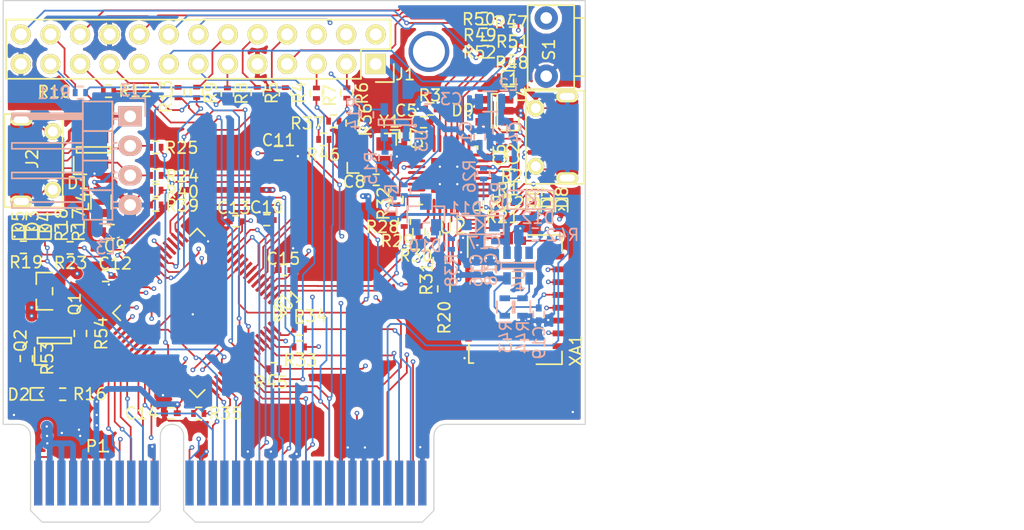
<source format=kicad_pcb>
(kicad_pcb (version 4) (host pcbnew 4.0.7)
  (layers (0 F.Cu signal) (1 In1.Cu signal hide) (2 In2.Cu mixed hide) (31 B.Cu mixed hide) (34 B.Paste user hide) (35 F.Paste user hide) (36 B.SilkS user) (37 F.SilkS user) (38 B.Mask user) (39 F.Mask user) (44 Edge.Cuts user))
  (net 0 "")
  (net 1 "Net-(D4-Pad2)")
  (net 2 /P5V)
  (net 3 /SWD_CLK_MAIN)
  (net 4 /LED0_MBED)
  (net 5 /LED0_MAIN)
  (net 6 /LED1_MAIN)
  (net 7 /OCX26_GPIO0)
  (net 8 /OCX26_SPI_CS0)
  (net 9 /SWD_DIO_MBED)
  (net 10 /SWD_CLK_MBED)
  (net 11 /USB_DP_MBED)
  (net 12 /USB_DM_MBED)
  (net 13 /USB_DP_MAIN)
  (net 14 /USB_DM_MAIN)
  (net 15 /USB_SENSE_MAIN)
  (net 16 /NMI_B_PULLUP)
  (net 17 /UART1_RX_MAIN)
  (net 18 /UART1_TX_MAIN)
  (net 19 /VOUT33_MBED)
  (net 20 /VREGIN_MBED)
  (net 21 /VOUT33_MAIN)
  (net 22 /OCX26_SPI_CS0_r)
  (net 23 "Net-(D9-Pad3)")
  (net 24 "Net-(D9-Pad1)")
  (net 25 /EXTAL_MBED)
  (net 26 /XTAL_MBED)
  (net 27 /VREGIN_MAIN)
  (net 28 GND)
  (net 29 "Net-(D1-Pad1)")
  (net 30 /OCX26_P3V3)
  (net 31 /OCX64_I2C0_SDA)
  (net 32 /OCX64_I2C0_SCL)
  (net 33 /OCX26_RXD/JTAG_TDI_MAIN)
  (net 34 /OCX26_TXD/JTAG_TDO_MAIN)
  (net 35 /OCX26_P3V3_EN)
  (net 36 /OCX64_GPIO1_2)
  (net 37 /OCX64_GPIO1_3)
  (net 38 /OCX64_ADC1_0)
  (net 39 /OCX64_ADC1_1)
  (net 40 /OCX64_PWM0_0)
  (net 41 /OCX64_PWM0_1)
  (net 42 /OCX64_GPIO0_0)
  (net 43 /OCX64_GPIO0_1)
  (net 44 /OCX64_GPIO0_2)
  (net 45 /OCX64_GPIO0_3)
  (net 46 /OCX64_ADC0_0)
  (net 47 /OCX64_ADC0_1)
  (net 48 /OCX64_ADCS_0)
  (net 49 /OCX64_ADCS_1)
  (net 50 /OCX64_PWMS_0)
  (net 51 /OCX64_GPIOS_0)
  (net 52 /OCX64_I2C_SEL0)
  (net 53 /OCX64_SYSCLKH)
  (net 54 /OCX64_RESETN)
  (net 55 /OCX64_USB_PWR_DISABLE)
  (net 56 /OCX64_SPI_SCLK)
  (net 57 /OCX64_SPI_SEL0)
  (net 58 /OCX64_SPI_MOSI)
  (net 59 /OCX64_SPI_MISO)
  (net 60 /SWD_DIO_MAIN)
  (net 61 /UART_TX_MBED)
  (net 62 /UART_RX_MBED)
  (net 63 /RESET_MBED)
  (net 64 /LED2_MBED)
  (net 65 /RESET_SW_MAIN)
  (net 66 /OCX26_GPIO0_r)
  (net 67 /SD_CARD_SPI_CLK)
  (net 68 /SD_CARD_SPI_MOSI)
  (net 69 /SD_CARD_SPI_MISO)
  (net 70 /LED1_MBED)
  (net 71 /UART1_TX_MAIN_r)
  (net 72 /UART1_RX_MAIN_r)
  (net 73 /SWD_CLK_MAIN_r)
  (net 74 /SWD_DIO_MAIN_r)
  (net 75 /RESET_SW_MAIN_r)
  (net 76 /SD_CARD_DETECT)
  (net 77 /SD_CARD_CS)
  (net 78 "Net-(D1-Pad3)")
  (net 79 /P3V3)
  (net 80 "Net-(C17-Pad1)")
  (net 81 "Net-(D2-Pad2)")
  (net 82 "Net-(D3-Pad2)")
  (net 83 "Net-(D5-Pad2)")
  (net 84 "Net-(D6-Pad1)")
  (net 85 "Net-(D7-Pad1)")
  (net 86 "Net-(D8-Pad1)")
  (net 87 /RESET_SW_BTN)
  (net 88 /OCX64_I2C0_SDA_r)
  (net 89 /OCX64_I2C0_SCL_r)
  (net 90 /OCX26_RXD/JTAG_TDI_MAIN_r)
  (net 91 /OCX26_TXD/JTAG_TDO_MAIN_r)
  (net 92 "Net-(J2-Pad6)")
  (net 93 "Net-(J4-Pad6)")
  (net 94 /P12V)
  (net 95 /OCX64_PWM1_0)
  (net 96 /OCX64_PWM1_1)
  (net 97 /OCX64_GPIO1_0)
  (net 98 /OCX64_GPIO1_1)
  (net 99 "Net-(R15-Pad2)")
  (net 100 /OCX64_SPI_SCLK_r)
  (net 101 /OCX64_SPI_MOSI_r)
  (net 102 /OCX64_SYSCLKH_r)
  (net 103 "Net-(R43-Pad2)")
  (net 104 "Net-(R45-Pad1)")
  (net 105 /RESET_SW_MAIN_r2)
  (net 106 /SWD_CLK_MAIN_r2)
  (net 107 /SWD_DIO_MAIN_r2)
  (net 108 /UART_RX_MBED_r)
  (net 109 /UART_TX_MBED_r)
  (net 110 /RESET_MBED_r)
  (net 111 /SWD_CLK_MBED_r)
  (net 112 /SWD_DIO_MBED_r)
  (net 113 "Net-(D1-Pad4)")
  (net 114 "Net-(D9-Pad4)")
  (net 115 "Net-(D1-Pad5)")
  (net 116 "Net-(D9-Pad5)")
  (net 117 /SD_CARD_SPI_MISO_r)
  (net 118 /SD_CARD_SPI_MOSI_r)
  (net 119 /SD_CARD_SPI_CLK_r)
  (net 120 /P5V_OUT)
  (net 121 "Net-(Q1-Pad1)")
  (net 122 "Net-(Q2-Pad1)")
  (module proj_footprints:SOT-23 (layer F.Cu) (at 127.97 116.88 90)
    (fp_text reference Q1 (at -1.1 2.6 90) (layer F.SilkS))
    (fp_text value DMG2305UX)
    (pad 1 smd rect (at -0.95 1.1 90) (size 1 1.4) (layers F.Cu F.Paste F.Mask) (net 121 "Net-(Q1-Pad1)"))
    (pad 2 smd rect (at 0.95 1.1 90) (size 1 1.4) (layers F.Cu F.Paste F.Mask) (net 120 /P5V_OUT))
    (pad 3 smd rect (at 0 -1.1 90) (size 1 1.4) (layers F.Cu F.Paste F.Mask) (net 2 /P5V))
  )
  (module proj_footprints:SOT-23 (layer B.Cu) (at 160.7312 110.2868 180)
    (fp_text reference D10 (at 0.05588 -2.70256 180) (layer B.SilkS) (effects (justify mirror)))
    (fp_text value BAT54S)
    (pad 1 smd rect (at -0.95 -1.1 180) (size 1 1.4) (layers B.Cu B.Paste B.Mask) (net 65 /RESET_SW_MAIN))
    (pad 2 smd rect (at 0.95 -1.1 180) (size 1 1.4) (layers B.Cu B.Paste B.Mask))
    (pad 3 smd rect (at 0 1.1 180) (size 1 1.4) (layers B.Cu B.Paste B.Mask) (net 87 /RESET_SW_BTN))
  )
  (module proj_footprints:SC-90A (layer B.Cu) (at 165.4175 111.1885 270)
    (fp_text reference D11 (at -1.43764 1.25984 360) (layer B.SilkS) (effects (justify mirror)))
    (fp_text value DB2J31700L)
    (pad 2 smd rect (at 0 1.2 270) (size 0.9 0.9) (layers B.Cu B.Paste B.Mask) (net 27 /VREGIN_MAIN))
    (pad 1 smd rect (at 0 -1.2 270) (size 1.1 0.9) (layers B.Cu B.Paste B.Mask) (net 80 "Net-(C17-Pad1)"))
  )
  (module Resistors_SMD:R_0402 (layer F.Cu) (at 137.541 104.521 180)
    (fp_text reference R25 (at -2.209 -0.039 180) (layer F.SilkS))
    (fp_text value 33)
    (pad 1 smd rect (at -0.45 0 180) (size 0.4 0.6) (layers F.Cu F.Paste F.Mask) (net 14 /USB_DM_MAIN))
    (pad 2 smd rect (at 0.45 0 180) (size 0.4 0.6) (layers F.Cu F.Paste F.Mask) (net 113 "Net-(D1-Pad4)"))
  )
  (module proj_footprints:1051620101 (layer F.Cu) (at 171.6278 117.6528 90)
    (fp_text reference XA1 (at -4.3053 1.99136 90) (layer F.SilkS))
    (fp_text value MicroSD_Conn)
    (pad 8 smd rect (at -3.95 0.5 90) (size 0.5 1) (layers F.Cu F.Paste F.Mask))
    (pad 7 smd rect (at -2.85 0.5 90) (size 0.5 1) (layers F.Cu F.Paste F.Mask) (net 69 /SD_CARD_SPI_MISO))
    (pad 6 smd rect (at -1.75 0.5 90) (size 0.5 1) (layers F.Cu F.Paste F.Mask) (net 28 GND))
    (pad 5 smd rect (at -0.65 0.5 90) (size 0.5 1) (layers F.Cu F.Paste F.Mask) (net 104 "Net-(R45-Pad1)"))
    (pad 4 smd rect (at 0.45 0.5 90) (size 0.5 1) (layers F.Cu F.Paste F.Mask) (net 79 /P3V3))
    (pad 3 smd rect (at 1.55 0.5 90) (size 0.5 1) (layers F.Cu F.Paste F.Mask) (net 68 /SD_CARD_SPI_MOSI))
    (pad 2 smd rect (at 2.65 0.5 90) (size 0.5 1) (layers F.Cu F.Paste F.Mask) (net 77 /SD_CARD_CS))
    (pad 1 smd rect (at 3.75 0.5 90) (size 0.5 1) (layers F.Cu F.Paste F.Mask))
    (pad G4 smd rect (at -5 -2.805 90) (size 1.05 2.39) (layers F.Cu F.Paste F.Mask) (net 28 GND))
    (pad G3 smd rect (at -5 -5.99 90) (size 1.05 1.2) (layers F.Cu F.Paste F.Mask) (net 28 GND))
    (pad G2 smd rect (at 5.325 -6.56 90) (size 1.05 1.2) (layers F.Cu F.Paste F.Mask) (net 28 GND))
    (pad G1 smd rect (at 5.325 -3.95 90) (size 1.05 1.08) (layers F.Cu F.Paste F.Mask) (net 28 GND))
    (pad 9 smd rect (at 5.11 -2.68 90) (size 0.72 0.78) (layers F.Cu F.Paste F.Mask) (net 76 /SD_CARD_DETECT))
    (pad NC1 smd rect (at -2.095 -7.235 90) (size 2.91 0.55) (layers F.Cu F.Paste F.Mask))
    (pad NC2 smd rect (at 2.095 -7.235 90) (size 2.91 0.55) (layers F.Cu F.Paste F.Mask))
  )
  (module Capacitors_SMD:C_0402 (layer B.Cu) (at 160.909 100.33)
    (fp_text reference C3 (at 2.001 0.05) (layer B.SilkS) (effects (justify mirror)))
    (fp_text value 0.1UF)
    (pad 1 smd rect (at -0.55 0) (size 0.6 0.5) (layers B.Cu B.Paste B.Mask) (net 79 /P3V3))
    (pad 2 smd rect (at 0.55 0) (size 0.6 0.5) (layers B.Cu B.Paste B.Mask) (net 28 GND))
  )
  (module Pin_Headers:Pin_Header_Angled_1x04 (layer B.Cu) (at 135.3312 101.854 180)
    (fp_text reference J3 (at 0.04064 2.22504 180) (layer B.SilkS) (effects (justify mirror)))
    (fp_text value PH1X4RH)
    (pad 1 thru_hole rect (at 0 0 180) (size 2.032 1.7272) (drill 1.016) (layers *.Cu *.Mask B.SilkS) (net 115 "Net-(D1-Pad5)"))
    (pad 2 thru_hole oval (at 0 -2.54 180) (size 2.032 1.7272) (drill 1.016) (layers *.Cu *.Mask B.SilkS) (net 113 "Net-(D1-Pad4)"))
    (pad 3 thru_hole oval (at 0 -5.08 180) (size 2.032 1.7272) (drill 1.016) (layers *.Cu *.Mask B.SilkS) (net 78 "Net-(D1-Pad3)"))
    (pad 4 thru_hole oval (at 0 -7.62 180) (size 2.032 1.7272) (drill 1.016) (layers *.Cu *.Mask B.SilkS) (net 28 GND))
  )
  (module Resistors_SMD:R_0402 (layer F.Cu) (at 143.6878 99.8728 270)
    (fp_text reference R8 (at 0.01016 -1.22174 270) (layer F.SilkS))
    (fp_text value 470)
    (pad 1 smd rect (at -0.45 0 270) (size 0.4 0.6) (layers F.Cu F.Paste F.Mask) (net 7 /OCX26_GPIO0))
    (pad 2 smd rect (at 0.45 0 270) (size 0.4 0.6) (layers F.Cu F.Paste F.Mask) (net 66 /OCX26_GPIO0_r))
  )
  (module Resistors_SMD:R_0402 (layer B.Cu) (at 155.702 101.727 90)
    (fp_text reference R14 (at 0.137 -1.162 270) (layer B.SilkS) (effects (justify mirror)))
    (fp_text value 10K)
    (pad 1 smd rect (at -0.45 0 90) (size 0.4 0.6) (layers B.Cu B.Paste B.Mask) (net 79 /P3V3))
    (pad 2 smd rect (at 0.45 0 90) (size 0.4 0.6) (layers B.Cu B.Paste B.Mask) (net 35 /OCX26_P3V3_EN))
  )
  (module Resistors_SMD:R_0402 (layer F.Cu) (at 162.28 116.68 270)
    (fp_text reference R20 (at 2.46 -0.05 270) (layer F.SilkS))
    (fp_text value 100)
    (pad 1 smd rect (at -0.45 0 270) (size 0.4 0.6) (layers F.Cu F.Paste F.Mask) (net 4 /LED0_MBED))
    (pad 2 smd rect (at 0.45 0 270) (size 0.4 0.6) (layers F.Cu F.Paste F.Mask) (net 84 "Net-(D6-Pad1)"))
  )
  (module Capacitors_SMD:C_0402 (layer F.Cu) (at 133.223 115.57 180)
    (fp_text reference C12 (at -0.82804 1.0668 180) (layer F.SilkS))
    (fp_text value 0.1UF)
    (pad 1 smd rect (at -0.55 0 180) (size 0.6 0.5) (layers F.Cu F.Paste F.Mask) (net 79 /P3V3))
    (pad 2 smd rect (at 0.55 0 180) (size 0.6 0.5) (layers F.Cu F.Paste F.Mask) (net 28 GND))
  )
  (module Capacitors_SMD:C_0402 (layer B.Cu) (at 166.243 114.935 90)
    (fp_text reference C18 (at -0.055 0.087 90) (layer B.SilkS) (effects (justify mirror)))
    (fp_text value 1UF)
    (pad 1 smd rect (at -0.55 0 90) (size 0.6 0.5) (layers B.Cu B.Paste B.Mask) (net 79 /P3V3))
    (pad 2 smd rect (at 0.55 0 90) (size 0.6 0.5) (layers B.Cu B.Paste B.Mask) (net 28 GND))
  )
  (module Capacitors_SMD:C_0603 (layer F.Cu) (at 148.082 105.029)
    (fp_text reference C11 (at 0 -1.12014) (layer F.SilkS))
    (fp_text value 10uF)
    (pad 1 smd rect (at -0.75 0) (size 0.8 0.75) (layers F.Cu F.Paste F.Mask) (net 79 /P3V3))
    (pad 2 smd rect (at 0.75 0) (size 0.8 0.75) (layers F.Cu F.Paste F.Mask) (net 28 GND))
  )
  (module Capacitors_SMD:C_0603 (layer B.Cu) (at 167.1066 102.9716 270)
    (fp_text reference C1 (at 0.23114 2.93624 270) (layer B.SilkS) (effects (justify mirror)))
    (fp_text value 10uF)
    (pad 1 smd rect (at -0.75 0 270) (size 0.8 0.75) (layers B.Cu B.Paste B.Mask) (net 20 /VREGIN_MBED))
    (pad 2 smd rect (at 0.75 0 270) (size 0.8 0.75) (layers B.Cu B.Paste B.Mask) (net 28 GND))
  )
  (module Capacitors_SMD:C_0402 (layer F.Cu) (at 158.877 103.505 90)
    (fp_text reference C7 (at -0.24638 1.08712 90) (layer F.SilkS))
    (fp_text value TBD)
    (pad 1 smd rect (at -0.55 0 90) (size 0.6 0.5) (layers F.Cu F.Paste F.Mask) (net 25 /EXTAL_MBED))
    (pad 2 smd rect (at 0.55 0 90) (size 0.6 0.5) (layers F.Cu F.Paste F.Mask) (net 28 GND))
  )
  (module Capacitors_SMD:C_0402 (layer F.Cu) (at 156.464 107.315)
    (fp_text reference C8 (at -1.88468 0.16256) (layer F.SilkS))
    (fp_text value TBD)
    (pad 1 smd rect (at -0.55 0) (size 0.6 0.5) (layers F.Cu F.Paste F.Mask) (net 26 /XTAL_MBED))
    (pad 2 smd rect (at 0.55 0) (size 0.6 0.5) (layers F.Cu F.Paste F.Mask) (net 28 GND))
  )
  (module Capacitors_SMD:C_0402 (layer F.Cu) (at 144.399 110.871 180)
    (fp_text reference C13 (at 0.179 1.141 180) (layer F.SilkS))
    (fp_text value 0.1UF)
    (pad 1 smd rect (at -0.55 0 180) (size 0.6 0.5) (layers F.Cu F.Paste F.Mask) (net 79 /P3V3))
    (pad 2 smd rect (at 0.55 0 180) (size 0.6 0.5) (layers F.Cu F.Paste F.Mask) (net 28 GND))
  )
  (module Capacitors_SMD:C_0402 (layer F.Cu) (at 160.528 102.362 180)
    (fp_text reference C5 (at 1.48336 0.99314 180) (layer F.SilkS))
    (fp_text value 0.1UF)
    (pad 1 smd rect (at -0.55 0 180) (size 0.6 0.5) (layers F.Cu F.Paste F.Mask) (net 79 /P3V3))
    (pad 2 smd rect (at 0.55 0 180) (size 0.6 0.5) (layers F.Cu F.Paste F.Mask) (net 28 GND))
  )
  (module Capacitors_SMD:C_0402 (layer B.Cu) (at 170.434 118.872 270)
    (fp_text reference C19 (at 2.418 -0.036 270) (layer B.SilkS) (effects (justify mirror)))
    (fp_text value 0.1UF)
    (pad 1 smd rect (at -0.55 0 270) (size 0.6 0.5) (layers B.Cu B.Paste B.Mask) (net 79 /P3V3))
    (pad 2 smd rect (at 0.55 0 270) (size 0.6 0.5) (layers B.Cu B.Paste B.Mask) (net 28 GND))
  )
  (module Capacitors_SMD:C_0603 (layer F.Cu) (at 133.604 111.76)
    (fp_text reference C9 (at 0.42672 1.23952) (layer F.SilkS))
    (fp_text value 10uF)
    (pad 1 smd rect (at -0.75 0) (size 0.8 0.75) (layers F.Cu F.Paste F.Mask) (net 27 /VREGIN_MAIN))
    (pad 2 smd rect (at 0.75 0) (size 0.8 0.75) (layers F.Cu F.Paste F.Mask) (net 28 GND))
  )
  (module Capacitors_SMD:C_0402 (layer F.Cu) (at 138.83 127.36 180)
    (fp_text reference C14 (at 2.5 -0.02 180) (layer F.SilkS))
    (fp_text value 0.1UF)
    (pad 1 smd rect (at -0.55 0 180) (size 0.6 0.5) (layers F.Cu F.Paste F.Mask) (net 79 /P3V3))
    (pad 2 smd rect (at 0.55 0 180) (size 0.6 0.5) (layers F.Cu F.Paste F.Mask) (net 28 GND))
  )
  (module Capacitors_SMD:C_0402 (layer F.Cu) (at 148.59 115.062 180)
    (fp_text reference C15 (at 0.09906 0.96774 180) (layer F.SilkS))
    (fp_text value 0.1UF)
    (pad 1 smd rect (at -0.55 0 180) (size 0.6 0.5) (layers F.Cu F.Paste F.Mask) (net 79 /P3V3))
    (pad 2 smd rect (at 0.55 0 180) (size 0.6 0.5) (layers F.Cu F.Paste F.Mask) (net 28 GND))
  )
  (module Capacitors_SMD:C_0402 (layer B.Cu) (at 165.1 114.935 90)
    (fp_text reference C16 (at -0.155 -0.02 90) (layer B.SilkS) (effects (justify mirror)))
    (fp_text value 0.1UF)
    (pad 1 smd rect (at -0.55 0 90) (size 0.6 0.5) (layers B.Cu B.Paste B.Mask) (net 79 /P3V3))
    (pad 2 smd rect (at 0.55 0 90) (size 0.6 0.5) (layers B.Cu B.Paste B.Mask) (net 28 GND))
  )
  (module Capacitors_SMD:C_0402 (layer F.Cu) (at 167.005 105.029 90)
    (fp_text reference C6 (at -0.151 0.065 90) (layer F.SilkS))
    (fp_text value 0.1UF)
    (pad 1 smd rect (at -0.55 0 90) (size 0.6 0.5) (layers F.Cu F.Paste F.Mask) (net 79 /P3V3))
    (pad 2 smd rect (at 0.55 0 90) (size 0.6 0.5) (layers F.Cu F.Paste F.Mask) (net 28 GND))
  )
  (module Capacitors_SMD:C_0402 (layer B.Cu) (at 166.0906 112.5982 180)
    (fp_text reference C17 (at 0.3106 -0.1418 360) (layer B.SilkS) (effects (justify mirror)))
    (fp_text value 1UF)
    (pad 1 smd rect (at -0.55 0 180) (size 0.6 0.5) (layers B.Cu B.Paste B.Mask) (net 80 "Net-(C17-Pad1)"))
    (pad 2 smd rect (at 0.55 0 180) (size 0.6 0.5) (layers B.Cu B.Paste B.Mask) (net 28 GND))
  )
  (module proj_footprints:SC-90A (layer B.Cu) (at 169.7355 109.0295 270)
    (fp_text reference D12 (at 1.55194 -0.6445 360) (layer B.SilkS) (effects (justify mirror)))
    (fp_text value DB2J31700L)
    (pad 2 smd rect (at 0 1.2 270) (size 0.9 0.9) (layers B.Cu B.Paste B.Mask) (net 20 /VREGIN_MBED))
    (pad 1 smd rect (at 0 -1.2 270) (size 1.1 0.9) (layers B.Cu B.Paste B.Mask) (net 80 "Net-(C17-Pad1)"))
  )
  (module proj_footprints:OCX26_w_1_Mounting_Hole (layer F.Cu) (at 156.42844 97.36328 180)
    (fp_text reference J1 (at -2.53492 -0.88392 180) (layer F.SilkS))
    (fp_text value SH2X13VR)
    (pad 1 thru_hole rect (at 0 0 180) (size 1.7272 1.7272) (drill 1.016) (layers *.Cu *.Mask F.SilkS) (net 30 /OCX26_P3V3))
    (pad 2 thru_hole oval (at 0 2.54 180) (size 1.7272 1.7272) (drill 1.016) (layers *.Cu *.Mask F.SilkS) (net 120 /P5V_OUT))
    (pad 3 thru_hole oval (at 2.54 0 180) (size 1.7272 1.7272) (drill 1.016) (layers *.Cu *.Mask F.SilkS) (net 88 /OCX64_I2C0_SDA_r))
    (pad 4 thru_hole oval (at 2.54 2.54 180) (size 1.7272 1.7272) (drill 1.016) (layers *.Cu *.Mask F.SilkS) (net 120 /P5V_OUT))
    (pad 5 thru_hole oval (at 5.08 0 180) (size 1.7272 1.7272) (drill 1.016) (layers *.Cu *.Mask F.SilkS) (net 89 /OCX64_I2C0_SCL_r))
    (pad 6 thru_hole oval (at 5.08 2.54 180) (size 1.7272 1.7272) (drill 1.016) (layers *.Cu *.Mask F.SilkS) (net 28 GND))
    (pad 7 thru_hole oval (at 7.62 0 180) (size 1.7272 1.7272) (drill 1.016) (layers *.Cu *.Mask F.SilkS) (net 105 /RESET_SW_MAIN_r2))
    (pad 8 thru_hole oval (at 7.62 2.54 180) (size 1.7272 1.7272) (drill 1.016) (layers *.Cu *.Mask F.SilkS) (net 90 /OCX26_RXD/JTAG_TDI_MAIN_r))
    (pad 9 thru_hole oval (at 10.16 0 180) (size 1.7272 1.7272) (drill 1.016) (layers *.Cu *.Mask F.SilkS) (net 28 GND))
    (pad 10 thru_hole oval (at 10.16 2.54 180) (size 1.7272 1.7272) (drill 1.016) (layers *.Cu *.Mask F.SilkS) (net 91 /OCX26_TXD/JTAG_TDO_MAIN_r))
    (pad 11 thru_hole oval (at 12.7 0 180) (size 1.7272 1.7272) (drill 1.016) (layers *.Cu *.Mask F.SilkS) (net 7 /OCX26_GPIO0))
    (pad 12 thru_hole oval (at 12.7 2.54 180) (size 1.7272 1.7272) (drill 1.016) (layers *.Cu *.Mask F.SilkS) (net 106 /SWD_CLK_MAIN_r2))
    (pad 13 thru_hole oval (at 15.24 0 180) (size 1.7272 1.7272) (drill 1.016) (layers *.Cu *.Mask F.SilkS) (net 107 /SWD_DIO_MAIN_r2))
    (pad 14 thru_hole oval (at 15.24 2.54 180) (size 1.7272 1.7272) (drill 1.016) (layers *.Cu *.Mask F.SilkS) (net 35 /OCX26_P3V3_EN))
    (pad 15 thru_hole oval (at 17.78 0 180) (size 1.7272 1.7272) (drill 1.016) (layers *.Cu *.Mask F.SilkS) (net 108 /UART_RX_MBED_r))
    (pad 16 thru_hole oval (at 17.78 2.54 180) (size 1.7272 1.7272) (drill 1.016) (layers *.Cu *.Mask F.SilkS) (net 109 /UART_TX_MBED_r))
    (pad 17 thru_hole oval (at 20.32 0 180) (size 1.7272 1.7272) (drill 1.016) (layers *.Cu *.Mask F.SilkS) (net 30 /OCX26_P3V3))
    (pad 18 thru_hole oval (at 20.32 2.54 180) (size 1.7272 1.7272) (drill 1.016) (layers *.Cu *.Mask F.SilkS) (net 110 /RESET_MBED_r))
    (pad 19 thru_hole oval (at 22.86 0 180) (size 1.7272 1.7272) (drill 1.016) (layers *.Cu *.Mask F.SilkS) (net 117 /SD_CARD_SPI_MISO_r))
    (pad 20 thru_hole oval (at 22.86 2.54 180) (size 1.7272 1.7272) (drill 1.016) (layers *.Cu *.Mask F.SilkS) (net 28 GND))
    (pad 21 thru_hole oval (at 25.4 0 180) (size 1.7272 1.7272) (drill 1.016) (layers *.Cu *.Mask F.SilkS) (net 118 /SD_CARD_SPI_MOSI_r))
    (pad 22 thru_hole oval (at 25.4 2.54 180) (size 1.7272 1.7272) (drill 1.016) (layers *.Cu *.Mask F.SilkS) (net 111 /SWD_CLK_MBED_r))
    (pad 23 thru_hole oval (at 27.94 0 180) (size 1.7272 1.7272) (drill 1.016) (layers *.Cu *.Mask F.SilkS) (net 119 /SD_CARD_SPI_CLK_r))
    (pad 24 thru_hole oval (at 27.94 2.54 180) (size 1.7272 1.7272) (drill 1.016) (layers *.Cu *.Mask F.SilkS) (net 8 /OCX26_SPI_CS0))
    (pad 25 thru_hole oval (at 30.48 0 180) (size 1.7272 1.7272) (drill 1.016) (layers *.Cu *.Mask F.SilkS) (net 28 GND))
    (pad 26 thru_hole oval (at 30.48 2.54 180) (size 1.7272 1.7272) (drill 1.016) (layers *.Cu *.Mask F.SilkS) (net 112 /SWD_DIO_MBED_r))
    (pad "" np_thru_hole circle (at -4.57 1.07 180) (size 3.5 3.5) (drill 2.75) (layers *.Cu *.Mask))
  )
  (module Resistors_SMD:R_0603 (layer F.Cu) (at 167.83 98.62 180)
    (fp_text reference L1 (at -0.05 -0.04 180) (layer F.SilkS))
    (fp_text value FB330)
    (pad 1 smd rect (at -0.75 0 180) (size 0.5 0.9) (layers F.Cu F.Paste F.Mask) (net 93 "Net-(J4-Pad6)"))
    (pad 2 smd rect (at 0.75 0 180) (size 0.5 0.9) (layers F.Cu F.Paste F.Mask) (net 28 GND))
  )
  (module Resistors_SMD:R_0805 (layer B.Cu) (at 166.243 100.584 180)
    (fp_text reference L2 (at -1.5875 1.43256 180) (layer B.SilkS) (effects (justify mirror)))
    (fp_text value FB330)
    (pad 1 smd rect (at -0.95 0 180) (size 0.7 1.3) (layers B.Cu B.Paste B.Mask) (net 20 /VREGIN_MBED))
    (pad 2 smd rect (at 0.95 0 180) (size 0.7 1.3) (layers B.Cu B.Paste B.Mask) (net 116 "Net-(D9-Pad5)"))
  )
  (module Resistors_SMD:R_0603 (layer B.Cu) (at 133.223 111.76)
    (fp_text reference L3 (at -0.00508 1.43256) (layer B.SilkS) (effects (justify mirror)))
    (fp_text value FB330)
    (pad 1 smd rect (at -0.75 0) (size 0.5 0.9) (layers B.Cu B.Paste B.Mask) (net 92 "Net-(J2-Pad6)"))
    (pad 2 smd rect (at 0.75 0) (size 0.5 0.9) (layers B.Cu B.Paste B.Mask) (net 28 GND))
  )
  (module Resistors_SMD:R_0805 (layer F.Cu) (at 132.842 109.22 90)
    (fp_text reference L4 (at 0.03048 -1.55194 90) (layer F.SilkS))
    (fp_text value FB330)
    (pad 1 smd rect (at -0.95 0 90) (size 0.7 1.3) (layers F.Cu F.Paste F.Mask) (net 27 /VREGIN_MAIN))
    (pad 2 smd rect (at 0.95 0 90) (size 0.7 1.3) (layers F.Cu F.Paste F.Mask) (net 115 "Net-(D1-Pad5)"))
  )
  (module Resistors_SMD:R_0402 (layer F.Cu) (at 167.767 108.077 180)
    (fp_text reference R1 (at -0.023 -0.053 180) (layer F.SilkS))
    (fp_text value 33)
    (pad 1 smd rect (at -0.45 0 180) (size 0.4 0.6) (layers F.Cu F.Paste F.Mask) (net 23 "Net-(D9-Pad3)"))
    (pad 2 smd rect (at 0.45 0 180) (size 0.4 0.6) (layers F.Cu F.Paste F.Mask) (net 11 /USB_DP_MBED))
  )
  (module Resistors_SMD:R_0402 (layer F.Cu) (at 168.148 106.934)
    (fp_text reference R2 (at -0.038 0.076) (layer F.SilkS))
    (fp_text value 33)
    (pad 1 smd rect (at -0.45 0) (size 0.4 0.6) (layers F.Cu F.Paste F.Mask) (net 12 /USB_DM_MBED))
    (pad 2 smd rect (at 0.45 0) (size 0.4 0.6) (layers F.Cu F.Paste F.Mask) (net 114 "Net-(D9-Pad4)"))
  )
  (module Resistors_SMD:R_0402 (layer F.Cu) (at 148.6662 99.8474 90)
    (fp_text reference R4 (at 0.0254 1.22682 90) (layer F.SilkS))
    (fp_text value 470)
    (pad 1 smd rect (at -0.45 0 90) (size 0.4 0.6) (layers F.Cu F.Paste F.Mask) (net 33 /OCX26_RXD/JTAG_TDI_MAIN))
    (pad 2 smd rect (at 0.45 0 90) (size 0.4 0.6) (layers F.Cu F.Paste F.Mask) (net 90 /OCX26_RXD/JTAG_TDI_MAIN_r))
  )
  (module Resistors_SMD:R_0402 (layer F.Cu) (at 146.2532 99.822 90)
    (fp_text reference R5 (at -0.01524 1.23952 90) (layer F.SilkS))
    (fp_text value 470)
    (pad 1 smd rect (at -0.45 0 90) (size 0.4 0.6) (layers F.Cu F.Paste F.Mask) (net 34 /OCX26_TXD/JTAG_TDO_MAIN))
    (pad 2 smd rect (at 0.45 0 90) (size 0.4 0.6) (layers F.Cu F.Paste F.Mask) (net 91 /OCX26_TXD/JTAG_TDO_MAIN_r))
  )
  (module Resistors_SMD:R_0402 (layer B.Cu) (at 165.6842 106.7816 270)
    (fp_text reference R26 (at 0.2284 1.1942 270) (layer B.SilkS) (effects (justify mirror)))
    (fp_text value 4.7K)
    (pad 1 smd rect (at -0.45 0 270) (size 0.4 0.6) (layers B.Cu B.Paste B.Mask) (net 20 /VREGIN_MBED))
    (pad 2 smd rect (at 0.45 0 270) (size 0.4 0.6) (layers B.Cu B.Paste B.Mask) (net 63 /RESET_MBED))
  )
  (module Resistors_SMD:R_0402 (layer B.Cu) (at 166.7764 109.3724 90)
    (fp_text reference R27 (at 0.4824 0.1236 90) (layer B.SilkS) (effects (justify mirror)))
    (fp_text value 10K)
    (pad 1 smd rect (at -0.45 0 90) (size 0.4 0.6) (layers B.Cu B.Paste B.Mask) (net 63 /RESET_MBED))
    (pad 2 smd rect (at 0.45 0 90) (size 0.4 0.6) (layers B.Cu B.Paste B.Mask) (net 28 GND))
  )
  (module Resistors_SMD:R_0402 (layer F.Cu) (at 137.541 106.934)
    (fp_text reference R24 (at 2.269 0.066) (layer F.SilkS))
    (fp_text value 33)
    (pad 1 smd rect (at -0.45 0) (size 0.4 0.6) (layers F.Cu F.Paste F.Mask) (net 78 "Net-(D1-Pad3)"))
    (pad 2 smd rect (at 0.45 0) (size 0.4 0.6) (layers F.Cu F.Paste F.Mask) (net 13 /USB_DP_MAIN))
  )
  (module Resistors_SMD:R_0402 (layer F.Cu) (at 137.541 109.474 180)
    (fp_text reference R39 (at -2.269 -0.056 180) (layer F.SilkS))
    (fp_text value 4.7K)
    (pad 1 smd rect (at -0.45 0 180) (size 0.4 0.6) (layers F.Cu F.Paste F.Mask) (net 27 /VREGIN_MAIN))
    (pad 2 smd rect (at 0.45 0 180) (size 0.4 0.6) (layers F.Cu F.Paste F.Mask) (net 15 /USB_SENSE_MAIN))
  )
  (module Resistors_SMD:R_0402 (layer F.Cu) (at 137.541 108.204 180)
    (fp_text reference R40 (at -2.259 -0.136 180) (layer F.SilkS))
    (fp_text value 10K)
    (pad 1 smd rect (at -0.45 0 180) (size 0.4 0.6) (layers F.Cu F.Paste F.Mask) (net 15 /USB_SENSE_MAIN))
    (pad 2 smd rect (at 0.45 0 180) (size 0.4 0.6) (layers F.Cu F.Paste F.Mask) (net 28 GND))
  )
  (module Resistors_SMD:R_0402 (layer B.Cu) (at 162.941 112.8268 90)
    (fp_text reference R38 (at -2.2632 -0.011 90) (layer B.SilkS) (effects (justify mirror)))
    (fp_text value 10K)
    (pad 1 smd rect (at -0.45 0 90) (size 0.4 0.6) (layers B.Cu B.Paste B.Mask) (net 79 /P3V3))
    (pad 2 smd rect (at 0.45 0 90) (size 0.4 0.6) (layers B.Cu B.Paste B.Mask) (net 65 /RESET_SW_MAIN))
  )
  (module Resistors_SMD:R_0402 (layer F.Cu) (at 161.163 101.219 180)
    (fp_text reference R3 (at 0.08382 1.16078 180) (layer F.SilkS))
    (fp_text value 10K)
    (pad 1 smd rect (at -0.45 0 180) (size 0.4 0.6) (layers F.Cu F.Paste F.Mask) (net 16 /NMI_B_PULLUP))
    (pad 2 smd rect (at 0.45 0 180) (size 0.4 0.6) (layers F.Cu F.Paste F.Mask) (net 79 /P3V3))
  )
  (module Resistors_SMD:R_0402 (layer F.Cu) (at 153.9494 99.8474 270)
    (fp_text reference R6 (at 0.0254 -1.2954 270) (layer F.SilkS))
    (fp_text value 22)
    (pad 1 smd rect (at -0.45 0 270) (size 0.4 0.6) (layers F.Cu F.Paste F.Mask) (net 88 /OCX64_I2C0_SDA_r))
    (pad 2 smd rect (at 0.45 0 270) (size 0.4 0.6) (layers F.Cu F.Paste F.Mask) (net 31 /OCX64_I2C0_SDA))
  )
  (module Resistors_SMD:R_0402 (layer F.Cu) (at 151.3332 99.8728 270)
    (fp_text reference R7 (at 0.19304 -1.15062 270) (layer F.SilkS))
    (fp_text value 22)
    (pad 1 smd rect (at -0.45 0 270) (size 0.4 0.6) (layers F.Cu F.Paste F.Mask) (net 89 /OCX64_I2C0_SCL_r))
    (pad 2 smd rect (at 0.45 0 270) (size 0.4 0.6) (layers F.Cu F.Paste F.Mask) (net 32 /OCX64_I2C0_SCL))
  )
  (module Resistors_SMD:R_0402 (layer F.Cu) (at 131.064 99.822)
    (fp_text reference R10 (at -2.24028 -0.06096) (layer F.SilkS))
    (fp_text value 470)
    (pad 1 smd rect (at -0.45 0) (size 0.4 0.6) (layers F.Cu F.Paste F.Mask) (net 8 /OCX26_SPI_CS0))
    (pad 2 smd rect (at 0.45 0) (size 0.4 0.6) (layers F.Cu F.Paste F.Mask) (net 22 /OCX26_SPI_CS0_r))
  )
  (module Resistors_SMD:R_0402 (layer B.Cu) (at 131.064 99.822)
    (fp_text reference R11 (at -2.27584 0.03048) (layer B.SilkS) (effects (justify mirror)))
    (fp_text value 470)
    (pad 1 smd rect (at -0.45 0) (size 0.4 0.6) (layers B.Cu B.Paste B.Mask) (net 119 /SD_CARD_SPI_CLK_r))
    (pad 2 smd rect (at 0.45 0) (size 0.4 0.6) (layers B.Cu B.Paste B.Mask) (net 67 /SD_CARD_SPI_CLK))
  )
  (module Resistors_SMD:R_0402 (layer F.Cu) (at 133.477 99.695)
    (fp_text reference R12 (at 2.29616 -0.01016) (layer F.SilkS))
    (fp_text value 470)
    (pad 1 smd rect (at -0.45 0) (size 0.4 0.6) (layers F.Cu F.Paste F.Mask) (net 118 /SD_CARD_SPI_MOSI_r))
    (pad 2 smd rect (at 0.45 0) (size 0.4 0.6) (layers F.Cu F.Paste F.Mask) (net 68 /SD_CARD_SPI_MOSI))
  )
  (module Resistors_SMD:R_0402 (layer F.Cu) (at 139.446 99.822 270)
    (fp_text reference R13 (at 0.3302 1.03124 270) (layer F.SilkS))
    (fp_text value 470)
    (pad 1 smd rect (at -0.45 0 270) (size 0.4 0.6) (layers F.Cu F.Paste F.Mask) (net 117 /SD_CARD_SPI_MISO_r))
    (pad 2 smd rect (at 0.45 0 270) (size 0.4 0.6) (layers F.Cu F.Paste F.Mask) (net 69 /SD_CARD_SPI_MISO))
  )
  (module Resistors_SMD:R_0402 (layer F.Cu) (at 154.4066 102.4382 90)
    (fp_text reference R36 (at 0.28702 1.1557 90) (layer F.SilkS))
    (fp_text value 4.7K)
    (pad 1 smd rect (at -0.45 0 90) (size 0.4 0.6) (layers F.Cu F.Paste F.Mask) (net 79 /P3V3))
    (pad 2 smd rect (at 0.45 0 90) (size 0.4 0.6) (layers F.Cu F.Paste F.Mask) (net 31 /OCX64_I2C0_SDA))
  )
  (module Resistors_SMD:R_0402 (layer F.Cu) (at 147.6756 123.5456 180)
    (fp_text reference R45 (at 0.24384 -1.17856 180) (layer F.SilkS))
    (fp_text value 33)
    (pad 1 smd rect (at -0.45 0 180) (size 0.4 0.6) (layers F.Cu F.Paste F.Mask) (net 104 "Net-(R45-Pad1)"))
    (pad 2 smd rect (at 0.45 0 180) (size 0.4 0.6) (layers F.Cu F.Paste F.Mask) (net 67 /SD_CARD_SPI_CLK))
  )
  (module Resistors_SMD:R_0402 (layer F.Cu) (at 158.877 110.871 270)
    (fp_text reference R28 (at 0.48768 1.87452 360) (layer F.SilkS))
    (fp_text value 470)
    (pad 1 smd rect (at -0.45 0 270) (size 0.4 0.6) (layers F.Cu F.Paste F.Mask) (net 71 /UART1_TX_MAIN_r))
    (pad 2 smd rect (at 0.45 0 270) (size 0.4 0.6) (layers F.Cu F.Paste F.Mask) (net 18 /UART1_TX_MAIN))
  )
  (module Resistors_SMD:R_0402 (layer F.Cu) (at 160.147 111.76 270)
    (fp_text reference R29 (at 0.80264 1.86436 360) (layer F.SilkS))
    (fp_text value 470)
    (pad 1 smd rect (at -0.45 0 270) (size 0.4 0.6) (layers F.Cu F.Paste F.Mask) (net 72 /UART1_RX_MAIN_r))
    (pad 2 smd rect (at 0.45 0 270) (size 0.4 0.6) (layers F.Cu F.Paste F.Mask) (net 17 /UART1_RX_MAIN))
  )
  (module Resistors_SMD:R_0402 (layer F.Cu) (at 149.86 121.666)
    (fp_text reference R33 (at 0.09398 1.15824) (layer F.SilkS))
    (fp_text value 22)
    (pad 1 smd rect (at -0.45 0) (size 0.4 0.6) (layers F.Cu F.Paste F.Mask) (net 100 /OCX64_SPI_SCLK_r))
    (pad 2 smd rect (at 0.45 0) (size 0.4 0.6) (layers F.Cu F.Paste F.Mask) (net 56 /OCX64_SPI_SCLK))
  )
  (module Resistors_SMD:R_0402 (layer F.Cu) (at 161.417 112.014 270)
    (fp_text reference R30 (at 1.816 1.547 360) (layer F.SilkS))
    (fp_text value 100)
    (pad 1 smd rect (at -0.45 0 270) (size 0.4 0.6) (layers F.Cu F.Paste F.Mask) (net 73 /SWD_CLK_MAIN_r))
    (pad 2 smd rect (at 0.45 0 270) (size 0.4 0.6) (layers F.Cu F.Paste F.Mask) (net 3 /SWD_CLK_MAIN))
  )
  (module Resistors_SMD:R_0402 (layer F.Cu) (at 161.89 114.24 270)
    (fp_text reference R31 (at 1.57 1.1 270) (layer F.SilkS))
    (fp_text value 100)
    (pad 1 smd rect (at -0.45 0 270) (size 0.4 0.6) (layers F.Cu F.Paste F.Mask) (net 74 /SWD_DIO_MAIN_r))
    (pad 2 smd rect (at 0.45 0 270) (size 0.4 0.6) (layers F.Cu F.Paste F.Mask) (net 60 /SWD_DIO_MAIN))
  )
  (module Resistors_SMD:R_0402 (layer F.Cu) (at 158.242 108.9914 270)
    (fp_text reference R32 (at 0.37084 1.14808 450) (layer F.SilkS))
    (fp_text value 100)
    (pad 1 smd rect (at -0.45 0 270) (size 0.4 0.6) (layers F.Cu F.Paste F.Mask) (net 75 /RESET_SW_MAIN_r))
    (pad 2 smd rect (at 0.45 0 270) (size 0.4 0.6) (layers F.Cu F.Paste F.Mask) (net 87 /RESET_SW_BTN))
  )
  (module Resistors_SMD:R_0402 (layer F.Cu) (at 149.86 120.142)
    (fp_text reference R34 (at 0.9398 -1.1176) (layer F.SilkS))
    (fp_text value 22)
    (pad 1 smd rect (at -0.45 0) (size 0.4 0.6) (layers F.Cu F.Paste F.Mask) (net 101 /OCX64_SPI_MOSI_r))
    (pad 2 smd rect (at 0.45 0) (size 0.4 0.6) (layers F.Cu F.Paste F.Mask) (net 58 /OCX64_SPI_MOSI))
  )
  (module Resistors_SMD:R_0402 (layer F.Cu) (at 141.224 127.381)
    (fp_text reference R35 (at 2.296 -0.001) (layer F.SilkS))
    (fp_text value 22)
    (pad 1 smd rect (at -0.45 0) (size 0.4 0.6) (layers F.Cu F.Paste F.Mask) (net 102 /OCX64_SYSCLKH_r))
    (pad 2 smd rect (at 0.45 0) (size 0.4 0.6) (layers F.Cu F.Paste F.Mask) (net 53 /OCX64_SYSCLKH))
  )
  (module Resistors_SMD:R_0402 (layer B.Cu) (at 170.1292 111.9886 180)
    (fp_text reference R42 (at -2.32664 -0.06096 180) (layer B.SilkS) (effects (justify mirror)))
    (fp_text value 10K)
    (pad 1 smd rect (at -0.45 0 180) (size 0.4 0.6) (layers B.Cu B.Paste B.Mask) (net 55 /OCX64_USB_PWR_DISABLE))
    (pad 2 smd rect (at 0.45 0 180) (size 0.4 0.6) (layers B.Cu B.Paste B.Mask) (net 80 "Net-(C17-Pad1)"))
  )
  (module Resistors_SMD:R_0603 (layer B.Cu) (at 167.513 118.237 90)
    (fp_text reference R43 (at -2.543 0.087 90) (layer B.SilkS) (effects (justify mirror)))
    (fp_text value 5.76K)
    (pad 1 smd rect (at -0.75 0 90) (size 0.5 0.9) (layers B.Cu B.Paste B.Mask) (net 79 /P3V3))
    (pad 2 smd rect (at 0.75 0 90) (size 0.5 0.9) (layers B.Cu B.Paste B.Mask) (net 103 "Net-(R43-Pad2)"))
  )
  (module Resistors_SMD:R_0603 (layer B.Cu) (at 169.037 118.237 270)
    (fp_text reference R44 (at 2.593 -0.043 270) (layer B.SilkS) (effects (justify mirror)))
    (fp_text value 2.00K)
    (pad 1 smd rect (at -0.75 0 270) (size 0.5 0.9) (layers B.Cu B.Paste B.Mask) (net 103 "Net-(R43-Pad2)"))
    (pad 2 smd rect (at 0.75 0 270) (size 0.5 0.9) (layers B.Cu B.Paste B.Mask) (net 28 GND))
  )
  (module Resistors_SMD:R_0402 (layer F.Cu) (at 152.82672 102.27564 180)
    (fp_text reference R37 (at 2.29672 -0.19436 180) (layer F.SilkS))
    (fp_text value 4.7K)
    (pad 1 smd rect (at -0.45 0 180) (size 0.4 0.6) (layers F.Cu F.Paste F.Mask) (net 79 /P3V3))
    (pad 2 smd rect (at 0.45 0 180) (size 0.4 0.6) (layers F.Cu F.Paste F.Mask) (net 32 /OCX64_I2C0_SCL))
  )
  (module proj_footprints:QFN32_w_TP_FS (layer F.Cu) (at 162.687 106.934 180)
    (fp_text reference U2 (at -0.343 -4.396 180) (layer F.SilkS) (effects (font (size 1.2 1.2))))
    (fp_text value MKL26Z128VFM4)
    (pad 33 smd rect (at 0.75 -0.75 180) (size 1.5 1.5) (layers F.Cu F.Paste F.Mask) (net 28 GND))
    (pad 33 smd rect (at 0.75 0.75 180) (size 1.5 1.5) (layers F.Cu F.Paste F.Mask) (net 28 GND))
    (pad 33 smd rect (at -0.75 0.75 180) (size 1.5 1.5) (layers F.Cu F.Paste F.Mask) (net 28 GND))
    (pad 1 smd oval (at -2.75 -1.75 270) (size 0.25 1.5) (layers F.Cu F.Paste F.Mask))
    (pad 2 smd oval (at -2.75 -1.25 270) (size 0.25 1.5) (layers F.Cu F.Paste F.Mask) (net 28 GND))
    (pad 3 smd oval (at -2.75 -0.75 270) (size 0.25 1.5) (layers F.Cu F.Paste F.Mask) (net 11 /USB_DP_MBED))
    (pad 4 smd oval (at -2.75 -0.25 270) (size 0.25 1.5) (layers F.Cu F.Paste F.Mask) (net 12 /USB_DM_MBED))
    (pad 5 smd oval (at -2.75 0.25 270) (size 0.25 1.5) (layers F.Cu F.Paste F.Mask) (net 19 /VOUT33_MBED))
    (pad 6 smd oval (at -2.75 0.75 270) (size 0.25 1.5) (layers F.Cu F.Paste F.Mask) (net 20 /VREGIN_MBED))
    (pad 7 smd oval (at -2.75 1.25 270) (size 0.25 1.5) (layers F.Cu F.Paste F.Mask) (net 79 /P3V3))
    (pad 8 smd oval (at -2.75 1.75 270) (size 0.25 1.5) (layers F.Cu F.Paste F.Mask) (net 28 GND))
    (pad 9 smd oval (at -1.75 2.75 180) (size 0.25 1.5) (layers F.Cu F.Paste F.Mask))
    (pad 10 smd oval (at -1.25 2.75 180) (size 0.25 1.5) (layers F.Cu F.Paste F.Mask) (net 10 /SWD_CLK_MBED))
    (pad 11 smd oval (at -0.75 2.75 180) (size 0.25 1.5) (layers F.Cu F.Paste F.Mask) (net 62 /UART_RX_MBED))
    (pad 12 smd oval (at -0.25 2.75 180) (size 0.25 1.5) (layers F.Cu F.Paste F.Mask) (net 61 /UART_TX_MBED))
    (pad 13 smd oval (at 0.25 2.75 180) (size 0.25 1.5) (layers F.Cu F.Paste F.Mask) (net 9 /SWD_DIO_MBED))
    (pad 14 smd oval (at 0.75 2.75 180) (size 0.25 1.5) (layers F.Cu F.Paste F.Mask) (net 16 /NMI_B_PULLUP))
    (pad 15 smd oval (at 1.25 2.75 180) (size 0.25 1.5) (layers F.Cu F.Paste F.Mask) (net 79 /P3V3))
    (pad 16 smd oval (at 1.75 2.75 180) (size 0.25 1.5) (layers F.Cu F.Paste F.Mask) (net 28 GND))
    (pad 17 smd oval (at 2.75 1.75 270) (size 0.25 1.5) (layers F.Cu F.Paste F.Mask) (net 25 /EXTAL_MBED))
    (pad 18 smd oval (at 2.75 1.25 270) (size 0.25 1.5) (layers F.Cu F.Paste F.Mask) (net 26 /XTAL_MBED))
    (pad 19 smd oval (at 2.75 0.75 270) (size 0.25 1.5) (layers F.Cu F.Paste F.Mask) (net 63 /RESET_MBED))
    (pad 20 smd oval (at 2.75 0.25 270) (size 0.25 1.5) (layers F.Cu F.Paste F.Mask))
    (pad 21 smd oval (at 2.75 -0.25 270) (size 0.25 1.5) (layers F.Cu F.Paste F.Mask) (net 75 /RESET_SW_MAIN_r))
    (pad 22 smd oval (at 2.75 -0.75 270) (size 0.25 1.5) (layers F.Cu F.Paste F.Mask))
    (pad 23 smd oval (at 2.75 -1.25 270) (size 0.25 1.5) (layers F.Cu F.Paste F.Mask))
    (pad 24 smd oval (at 2.75 -1.75 270) (size 0.25 1.5) (layers F.Cu F.Paste F.Mask) (net 71 /UART1_TX_MAIN_r))
    (pad 25 smd oval (at 1.75 -2.75 180) (size 0.25 1.5) (layers F.Cu F.Paste F.Mask) (net 72 /UART1_RX_MAIN_r))
    (pad 26 smd oval (at 1.25 -2.75 180) (size 0.25 1.5) (layers F.Cu F.Paste F.Mask) (net 73 /SWD_CLK_MAIN_r))
    (pad 27 smd oval (at 0.75 -2.75 180) (size 0.25 1.5) (layers F.Cu F.Paste F.Mask) (net 74 /SWD_DIO_MAIN_r))
    (pad 28 smd oval (at 0.25 -2.75 180) (size 0.25 1.5) (layers F.Cu F.Paste F.Mask))
    (pad 29 smd oval (at -0.25 -2.75 180) (size 0.25 1.5) (layers F.Cu F.Paste F.Mask) (net 4 /LED0_MBED))
    (pad 30 smd oval (at -0.75 -2.75 180) (size 0.25 1.5) (layers F.Cu F.Paste F.Mask) (net 70 /LED1_MBED))
    (pad 31 smd oval (at -1.25 -2.75 180) (size 0.25 1.5) (layers F.Cu F.Paste F.Mask) (net 64 /LED2_MBED))
    (pad 32 smd oval (at -1.75 -2.75 180) (size 0.25 1.5) (layers F.Cu F.Paste F.Mask) (net 63 /RESET_MBED))
    (pad 33 smd rect (at -0.75 -0.75 180) (size 1.5 1.5) (layers F.Cu F.Paste F.Mask) (net 28 GND))
  )
  (module proj_footprints:XTAL3_2X2_5 (layer F.Cu) (at 156.083 105.029 180)
    (fp_text reference Y1 (at -1.54432 2.72288 180) (layer F.SilkS))
    (fp_text value 16MHz)
    (pad 3 smd rect (at 1.1 -0.8 180) (size 1.4 1.15) (layers F.Cu F.Paste F.Mask) (net 26 /XTAL_MBED))
    (pad 2 smd rect (at 1.1 0.8 180) (size 1.4 1.15) (layers F.Cu F.Paste F.Mask) (net 28 GND))
    (pad 1 smd rect (at -1.1 0.8 180) (size 1.4 1.15) (layers F.Cu F.Paste F.Mask) (net 25 /EXTAL_MBED))
    (pad 4 smd rect (at -1.1 -0.8 180) (size 1.4 1.15) (layers F.Cu F.Paste F.Mask) (net 28 GND))
  )
  (module proj_footprints:Switch_TS-1101F_SZ_BEST (layer F.Cu) (at 171.07408 93.41104 270)
    (fp_text reference S1 (at 2.71896 -0.23592 270) (layer F.SilkS))
    (fp_text value RESET_MAIN)
    (pad 1 thru_hole circle (at 0 0 270) (size 2 2) (drill 1) (layers *.Cu *.Mask) (net 87 /RESET_SW_BTN))
    (pad 2 thru_hole circle (at 5 0 270) (size 2 2) (drill 1) (layers *.Cu *.Mask) (net 28 GND))
  )
  (module Capacitors_SMD:C_0402 (layer F.Cu) (at 168.148 105.029 90)
    (fp_text reference C2 (at -0.081 0.102 90) (layer F.SilkS))
    (fp_text value 2.2uF)
    (pad 1 smd rect (at -0.55 0 90) (size 0.6 0.5) (layers F.Cu F.Paste F.Mask) (net 19 /VOUT33_MBED))
    (pad 2 smd rect (at 0.55 0 90) (size 0.6 0.5) (layers F.Cu F.Paste F.Mask) (net 28 GND))
  )
  (module Capacitors_SMD:C_0402 (layer B.Cu) (at 165.354 103.632 90)
    (fp_text reference C4 (at 0.4064 3.09118 90) (layer B.SilkS) (effects (justify mirror)))
    (fp_text value 2.2uF)
    (pad 1 smd rect (at -0.55 0 90) (size 0.6 0.5) (layers B.Cu B.Paste B.Mask) (net 79 /P3V3))
    (pad 2 smd rect (at 0.55 0 90) (size 0.6 0.5) (layers B.Cu B.Paste B.Mask) (net 28 GND))
  )
  (module Capacitors_SMD:C_0402 (layer F.Cu) (at 147.066 110.7694 180)
    (fp_text reference C10 (at 0.006 1.0894 180) (layer F.SilkS))
    (fp_text value 2.2uF)
    (pad 1 smd rect (at -0.55 0 180) (size 0.6 0.5) (layers F.Cu F.Paste F.Mask) (net 21 /VOUT33_MAIN))
    (pad 2 smd rect (at 0.55 0 180) (size 0.6 0.5) (layers F.Cu F.Paste F.Mask) (net 28 GND))
  )
  (module Resistors_SMD:R_0402 (layer F.Cu) (at 141.0462 99.7966 270)
    (fp_text reference R9 (at 0.03048 -1.20904 270) (layer F.SilkS))
    (fp_text value 470)
    (pad 1 smd rect (at -0.45 0 270) (size 0.4 0.6) (layers F.Cu F.Paste F.Mask) (net 106 /SWD_CLK_MAIN_r2))
    (pad 2 smd rect (at 0.45 0 270) (size 0.4 0.6) (layers F.Cu F.Paste F.Mask) (net 3 /SWD_CLK_MAIN))
  )
  (module Resistors_SMD:R_0402 (layer B.Cu) (at 157.226 105.41 90)
    (fp_text reference R15 (at -0.9 -1.206 90) (layer B.SilkS) (effects (justify mirror)))
    (fp_text value 10K)
    (pad 1 smd rect (at -0.45 0 90) (size 0.4 0.6) (layers B.Cu B.Paste B.Mask) (net 79 /P3V3))
    (pad 2 smd rect (at 0.45 0 90) (size 0.4 0.6) (layers B.Cu B.Paste B.Mask) (net 99 "Net-(R15-Pad2)"))
  )
  (module Resistors_SMD:R_0402 (layer F.Cu) (at 129.54 125.73 180)
    (fp_text reference R16 (at -2.32 0.01 180) (layer F.SilkS))
    (fp_text value 100)
    (pad 1 smd rect (at -0.45 0 180) (size 0.4 0.6) (layers F.Cu F.Paste F.Mask) (net 79 /P3V3))
    (pad 2 smd rect (at 0.45 0 180) (size 0.4 0.6) (layers F.Cu F.Paste F.Mask) (net 81 "Net-(D2-Pad2)"))
  )
  (module Resistors_SMD:R_0402 (layer F.Cu) (at 130.81 111.506 90)
    (fp_text reference R17 (at 0.316 0.11 90) (layer F.SilkS))
    (fp_text value 100)
    (pad 1 smd rect (at -0.45 0 90) (size 0.4 0.6) (layers F.Cu F.Paste F.Mask) (net 79 /P3V3))
    (pad 2 smd rect (at 0.45 0 90) (size 0.4 0.6) (layers F.Cu F.Paste F.Mask) (net 82 "Net-(D3-Pad2)"))
  )
  (module Resistors_SMD:R_0402 (layer F.Cu) (at 129.413 111.506 90)
    (fp_text reference R18 (at 0.316 0.037 90) (layer F.SilkS))
    (fp_text value 22)
    (pad 1 smd rect (at -0.45 0 90) (size 0.4 0.6) (layers F.Cu F.Paste F.Mask) (net 5 /LED0_MAIN))
    (pad 2 smd rect (at 0.45 0 90) (size 0.4 0.6) (layers F.Cu F.Paste F.Mask) (net 1 "Net-(D4-Pad2)"))
  )
  (module Resistors_SMD:R_0402 (layer F.Cu) (at 126.1618 113.1062 180)
    (fp_text reference R19 (at -0.2282 -1.2938 180) (layer F.SilkS))
    (fp_text value 22)
    (pad 1 smd rect (at -0.45 0 180) (size 0.4 0.6) (layers F.Cu F.Paste F.Mask) (net 6 /LED1_MAIN))
    (pad 2 smd rect (at 0.45 0 180) (size 0.4 0.6) (layers F.Cu F.Paste F.Mask) (net 83 "Net-(D5-Pad2)"))
  )
  (module Resistors_SMD:R_0402 (layer F.Cu) (at 167.26 110.44)
    (fp_text reference R21 (at 0.06 0.07) (layer F.SilkS))
    (fp_text value 100)
    (pad 1 smd rect (at -0.45 0) (size 0.4 0.6) (layers F.Cu F.Paste F.Mask) (net 70 /LED1_MBED))
    (pad 2 smd rect (at 0.45 0) (size 0.4 0.6) (layers F.Cu F.Paste F.Mask) (net 85 "Net-(D7-Pad1)"))
  )
  (module Resistors_SMD:R_0402 (layer F.Cu) (at 167.76 109.26)
    (fp_text reference R22 (at -0.01 0.05) (layer F.SilkS))
    (fp_text value 100)
    (pad 1 smd rect (at -0.45 0) (size 0.4 0.6) (layers F.Cu F.Paste F.Mask) (net 64 /LED2_MBED))
    (pad 2 smd rect (at 0.45 0) (size 0.4 0.6) (layers F.Cu F.Paste F.Mask) (net 86 "Net-(D8-Pad1)"))
  )
  (module Resistors_SMD:R_0402 (layer F.Cu) (at 130.175 113.157 180)
    (fp_text reference R23 (at -0.045 -1.293 180) (layer F.SilkS))
    (fp_text value 10K)
    (pad 1 smd rect (at -0.45 0 180) (size 0.4 0.6) (layers F.Cu F.Paste F.Mask) (net 79 /P3V3))
    (pad 2 smd rect (at 0.45 0 180) (size 0.4 0.6) (layers F.Cu F.Paste F.Mask) (net 5 /LED0_MAIN))
  )
  (module Resistors_SMD:R_0402 (layer B.Cu) (at 158.877 108.204 270)
    (fp_text reference R41 (at 0.866 1.117 270) (layer B.SilkS) (effects (justify mirror)))
    (fp_text value 10K)
    (pad 1 smd rect (at -0.45 0 270) (size 0.4 0.6) (layers B.Cu B.Paste B.Mask) (net 79 /P3V3))
    (pad 2 smd rect (at 0.45 0 270) (size 0.4 0.6) (layers B.Cu B.Paste B.Mask) (net 87 /RESET_SW_BTN))
  )
  (module proj_footprints:Freescale_LQFP-64 (layer F.Cu) (at 141.097 118.745 225)
    (fp_text reference U1 (at -6.447824 -4.924772 225) (layer F.SilkS))
    (fp_text value MK22FN512VLH12)
    (pad 1 smd rect (at -5.624998 -3.75 315) (size 0.27 1.4612) (layers F.Cu F.Paste F.Mask) (net 18 /UART1_TX_MAIN))
    (pad 2 smd rect (at -5.624998 -3.250001 315) (size 0.27 1.4612) (layers F.Cu F.Paste F.Mask) (net 17 /UART1_RX_MAIN))
    (pad 3 smd rect (at -5.624998 -2.75 315) (size 0.27 1.4612) (layers F.Cu F.Paste F.Mask) (net 79 /P3V3))
    (pad 4 smd rect (at -5.624998 -2.250001 315) (size 0.27 1.4612) (layers F.Cu F.Paste F.Mask) (net 28 GND))
    (pad 5 smd rect (at -5.624998 -1.749999 315) (size 0.27 1.4612) (layers F.Cu F.Paste F.Mask) (net 13 /USB_DP_MAIN))
    (pad 6 smd rect (at -5.624998 -1.25 315) (size 0.27 1.4612) (layers F.Cu F.Paste F.Mask) (net 14 /USB_DM_MAIN))
    (pad 7 smd rect (at -5.624998 -0.750001 315) (size 0.27 1.4612) (layers F.Cu F.Paste F.Mask) (net 21 /VOUT33_MAIN))
    (pad 8 smd rect (at -5.624998 -0.25 315) (size 0.27 1.4612) (layers F.Cu F.Paste F.Mask) (net 27 /VREGIN_MAIN))
    (pad 9 smd rect (at -5.624998 0.25 315) (size 0.27 1.4612) (layers F.Cu F.Paste F.Mask) (net 38 /OCX64_ADC1_0))
    (pad 10 smd rect (at -5.624998 0.750001 315) (size 0.27 1.4612) (layers F.Cu F.Paste F.Mask) (net 39 /OCX64_ADC1_1))
    (pad 11 smd rect (at -5.624998 1.25 315) (size 0.27 1.4612) (layers F.Cu F.Paste F.Mask) (net 46 /OCX64_ADC0_0))
    (pad 12 smd rect (at -5.624998 1.749999 315) (size 0.27 1.4612) (layers F.Cu F.Paste F.Mask) (net 47 /OCX64_ADC0_1))
    (pad 13 smd rect (at -5.624998 2.250001 315) (size 0.27 1.4612) (layers F.Cu F.Paste F.Mask) (net 79 /P3V3))
    (pad 14 smd rect (at -5.624998 2.75 315) (size 0.27 1.4612) (layers F.Cu F.Paste F.Mask) (net 79 /P3V3))
    (pad 15 smd rect (at -5.624998 3.250001 315) (size 0.27 1.4612) (layers F.Cu F.Paste F.Mask) (net 28 GND))
    (pad 16 smd rect (at -5.624998 3.75 315) (size 0.27 1.4612) (layers F.Cu F.Paste F.Mask) (net 28 GND))
    (pad 17 smd rect (at -3.75 5.624998 225) (size 0.27 1.4612) (layers F.Cu F.Paste F.Mask) (net 48 /OCX64_ADCS_0))
    (pad 18 smd rect (at -3.250001 5.624998 225) (size 0.27 1.4612) (layers F.Cu F.Paste F.Mask) (net 49 /OCX64_ADCS_1))
    (pad 19 smd rect (at -2.75 5.624998 225) (size 0.27 1.4612) (layers F.Cu F.Paste F.Mask))
    (pad 20 smd rect (at -2.250001 5.624998 225) (size 0.27 1.4612) (layers F.Cu F.Paste F.Mask))
    (pad 21 smd rect (at -1.749999 5.624998 225) (size 0.27 1.4612) (layers F.Cu F.Paste F.Mask) (net 79 /P3V3))
    (pad 22 smd rect (at -1.25 5.624998 225) (size 0.27 1.4612) (layers F.Cu F.Paste F.Mask) (net 3 /SWD_CLK_MAIN))
    (pad 23 smd rect (at -0.750001 5.624998 225) (size 0.27 1.4612) (layers F.Cu F.Paste F.Mask) (net 33 /OCX26_RXD/JTAG_TDI_MAIN))
    (pad 24 smd rect (at -0.25 5.624998 225) (size 0.27 1.4612) (layers F.Cu F.Paste F.Mask) (net 34 /OCX26_TXD/JTAG_TDO_MAIN))
    (pad 25 smd rect (at 0.25 5.624998 225) (size 0.27 1.4612) (layers F.Cu F.Paste F.Mask) (net 60 /SWD_DIO_MAIN))
    (pad 26 smd rect (at 0.750001 5.624998 225) (size 0.27 1.4612) (layers F.Cu F.Paste F.Mask) (net 5 /LED0_MAIN))
    (pad 27 smd rect (at 1.25 5.624998 225) (size 0.27 1.4612) (layers F.Cu F.Paste F.Mask) (net 66 /OCX26_GPIO0_r))
    (pad 28 smd rect (at 1.749999 5.624998 225) (size 0.27 1.4612) (layers F.Cu F.Paste F.Mask) (net 54 /OCX64_RESETN))
    (pad 29 smd rect (at 2.250001 5.624998 225) (size 0.27 1.4612) (layers F.Cu F.Paste F.Mask) (net 51 /OCX64_GPIOS_0))
    (pad 30 smd rect (at 2.75 5.624998 225) (size 0.27 1.4612) (layers F.Cu F.Paste F.Mask) (net 79 /P3V3))
    (pad 31 smd rect (at 3.250001 5.624998 225) (size 0.27 1.4612) (layers F.Cu F.Paste F.Mask) (net 28 GND))
    (pad 32 smd rect (at 3.75 5.624998 225) (size 0.27 1.4612) (layers F.Cu F.Paste F.Mask) (net 52 /OCX64_I2C_SEL0))
    (pad 33 smd rect (at 5.624998 3.75 315) (size 0.27 1.4612) (layers F.Cu F.Paste F.Mask) (net 76 /SD_CARD_DETECT))
    (pad 34 smd rect (at 5.624998 3.250001 315) (size 0.27 1.4612) (layers F.Cu F.Paste F.Mask) (net 65 /RESET_SW_MAIN))
    (pad 35 smd rect (at 5.624998 2.75 315) (size 0.27 1.4612) (layers F.Cu F.Paste F.Mask) (net 41 /OCX64_PWM0_1))
    (pad 36 smd rect (at 5.624998 2.250001 315) (size 0.27 1.4612) (layers F.Cu F.Paste F.Mask) (net 95 /OCX64_PWM1_0))
    (pad 37 smd rect (at 5.624998 1.749999 315) (size 0.27 1.4612) (layers F.Cu F.Paste F.Mask) (net 97 /OCX64_GPIO1_0))
    (pad 38 smd rect (at 5.624998 1.25 315) (size 0.27 1.4612) (layers F.Cu F.Paste F.Mask) (net 98 /OCX64_GPIO1_1))
    (pad 39 smd rect (at 5.624998 0.750001 315) (size 0.27 1.4612) (layers F.Cu F.Paste F.Mask) (net 36 /OCX64_GPIO1_2))
    (pad 40 smd rect (at 5.624998 0.25 315) (size 0.27 1.4612) (layers F.Cu F.Paste F.Mask) (net 37 /OCX64_GPIO1_3))
    (pad 41 smd rect (at 5.624998 -0.25 315) (size 0.27 1.4612) (layers F.Cu F.Paste F.Mask) (net 40 /OCX64_PWM0_0))
    (pad 42 smd rect (at 5.624998 -0.750001 315) (size 0.27 1.4612) (layers F.Cu F.Paste F.Mask) (net 96 /OCX64_PWM1_1))
    (pad 43 smd rect (at 5.624998 -1.25 315) (size 0.27 1.4612) (layers F.Cu F.Paste F.Mask) (net 15 /USB_SENSE_MAIN))
    (pad 44 smd rect (at 5.624998 -1.749999 315) (size 0.27 1.4612) (layers F.Cu F.Paste F.Mask))
    (pad 45 smd rect (at 5.624998 -2.250001 315) (size 0.27 1.4612) (layers F.Cu F.Paste F.Mask) (net 77 /SD_CARD_CS))
    (pad 46 smd rect (at 5.624998 -2.75 315) (size 0.27 1.4612) (layers F.Cu F.Paste F.Mask) (net 102 /OCX64_SYSCLKH_r))
    (pad 47 smd rect (at 5.624998 -3.250001 315) (size 0.27 1.4612) (layers F.Cu F.Paste F.Mask) (net 28 GND))
    (pad 48 smd rect (at 5.624998 -3.75 315) (size 0.27 1.4612) (layers F.Cu F.Paste F.Mask) (net 79 /P3V3))
    (pad 49 smd rect (at 3.75 -5.624998 225) (size 0.27 1.4612) (layers F.Cu F.Paste F.Mask) (net 42 /OCX64_GPIO0_0))
    (pad 50 smd rect (at 3.250001 -5.624998 225) (size 0.27 1.4612) (layers F.Cu F.Paste F.Mask) (net 43 /OCX64_GPIO0_1))
    (pad 51 smd rect (at 2.75 -5.624998 225) (size 0.27 1.4612) (layers F.Cu F.Paste F.Mask) (net 44 /OCX64_GPIO0_2))
    (pad 52 smd rect (at 2.250001 -5.624998 225) (size 0.27 1.4612) (layers F.Cu F.Paste F.Mask) (net 45 /OCX64_GPIO0_3))
    (pad 53 smd rect (at 1.749999 -5.624998 225) (size 0.27 1.4612) (layers F.Cu F.Paste F.Mask) (net 6 /LED1_MAIN))
    (pad 54 smd rect (at 1.25 -5.624998 225) (size 0.27 1.4612) (layers F.Cu F.Paste F.Mask) (net 50 /OCX64_PWMS_0))
    (pad 55 smd rect (at 0.750001 -5.624998 225) (size 0.27 1.4612) (layers F.Cu F.Paste F.Mask) (net 32 /OCX64_I2C0_SCL))
    (pad 56 smd rect (at 0.25 -5.624998 225) (size 0.27 1.4612) (layers F.Cu F.Paste F.Mask) (net 31 /OCX64_I2C0_SDA))
    (pad 57 smd rect (at -0.25 -5.624998 225) (size 0.27 1.4612) (layers F.Cu F.Paste F.Mask) (net 22 /OCX26_SPI_CS0_r))
    (pad 58 smd rect (at -0.750001 -5.624998 225) (size 0.27 1.4612) (layers F.Cu F.Paste F.Mask) (net 67 /SD_CARD_SPI_CLK))
    (pad 59 smd rect (at -1.25 -5.624998 225) (size 0.27 1.4612) (layers F.Cu F.Paste F.Mask) (net 68 /SD_CARD_SPI_MOSI))
    (pad 60 smd rect (at -1.749999 -5.624998 225) (size 0.27 1.4612) (layers F.Cu F.Paste F.Mask) (net 69 /SD_CARD_SPI_MISO))
    (pad 61 smd rect (at -2.250001 -5.624998 225) (size 0.27 1.4612) (layers F.Cu F.Paste F.Mask) (net 57 /OCX64_SPI_SEL0))
    (pad 62 smd rect (at -2.75 -5.624998 225) (size 0.27 1.4612) (layers F.Cu F.Paste F.Mask) (net 100 /OCX64_SPI_SCLK_r))
    (pad 63 smd rect (at -3.250001 -5.624998 225) (size 0.27 1.4612) (layers F.Cu F.Paste F.Mask) (net 59 /OCX64_SPI_MISO))
    (pad 64 smd rect (at -3.75 -5.624998 225) (size 0.27 1.4612) (layers F.Cu F.Paste F.Mask) (net 101 /OCX64_SPI_MOSI_r))
  )
  (module proj_footprints:SOT-23-5 (layer B.Cu) (at 158.115 102.362 90)
    (fp_text reference U3 (at -1.598 2.265 90) (layer B.SilkS) (effects (justify mirror)))
    (fp_text value AP2171)
    (pad 1 smd rect (at -1.1 0.95 90) (size 1.06 0.65) (layers B.Cu B.Paste B.Mask) (net 30 /OCX26_P3V3))
    (pad 2 smd rect (at -1.1 0 90) (size 1.06 0.65) (layers B.Cu B.Paste B.Mask) (net 28 GND))
    (pad 3 smd rect (at -1.1 -0.95 90) (size 1.06 0.65) (layers B.Cu B.Paste B.Mask) (net 99 "Net-(R15-Pad2)"))
    (pad 4 smd rect (at 1.1 -0.95 90) (size 1.06 0.65) (layers B.Cu B.Paste B.Mask) (net 35 /OCX26_P3V3_EN))
    (pad 5 smd rect (at 1.1 0.95 90) (size 1.06 0.65) (layers B.Cu B.Paste B.Mask) (net 79 /P3V3))
  )
  (module proj_footprints:SOT-23-5 (layer B.Cu) (at 168.656 114.681 270)
    (fp_text reference U4 (at 1.249 -0.064 270) (layer B.SilkS) (effects (justify mirror)))
    (fp_text value AP7365)
    (pad 1 smd rect (at -1.1 0.95 270) (size 1.06 0.65) (layers B.Cu B.Paste B.Mask) (net 80 "Net-(C17-Pad1)"))
    (pad 2 smd rect (at -1.1 0 270) (size 1.06 0.65) (layers B.Cu B.Paste B.Mask) (net 28 GND))
    (pad 3 smd rect (at -1.1 -0.95 270) (size 1.06 0.65) (layers B.Cu B.Paste B.Mask) (net 55 /OCX64_USB_PWR_DISABLE))
    (pad 4 smd rect (at 1.1 -0.95 270) (size 1.06 0.65) (layers B.Cu B.Paste B.Mask) (net 103 "Net-(R43-Pad2)"))
    (pad 5 smd rect (at 1.1 0.95 270) (size 1.06 0.65) (layers B.Cu B.Paste B.Mask) (net 79 /P3V3))
  )
  (module Resistors_SMD:R_0402 (layer F.Cu) (at 151.97 103.84)
    (fp_text reference R46 (at -0.04 1.32) (layer F.SilkS))
    (fp_text value 470)
    (pad 1 smd rect (at -0.45 0) (size 0.4 0.6) (layers F.Cu F.Paste F.Mask) (net 107 /SWD_DIO_MAIN_r2))
    (pad 2 smd rect (at 0.45 0) (size 0.4 0.6) (layers F.Cu F.Paste F.Mask) (net 60 /SWD_DIO_MAIN))
  )
  (module Resistors_SMD:R_0402 (layer F.Cu) (at 168.17 93.66)
    (fp_text reference R47 (at -0.12 0.13) (layer F.SilkS))
    (fp_text value 470)
    (pad 1 smd rect (at -0.45 0) (size 0.4 0.6) (layers F.Cu F.Paste F.Mask) (net 105 /RESET_SW_MAIN_r2))
    (pad 2 smd rect (at 0.45 0) (size 0.4 0.6) (layers F.Cu F.Paste F.Mask) (net 87 /RESET_SW_BTN))
  )
  (module Resistors_SMD:R_0402 (layer F.Cu) (at 168.2 97.1 180)
    (fp_text reference R48 (at 0.08 -0.16 180) (layer F.SilkS))
    (fp_text value 470)
    (pad 1 smd rect (at -0.45 0 180) (size 0.4 0.6) (layers F.Cu F.Paste F.Mask) (net 111 /SWD_CLK_MBED_r))
    (pad 2 smd rect (at 0.45 0 180) (size 0.4 0.6) (layers F.Cu F.Paste F.Mask) (net 10 /SWD_CLK_MBED))
  )
  (module Resistors_SMD:R_0402 (layer F.Cu) (at 165.74 94.82)
    (fp_text reference R49 (at -0.37 0.07) (layer F.SilkS))
    (fp_text value 470)
    (pad 1 smd rect (at -0.45 0) (size 0.4 0.6) (layers F.Cu F.Paste F.Mask) (net 112 /SWD_DIO_MBED_r))
    (pad 2 smd rect (at 0.45 0) (size 0.4 0.6) (layers F.Cu F.Paste F.Mask) (net 9 /SWD_DIO_MBED))
  )
  (module Resistors_SMD:R_0402 (layer F.Cu) (at 165.74 93.46)
    (fp_text reference R50 (at -0.45 0.06) (layer F.SilkS))
    (fp_text value 470)
    (pad 1 smd rect (at -0.45 0) (size 0.4 0.6) (layers F.Cu F.Paste F.Mask) (net 110 /RESET_MBED_r))
    (pad 2 smd rect (at 0.45 0) (size 0.4 0.6) (layers F.Cu F.Paste F.Mask) (net 63 /RESET_MBED))
  )
  (module Resistors_SMD:R_0402 (layer F.Cu) (at 168.2 95.4 180)
    (fp_text reference R51 (at 0 -0.05 180) (layer F.SilkS))
    (fp_text value 470)
    (pad 1 smd rect (at -0.45 0 180) (size 0.4 0.6) (layers F.Cu F.Paste F.Mask) (net 108 /UART_RX_MBED_r))
    (pad 2 smd rect (at 0.45 0 180) (size 0.4 0.6) (layers F.Cu F.Paste F.Mask) (net 62 /UART_RX_MBED))
  )
  (module Resistors_SMD:R_0402 (layer F.Cu) (at 165.9 96.31)
    (fp_text reference R52 (at -0.55 0.06) (layer F.SilkS))
    (fp_text value 470)
    (pad 1 smd rect (at -0.45 0) (size 0.4 0.6) (layers F.Cu F.Paste F.Mask) (net 109 /UART_TX_MBED_r))
    (pad 2 smd rect (at 0.45 0) (size 0.4 0.6) (layers F.Cu F.Paste F.Mask) (net 61 /UART_TX_MBED))
  )
  (module proj_footprints:Micro_USB_Molex_105017-0001 (layer F.Cu) (at 125.984 105.664 270)
    (fp_text reference J2 (at -0.154 -0.936 270) (layer F.SilkS))
    (fp_text value MICRO_USB)
    (pad 6 thru_hole oval (at 3.5 0 270) (size 1 1.9) (drill oval 0.6 1.3) (layers *.Cu *.Mask F.SilkS) (net 92 "Net-(J2-Pad6)"))
    (pad NC smd rect (at 1 0 270) (size 1.5 1.9) (layers F.Cu F.Paste F.Mask))
    (pad 6 thru_hole circle (at 2.5 -2.7 270) (size 1.45 1.45) (drill 0.85) (layers *.Cu *.Mask F.SilkS) (net 92 "Net-(J2-Pad6)"))
    (pad 6 smd rect (at 2.75 0 270) (size 0.9 1.9) (layers F.Cu F.Paste F.Mask) (net 92 "Net-(J2-Pad6)"))
    (pad 1 smd rect (at -1.3 -2.7 270) (size 0.4 1.35) (layers F.Cu F.Paste F.Mask) (net 115 "Net-(D1-Pad5)"))
    (pad 2 smd rect (at -0.65 -2.7 270) (size 0.4 1.35) (layers F.Cu F.Paste F.Mask) (net 113 "Net-(D1-Pad4)"))
    (pad 3 smd rect (at 0 -2.7 270) (size 0.4 1.35) (layers F.Cu F.Paste F.Mask) (net 78 "Net-(D1-Pad3)"))
    (pad 4 smd rect (at 0.65 -2.7 270) (size 0.4 1.35) (layers F.Cu F.Paste F.Mask) (net 29 "Net-(D1-Pad1)"))
    (pad 5 smd rect (at 1.3 -2.7 270) (size 0.4 1.35) (layers F.Cu F.Paste F.Mask) (net 28 GND))
    (pad 6 thru_hole circle (at -2.5 -2.7 270) (size 1.45 1.45) (drill 0.85) (layers *.Cu *.Mask F.SilkS) (net 92 "Net-(J2-Pad6)"))
    (pad 6 thru_hole oval (at -3.5 0 270) (size 1 1.9) (drill oval 0.6 1.3) (layers *.Cu *.Mask F.SilkS) (net 92 "Net-(J2-Pad6)"))
    (pad NC smd rect (at -1 0 270) (size 1.5 1.9) (layers F.Cu F.Paste F.Mask))
    (pad 6 smd rect (at -2.75 0 270) (size 0.9 1.9) (layers F.Cu F.Paste F.Mask) (net 92 "Net-(J2-Pad6)"))
  )
  (module proj_footprints:Micro_USB_Molex_105017-0001 (layer F.Cu) (at 172.87494 103.6574 90)
    (fp_text reference J4 (at 3.5174 -3.76494 90) (layer F.SilkS))
    (fp_text value MICRO_USB)
    (pad 6 thru_hole oval (at 3.5 0 90) (size 1 1.9) (drill oval 0.6 1.3) (layers *.Cu *.Mask F.SilkS) (net 93 "Net-(J4-Pad6)"))
    (pad NC smd rect (at 1 0 90) (size 1.5 1.9) (layers F.Cu F.Paste F.Mask))
    (pad 6 thru_hole circle (at 2.5 -2.7 90) (size 1.45 1.45) (drill 0.85) (layers *.Cu *.Mask F.SilkS) (net 93 "Net-(J4-Pad6)"))
    (pad 6 smd rect (at 2.75 0 90) (size 0.9 1.9) (layers F.Cu F.Paste F.Mask) (net 93 "Net-(J4-Pad6)"))
    (pad 1 smd rect (at -1.3 -2.7 90) (size 0.4 1.35) (layers F.Cu F.Paste F.Mask) (net 116 "Net-(D9-Pad5)"))
    (pad 2 smd rect (at -0.65 -2.7 90) (size 0.4 1.35) (layers F.Cu F.Paste F.Mask) (net 114 "Net-(D9-Pad4)"))
    (pad 3 smd rect (at 0 -2.7 90) (size 0.4 1.35) (layers F.Cu F.Paste F.Mask) (net 23 "Net-(D9-Pad3)"))
    (pad 4 smd rect (at 0.65 -2.7 90) (size 0.4 1.35) (layers F.Cu F.Paste F.Mask) (net 24 "Net-(D9-Pad1)"))
    (pad 5 smd rect (at 1.3 -2.7 90) (size 0.4 1.35) (layers F.Cu F.Paste F.Mask) (net 28 GND))
    (pad 6 thru_hole circle (at -2.5 -2.7 90) (size 1.45 1.45) (drill 0.85) (layers *.Cu *.Mask F.SilkS) (net 93 "Net-(J4-Pad6)"))
    (pad 6 thru_hole oval (at -3.5 0 90) (size 1 1.9) (drill oval 0.6 1.3) (layers *.Cu *.Mask F.SilkS) (net 93 "Net-(J4-Pad6)"))
    (pad NC smd rect (at -1 0 90) (size 1.5 1.9) (layers F.Cu F.Paste F.Mask))
    (pad 6 smd rect (at -2.75 0 90) (size 0.9 1.9) (layers F.Cu F.Paste F.Mask) (net 93 "Net-(J4-Pad6)"))
  )
  (module proj_footprints:SOT-23-6 (layer F.Cu) (at 132.18 104.74 90)
    (fp_text reference D1 (at -2.85 -1.31 180) (layer F.SilkS))
    (fp_text value LXES2SBAA4-016)
    (pad 1 smd rect (at -1.1 -0.95 90) (size 1.06 0.65) (layers F.Cu F.Paste F.Mask) (net 29 "Net-(D1-Pad1)"))
    (pad 2 smd rect (at -1.1 0 90) (size 1.06 0.65) (layers F.Cu F.Paste F.Mask) (net 28 GND))
    (pad 3 smd rect (at -1.1 0.95 90) (size 1.06 0.65) (layers F.Cu F.Paste F.Mask) (net 78 "Net-(D1-Pad3)"))
    (pad 4 smd rect (at 1.1 0.95 90) (size 1.06 0.65) (layers F.Cu F.Paste F.Mask) (net 113 "Net-(D1-Pad4)"))
    (pad 6 smd rect (at 1.1 -0.95 90) (size 1.06 0.65) (layers F.Cu F.Paste F.Mask))
    (pad 5 smd rect (at 1.1 0 90) (size 1.06 0.65) (layers F.Cu F.Paste F.Mask) (net 115 "Net-(D1-Pad5)"))
  )
  (module proj_footprints:SOT-23-6 (layer F.Cu) (at 166.62 101.38 180)
    (fp_text reference D9 (at 2.73 0.04 180) (layer F.SilkS))
    (fp_text value LXES2SBAA4-016)
    (pad 1 smd rect (at -1.1 -0.95 180) (size 1.06 0.65) (layers F.Cu F.Paste F.Mask) (net 24 "Net-(D9-Pad1)"))
    (pad 2 smd rect (at -1.1 0 180) (size 1.06 0.65) (layers F.Cu F.Paste F.Mask) (net 28 GND))
    (pad 3 smd rect (at -1.1 0.95 180) (size 1.06 0.65) (layers F.Cu F.Paste F.Mask) (net 23 "Net-(D9-Pad3)"))
    (pad 4 smd rect (at 1.1 0.95 180) (size 1.06 0.65) (layers F.Cu F.Paste F.Mask) (net 114 "Net-(D9-Pad4)"))
    (pad 6 smd rect (at 1.1 -0.95 180) (size 1.06 0.65) (layers F.Cu F.Paste F.Mask))
    (pad 5 smd rect (at 1.1 0 180) (size 1.06 0.65) (layers F.Cu F.Paste F.Mask) (net 116 "Net-(D9-Pad5)"))
  )
  (module proj_footprints:LED_0402 (layer F.Cu) (at 127.6604 125.7046)
    (fp_text reference D2 (at -1.9004 0.0554) (layer F.SilkS))
    (fp_text value VLMG1500-GS08)
    (pad 1 smd rect (at -0.45 0) (size 0.4 0.6) (layers F.Cu F.Paste F.Mask) (net 28 GND))
    (pad 2 smd rect (at 0.45 0) (size 0.4 0.6) (layers F.Cu F.Paste F.Mask) (net 81 "Net-(D2-Pad2)"))
  )
  (module proj_footprints:LED_0402 (layer F.Cu) (at 126.873 111.506 90)
    (fp_text reference D3 (at 0.616 0.087 90) (layer F.SilkS))
    (fp_text value VLMS1500-GS08)
    (pad 1 smd rect (at -0.45 0 90) (size 0.4 0.6) (layers F.Cu F.Paste F.Mask) (net 5 /LED0_MAIN))
    (pad 2 smd rect (at 0.45 0 90) (size 0.4 0.6) (layers F.Cu F.Paste F.Mask) (net 82 "Net-(D3-Pad2)"))
  )
  (module proj_footprints:LED_0402 (layer F.Cu) (at 128.016 111.506 90)
    (fp_text reference D4 (at 0.506 0.084 90) (layer F.SilkS))
    (fp_text value VLMG1500-GS08)
    (pad 1 smd rect (at -0.45 0 90) (size 0.4 0.6) (layers F.Cu F.Paste F.Mask) (net 6 /LED1_MAIN))
    (pad 2 smd rect (at 0.45 0 90) (size 0.4 0.6) (layers F.Cu F.Paste F.Mask) (net 1 "Net-(D4-Pad2)"))
  )
  (module proj_footprints:LED_0402 (layer F.Cu) (at 125.73 111.506 90)
    (fp_text reference D5 (at 0.576 0.01 90) (layer F.SilkS))
    (fp_text value VLMB1500-GS08)
    (pad 1 smd rect (at -0.45 0 90) (size 0.4 0.6) (layers F.Cu F.Paste F.Mask) (net 28 GND))
    (pad 2 smd rect (at 0.45 0 90) (size 0.4 0.6) (layers F.Cu F.Paste F.Mask) (net 83 "Net-(D5-Pad2)"))
  )
  (module proj_footprints:LED_0402 (layer F.Cu) (at 169.94 109.78 270)
    (fp_text reference D6 (at -1.01 -0.02 270) (layer F.SilkS))
    (fp_text value VLMS1500-GS08)
    (pad 1 smd rect (at -0.45 0 270) (size 0.4 0.6) (layers F.Cu F.Paste F.Mask) (net 84 "Net-(D6-Pad1)"))
    (pad 2 smd rect (at 0.45 0 270) (size 0.4 0.6) (layers F.Cu F.Paste F.Mask) (net 79 /P3V3))
  )
  (module proj_footprints:LED_0402 (layer F.Cu) (at 171.16 109.8 270)
    (fp_text reference D7 (at -0.95 -0.08 270) (layer F.SilkS))
    (fp_text value VLMB1500-GS08)
    (pad 1 smd rect (at -0.45 0 270) (size 0.4 0.6) (layers F.Cu F.Paste F.Mask) (net 85 "Net-(D7-Pad1)"))
    (pad 2 smd rect (at 0.45 0 270) (size 0.4 0.6) (layers F.Cu F.Paste F.Mask) (net 79 /P3V3))
  )
  (module proj_footprints:LED_0402 (layer F.Cu) (at 172.39 109.8 270)
    (fp_text reference D8 (at -0.97 -0.04 270) (layer F.SilkS))
    (fp_text value VLMG1500-GS08)
    (pad 1 smd rect (at -0.45 0 270) (size 0.4 0.6) (layers F.Cu F.Paste F.Mask) (net 86 "Net-(D8-Pad1)"))
    (pad 2 smd rect (at 0.45 0 270) (size 0.4 0.6) (layers F.Cu F.Paste F.Mask) (net 79 /P3V3))
  )
  (module proj_footprints:OCX64_Card_Edge (layer F.Cu) (at 127.4318 134.0104)
    (fp_text reference P1 (at 5.055 -3.81) (layer F.SilkS))
    (fp_text value OCX64_Card_Edge)
    (pad A01 connect rect (at 0 0) (size 0.7 3.85) (drill (offset 0 -0.65)) (layers B.Cu B.Mask) (net 2 /P5V) (clearance 0.2))
    (pad B01 connect rect (at 0 0) (size 0.7 3.85) (drill (offset 0 -0.65)) (layers F.Cu F.Mask) (net 94 /P12V) (clearance 0.2))
    (pad A02 connect rect (at 1 0) (size 0.7 3.85) (drill (offset 0 -0.65)) (layers B.Cu B.Mask) (net 2 /P5V) (clearance 0.2))
    (pad B02 connect rect (at 1 0) (size 0.7 3.85) (drill (offset 0 -0.65)) (layers F.Cu F.Mask) (net 94 /P12V) (clearance 0.2))
    (pad A03 connect rect (at 2 0) (size 0.7 3.85) (drill (offset 0 -0.65)) (layers B.Cu B.Mask) (net 2 /P5V) (clearance 0.2))
    (pad B03 connect rect (at 2 0) (size 0.7 3.85) (drill (offset 0 -0.65)) (layers F.Cu F.Mask) (net 28 GND))
    (pad A04 connect rect (at 3 0) (size 0.7 3.85) (drill (offset 0 -0.65)) (layers B.Cu B.Mask) (net 2 /P5V) (clearance 0.2))
    (pad B04 connect rect (at 3 0) (size 0.7 3.85) (drill (offset 0 -0.65)) (layers F.Cu F.Mask) (net 28 GND))
    (pad A05 connect rect (at 4 0) (size 0.7 3.85) (drill (offset 0 -0.65)) (layers B.Cu B.Mask) (net 79 /P3V3))
    (pad B05 connect rect (at 4 0) (size 0.7 3.85) (drill (offset 0 -0.65)) (layers F.Cu F.Mask) (net 28 GND))
    (pad A06 connect rect (at 5 0) (size 0.7 3.85) (drill (offset 0 -0.65)) (layers B.Cu B.Mask) (net 79 /P3V3))
    (pad B06 connect rect (at 5 0) (size 0.7 3.85) (drill (offset 0 -0.65)) (layers F.Cu F.Mask) (net 28 GND))
    (pad A07 connect rect (at 6 0) (size 0.7 3.85) (drill (offset 0 -0.65)) (layers B.Cu B.Mask) (net 28 GND))
    (pad B07 connect rect (at 6 0) (size 0.7 3.85) (drill (offset 0 -0.65)) (layers F.Cu F.Mask) (net 28 GND))
    (pad A08 connect rect (at 7 0) (size 0.7 3.85) (drill (offset 0 -0.65)) (layers B.Cu B.Mask) (net 95 /OCX64_PWM1_0))
    (pad B08 connect rect (at 7 0) (size 0.7 3.85) (drill (offset 0 -0.65)) (layers F.Cu F.Mask) (net 96 /OCX64_PWM1_1))
    (pad A09 connect rect (at 8 0) (size 0.7 3.85) (drill (offset 0 -0.65)) (layers B.Cu B.Mask) (net 97 /OCX64_GPIO1_0))
    (pad B09 connect rect (at 8 0) (size 0.7 3.85) (drill (offset 0 -0.65)) (layers F.Cu F.Mask) (net 98 /OCX64_GPIO1_1))
    (pad A10 connect rect (at 9 0) (size 0.7 3.85) (drill (offset 0 -0.65)) (layers B.Cu B.Mask) (net 36 /OCX64_GPIO1_2))
    (pad B10 connect rect (at 9 0) (size 0.7 3.85) (drill (offset 0 -0.65)) (layers F.Cu F.Mask) (net 37 /OCX64_GPIO1_3))
    (pad A11 connect rect (at 10 0) (size 0.7 3.85) (drill (offset 0 -0.65)) (layers B.Cu B.Mask) (net 28 GND))
    (pad B11 connect rect (at 10 0) (size 0.7 3.85) (drill (offset 0 -0.65)) (layers F.Cu F.Mask) (net 28 GND))
    (pad A12 connect rect (at 13 0) (size 0.7 3.85) (drill (offset 0 -0.65)) (layers B.Cu B.Mask) (net 38 /OCX64_ADC1_0))
    (pad B12 connect rect (at 13 0) (size 0.7 3.85) (drill (offset 0 -0.65)) (layers F.Cu F.Mask) (net 39 /OCX64_ADC1_1))
    (pad A13 connect rect (at 14 0) (size 0.7 3.85) (drill (offset 0 -0.65)) (layers B.Cu B.Mask) (net 28 GND))
    (pad B13 connect rect (at 14 0) (size 0.7 3.85) (drill (offset 0 -0.65)) (layers F.Cu F.Mask) (net 28 GND))
    (pad A14 connect rect (at 15 0) (size 0.7 3.85) (drill (offset 0 -0.65)) (layers B.Cu B.Mask) (net 40 /OCX64_PWM0_0))
    (pad B14 connect rect (at 15 0) (size 0.7 3.85) (drill (offset 0 -0.65)) (layers F.Cu F.Mask) (net 41 /OCX64_PWM0_1))
    (pad A15 connect rect (at 16 0) (size 0.7 3.85) (drill (offset 0 -0.65)) (layers B.Cu B.Mask) (net 42 /OCX64_GPIO0_0))
    (pad B15 connect rect (at 16 0) (size 0.7 3.85) (drill (offset 0 -0.65)) (layers F.Cu F.Mask) (net 43 /OCX64_GPIO0_1))
    (pad A16 connect rect (at 17 0) (size 0.7 3.85) (drill (offset 0 -0.65)) (layers B.Cu B.Mask) (net 44 /OCX64_GPIO0_2))
    (pad B16 connect rect (at 17 0) (size 0.7 3.85) (drill (offset 0 -0.65)) (layers F.Cu F.Mask) (net 45 /OCX64_GPIO0_3))
    (pad A17 connect rect (at 18 0) (size 0.7 3.85) (drill (offset 0 -0.65)) (layers B.Cu B.Mask) (net 28 GND))
    (pad B17 connect rect (at 18 0) (size 0.7 3.85) (drill (offset 0 -0.65)) (layers F.Cu F.Mask) (net 28 GND))
    (pad A18 connect rect (at 19 0) (size 0.7 3.85) (drill (offset 0 -0.65)) (layers B.Cu B.Mask) (net 46 /OCX64_ADC0_0))
    (pad B18 connect rect (at 19 0) (size 0.7 3.85) (drill (offset 0 -0.65)) (layers F.Cu F.Mask) (net 47 /OCX64_ADC0_1))
    (pad A19 connect rect (at 20 0) (size 0.7 3.85) (drill (offset 0 -0.65)) (layers B.Cu B.Mask) (net 28 GND))
    (pad B19 connect rect (at 20 0) (size 0.7 3.85) (drill (offset 0 -0.65)) (layers F.Cu F.Mask) (net 28 GND))
    (pad A20 connect rect (at 21 0) (size 0.7 3.85) (drill (offset 0 -0.65)) (layers B.Cu B.Mask) (net 48 /OCX64_ADCS_0))
    (pad B20 connect rect (at 21 0) (size 0.7 3.85) (drill (offset 0 -0.65)) (layers F.Cu F.Mask) (net 49 /OCX64_ADCS_1))
    (pad A21 connect rect (at 22 0) (size 0.7 3.85) (drill (offset 0 -0.65)) (layers B.Cu B.Mask) (net 28 GND))
    (pad B21 connect rect (at 22 0) (size 0.7 3.85) (drill (offset 0 -0.65)) (layers F.Cu F.Mask) (net 28 GND))
    (pad A22 connect rect (at 23 0) (size 0.7 3.85) (drill (offset 0 -0.65)) (layers B.Cu B.Mask) (net 50 /OCX64_PWMS_0))
    (pad B22 connect rect (at 23 0) (size 0.7 3.85) (drill (offset 0 -0.65)) (layers F.Cu F.Mask) (net 51 /OCX64_GPIOS_0))
    (pad A23 connect rect (at 24 0) (size 0.7 3.85) (drill (offset 0 -0.65)) (layers B.Cu B.Mask))
    (pad B23 connect rect (at 24 0) (size 0.7 3.85) (drill (offset 0 -0.65)) (layers F.Cu F.Mask))
    (pad A24 connect rect (at 25 0) (size 0.7 3.85) (drill (offset 0 -0.65)) (layers B.Cu B.Mask) (net 31 /OCX64_I2C0_SDA))
    (pad B24 connect rect (at 25 0) (size 0.7 3.85) (drill (offset 0 -0.65)) (layers F.Cu F.Mask) (net 32 /OCX64_I2C0_SCL))
    (pad A25 connect rect (at 26 0) (size 0.7 3.85) (drill (offset 0 -0.65)) (layers B.Cu B.Mask) (net 52 /OCX64_I2C_SEL0))
    (pad B25 connect rect (at 26 0) (size 0.7 3.85) (drill (offset 0 -0.65)) (layers F.Cu F.Mask) (net 28 GND))
    (pad A26 connect rect (at 27 0) (size 0.7 3.85) (drill (offset 0 -0.65)) (layers B.Cu B.Mask) (net 28 GND))
    (pad B26 connect rect (at 27 0) (size 0.7 3.85) (drill (offset 0 -0.65)) (layers F.Cu F.Mask) (net 53 /OCX64_SYSCLKH))
    (pad A27 connect rect (at 28 0) (size 0.7 3.85) (drill (offset 0 -0.65)) (layers B.Cu B.Mask) (net 28 GND))
    (pad B27 connect rect (at 28 0) (size 0.7 3.85) (drill (offset 0 -0.65)) (layers F.Cu F.Mask) (net 28 GND))
    (pad A28 connect rect (at 29 0) (size 0.7 3.85) (drill (offset 0 -0.65)) (layers B.Cu B.Mask) (net 28 GND))
    (pad B28 connect rect (at 29 0) (size 0.7 3.85) (drill (offset 0 -0.65)) (layers F.Cu F.Mask) (net 54 /OCX64_RESETN))
    (pad A29 connect rect (at 30 0) (size 0.7 3.85) (drill (offset 0 -0.65)) (layers B.Cu B.Mask) (net 55 /OCX64_USB_PWR_DISABLE))
    (pad B29 connect rect (at 30 0) (size 0.7 3.85) (drill (offset 0 -0.65)) (layers F.Cu F.Mask) (net 56 /OCX64_SPI_SCLK))
    (pad A30 connect rect (at 31 0) (size 0.7 3.85) (drill (offset 0 -0.65)) (layers B.Cu B.Mask) (net 57 /OCX64_SPI_SEL0))
    (pad B30 connect rect (at 31 0) (size 0.7 3.85) (drill (offset 0 -0.65)) (layers F.Cu F.Mask))
    (pad A31 connect rect (at 32 0) (size 0.7 3.85) (drill (offset 0 -0.65)) (layers B.Cu B.Mask) (net 58 /OCX64_SPI_MOSI))
    (pad B31 connect rect (at 32 0) (size 0.7 3.85) (drill (offset 0 -0.65)) (layers F.Cu F.Mask) (net 59 /OCX64_SPI_MISO))
    (pad A32 connect rect (at 33 0) (size 0.7 3.85) (drill (offset 0 -0.65)) (layers B.Cu B.Mask) (net 28 GND))
    (pad B32 connect rect (at 33 0) (size 0.7 3.85) (drill (offset 0 -0.65)) (layers F.Cu F.Mask) (net 28 GND))
  )
  (module proj_footprints:SOT-23-6 (layer F.Cu) (at 128.82 121.12 90)
    (fp_text reference Q2 (at 0 -2.9 90) (layer F.SilkS))
    (fp_text value DMMT5401)
    (pad 1 smd rect (at -1.1 -0.95 90) (size 1.06 0.65) (layers F.Cu F.Paste F.Mask) (net 122 "Net-(Q2-Pad1)") (clearance 0.2))
    (pad 2 smd rect (at -1.1 0 90) (size 1.06 0.65) (layers F.Cu F.Paste F.Mask) (net 122 "Net-(Q2-Pad1)") (clearance 0.2))
    (pad 3 smd rect (at -1.1 0.95 90) (size 1.06 0.65) (layers F.Cu F.Paste F.Mask) (net 122 "Net-(Q2-Pad1)") (clearance 0.2))
    (pad 4 smd rect (at 1.1 0.95 90) (size 1.06 0.65) (layers F.Cu F.Paste F.Mask) (net 121 "Net-(Q1-Pad1)") (clearance 0.2))
    (pad 6 smd rect (at 1.1 -0.95 90) (size 1.06 0.65) (layers F.Cu F.Paste F.Mask) (net 2 /P5V) (clearance 0.2))
    (pad 5 smd rect (at 1.1 0 90) (size 1.06 0.65) (layers F.Cu F.Paste F.Mask) (net 120 /P5V_OUT) (clearance 0.2))
  )
  (module Resistors_SMD:R_0402 (layer F.Cu) (at 126.42 122.67 270)
    (fp_text reference R53 (at 0 -1.8 270) (layer F.SilkS))
    (fp_text value 22)
    (pad 1 smd rect (at -0.45 0 270) (size 0.4 0.6) (layers F.Cu F.Paste F.Mask) (net 122 "Net-(Q2-Pad1)"))
    (pad 2 smd rect (at 0.45 0 270) (size 0.4 0.6) (layers F.Cu F.Paste F.Mask) (net 28 GND))
  )
  (module Resistors_SMD:R_0402 (layer F.Cu) (at 131.06 120.51 270)
    (fp_text reference R54 (at 0 -1.8 270) (layer F.SilkS))
    (fp_text value 22)
    (pad 1 smd rect (at -0.45 0 270) (size 0.4 0.6) (layers F.Cu F.Paste F.Mask) (net 121 "Net-(Q1-Pad1)"))
    (pad 2 smd rect (at 0.45 0 270) (size 0.4 0.6) (layers F.Cu F.Paste F.Mask) (net 28 GND))
  )
  (gr_line (start 137.927358 135.315553) (end 137.927358 135.715553) (layer Edge.Cuts) (width 0.1))
  (gr_line (start 126.777358 135.715553) (end 126.777358 135.315553) (layer Edge.Cuts) (width 0.1))
  (gr_line (start 127.777358 136.715553) (end 126.777358 135.715553) (layer Edge.Cuts) (width 0.1))
  (gr_line (start 136.927358 136.715553) (end 127.777358 136.715553) (layer Edge.Cuts) (width 0.1))
  (gr_line (start 137.927358 135.715553) (end 136.927358 136.715553) (layer Edge.Cuts) (width 0.1))
  (gr_line (start 161.427358 135.315553) (end 161.427358 135.715553) (layer Edge.Cuts) (width 0.1))
  (gr_line (start 139.927358 135.715553) (end 139.927358 135.315553) (layer Edge.Cuts) (width 0.1))
  (gr_line (start 140.927358 136.715553) (end 139.927358 135.715553) (layer Edge.Cuts) (width 0.1))
  (gr_line (start 160.427358 136.715553) (end 140.927358 136.715553) (layer Edge.Cuts) (width 0.1))
  (gr_line (start 161.427358 135.715553) (end 160.427358 136.715553) (layer Edge.Cuts) (width 0.1))
  (gr_line (start 124.427358 91.915553) (end 174.427358 91.915553) (layer Edge.Cuts) (width 0.1))
  (gr_line (start 174.427358 128.315553) (end 174.427358 91.915553) (layer Edge.Cuts) (width 0.1))
  (gr_line (start 174.427358 128.315553) (end 162.427358 128.315553) (layer Edge.Cuts) (width 0.1))
  (gr_line (start 124.427358 128.315553) (end 124.427358 91.915553) (layer Edge.Cuts) (width 0.1))
  (gr_line (start 125.777358 128.315553) (end 124.427358 128.315553) (layer Edge.Cuts) (width 0.1))
  (gr_arc (start 125.777358 129.315553) (end 126.777358 129.315553) (angle -90) (layer Edge.Cuts) (width 0.1))
  (gr_line (start 126.777358 135.315553) (end 126.777358 129.315553) (layer Edge.Cuts) (width 0.1))
  (gr_line (start 137.927358 129.315553) (end 137.927358 135.315553) (layer Edge.Cuts) (width 0.1))
  (gr_arc (start 138.927358 129.315553) (end 139.927358 129.315553) (angle -180) (layer Edge.Cuts) (width 0.1))
  (gr_line (start 139.927358 135.315553) (end 139.927358 129.315553) (layer Edge.Cuts) (width 0.1))
  (gr_line (start 161.427358 129.315553) (end 161.427358 135.315553) (layer Edge.Cuts) (width 0.1))
  (gr_arc (start 162.427358 129.315553) (end 162.427358 128.315553) (angle -90) (layer Edge.Cuts) (width 0.1))
  (segment (start 129.413 111.056) (end 128.016 111.056) (width 0.15) (layer F.Cu) (net 1))
  (segment (start 127.87 120.02) (end 127.87 119.815) (width 0.15) (layer F.Cu) (net 2))
  (segment (start 127.87 119.815) (end 127.055 119) (width 0.15) (layer F.Cu) (net 2))
  (segment (start 127.055 119) (end 126.87 119) (width 0.15) (layer F.Cu) (net 2))
  (segment (start 126.87 118.29) (end 126.87 116.88) (width 1) (layer F.Cu) (net 2))
  (segment (start 126.87 119) (end 126.87 118.29) (width 1) (layer F.Cu) (net 2))
  (via (at 126.87 118.29) (size 0.4) (drill 0.2) (layers F.Cu B.Cu) (net 2))
  (via (at 126.87 119) (size 0.4) (drill 0.2) (layers F.Cu B.Cu) (net 2))
  (via (at 128.2192 129.9464) (size 0.4) (drill 0.2) (layers F.Cu B.Cu) (net 2))
  (segment (start 128.1938 129.3114) (end 128.1938 128.524) (width 1) (layer B.Cu) (net 2))
  (segment (start 128.2192 129.9464) (end 128.2192 129.3368) (width 1) (layer B.Cu) (net 2))
  (via (at 128.1938 129.3114) (size 0.4) (drill 0.2) (layers F.Cu B.Cu) (net 2))
  (segment (start 128.2192 129.3368) (end 128.1938 129.3114) (width 1) (layer B.Cu) (net 2))
  (via (at 128.1684 128.4986) (size 0.4) (drill 0.2) (layers F.Cu B.Cu) (net 2))
  (segment (start 128.1938 128.524) (end 128.1684 128.4986) (width 1) (layer B.Cu) (net 2))
  (segment (start 130.4318 134.0104) (end 130.4318 130.127) (width 0.5) (layer B.Cu) (net 2))
  (segment (start 130.2512 129.9464) (end 128.2192 129.9464) (width 0.5) (layer B.Cu) (net 2))
  (segment (start 130.4318 130.127) (end 130.2512 129.9464) (width 0.5) (layer B.Cu) (net 2))
  (segment (start 129.4318 134.0104) (end 129.4318 130.1938) (width 0.5) (layer B.Cu) (net 2))
  (segment (start 129.1844 129.9464) (end 128.2192 129.9464) (width 0.5) (layer B.Cu) (net 2))
  (segment (start 129.4318 130.1938) (end 129.1844 129.9464) (width 0.5) (layer B.Cu) (net 2))
  (segment (start 128.4318 134.0104) (end 128.4318 130.159) (width 0.5) (layer B.Cu) (net 2))
  (segment (start 128.4318 130.159) (end 128.2192 129.9464) (width 0.5) (layer B.Cu) (net 2))
  (segment (start 127.4318 134.0104) (end 127.4318 130.3528) (width 0.5) (layer B.Cu) (net 2))
  (segment (start 127.8382 129.9464) (end 128.2192 129.9464) (width 0.5) (layer B.Cu) (net 2))
  (segment (start 127.4318 130.3528) (end 127.8382 129.9464) (width 0.5) (layer B.Cu) (net 2))
  (segment (start 138.975974 114.470964) (end 139.060001 114.554991) (width 0.15) (layer F.Cu) (net 3))
  (segment (start 138.003409 113.883642) (end 138.590731 114.470964) (width 0.15) (layer F.Cu) (net 3))
  (segment (start 139.060001 114.554991) (end 139.26 114.75499) (width 0.15) (layer F.Cu) (net 3))
  (segment (start 139.459999 103.140001) (end 139.459999 114.554991) (width 0.15) (layer B.Cu) (net 3))
  (segment (start 141.4 101.2) (end 139.459999 103.140001) (width 0.15) (layer B.Cu) (net 3))
  (segment (start 139.459999 114.554991) (end 139.26 114.75499) (width 0.15) (layer B.Cu) (net 3))
  (via (at 139.26 114.75499) (size 0.4) (drill 0.2) (layers F.Cu B.Cu) (net 3))
  (segment (start 138.590731 114.470964) (end 138.975974 114.470964) (width 0.15) (layer F.Cu) (net 3))
  (segment (start 161.417 112.814) (end 161.072233 113.158767) (width 0.15) (layer F.Cu) (net 3))
  (segment (start 161.072233 113.158767) (end 161.072233 114.336692) (width 0.15) (layer F.Cu) (net 3))
  (segment (start 161.072233 114.336692) (end 161.072233 114.619534) (width 0.15) (layer F.Cu) (net 3))
  (segment (start 161.417 112.464) (end 161.417 112.814) (width 0.15) (layer F.Cu) (net 3))
  (via (at 161.072233 114.619534) (size 0.4) (drill 0.2) (layers F.Cu B.Cu) (net 3))
  (segment (start 141.0462 100.8462) (end 141.0462 100.2466) (width 0.15) (layer F.Cu) (net 3))
  (segment (start 141.4 101.2) (end 141.0462 100.8462) (width 0.15) (layer F.Cu) (net 3))
  (via (at 141.4 101.2) (size 0.4) (drill 0.2) (layers F.Cu B.Cu) (net 3))
  (segment (start 162.28 116.23) (end 162.28 115.6) (width 0.15) (layer F.Cu) (net 4))
  (segment (start 162.937 110.833) (end 162.937 109.684) (width 0.15) (layer F.Cu) (net 4))
  (segment (start 162.69 111.08) (end 162.937 110.833) (width 0.15) (layer F.Cu) (net 4))
  (segment (start 162.69 115.19) (end 162.69 111.08) (width 0.15) (layer F.Cu) (net 4))
  (segment (start 162.28 115.6) (end 162.69 115.19) (width 0.15) (layer F.Cu) (net 4))
  (segment (start 129.725 113.157) (end 129.725 113.257) (width 0.15) (layer F.Cu) (net 5))
  (segment (start 132.828122 113.91) (end 133.418122 113.32) (width 0.15) (layer F.Cu) (net 5))
  (segment (start 129.725 113.257) (end 130.378 113.91) (width 0.15) (layer F.Cu) (net 5))
  (segment (start 130.378 113.91) (end 132.828122 113.91) (width 0.15) (layer F.Cu) (net 5))
  (segment (start 134.611338 113.32) (end 136.001873 114.710535) (width 0.15) (layer F.Cu) (net 5))
  (segment (start 133.418122 113.32) (end 134.611338 113.32) (width 0.15) (layer F.Cu) (net 5))
  (segment (start 136.001873 114.710535) (end 136.589195 115.297857) (width 0.15) (layer F.Cu) (net 5))
  (segment (start 129.413 111.956) (end 129.413 112.845) (width 0.15) (layer F.Cu) (net 5))
  (segment (start 129.413 112.845) (end 129.725 113.157) (width 0.15) (layer F.Cu) (net 5))
  (segment (start 126.873 111.956) (end 126.873 112.1664) (width 0.15) (layer F.Cu) (net 5))
  (segment (start 126.873 112.1664) (end 127.4826 112.776) (width 0.15) (layer F.Cu) (net 5))
  (segment (start 127.4826 112.776) (end 127.4826 113.3348) (width 0.15) (layer F.Cu) (net 5))
  (segment (start 127.4826 113.3348) (end 127.889 113.7412) (width 0.15) (layer F.Cu) (net 5))
  (segment (start 127.889 113.7412) (end 129.1408 113.7412) (width 0.15) (layer F.Cu) (net 5))
  (segment (start 129.1408 113.7412) (end 129.725 113.157) (width 0.15) (layer F.Cu) (net 5))
  (segment (start 128.2192 114.3) (end 135.7992 121.88) (width 0.15) (layer B.Cu) (net 6))
  (segment (start 135.7992 121.88) (end 142.7588 121.88) (width 0.15) (layer B.Cu) (net 6))
  (segment (start 142.7588 121.88) (end 143.208401 122.329601) (width 0.15) (layer B.Cu) (net 6))
  (segment (start 143.208401 122.329601) (end 143.4084 122.5296) (width 0.15) (layer B.Cu) (net 6))
  (segment (start 143.2052 123.328072) (end 143.837038 123.95991) (width 0.15) (layer F.Cu) (net 6))
  (segment (start 143.2052 122.7328) (end 143.2052 123.328072) (width 0.15) (layer F.Cu) (net 6))
  (segment (start 143.4084 122.5296) (end 143.2052 122.7328) (width 0.15) (layer F.Cu) (net 6))
  (via (at 143.4084 122.5296) (size 0.4) (drill 0.2) (layers F.Cu B.Cu) (net 6))
  (segment (start 128.2192 113.157) (end 128.2192 114.3) (width 0.15) (layer B.Cu) (net 6))
  (segment (start 128.016 112.9538) (end 128.2192 113.157) (width 0.15) (layer F.Cu) (net 6))
  (via (at 128.2192 113.157) (size 0.4) (drill 0.2) (layers F.Cu B.Cu) (net 6))
  (segment (start 128.016 111.956) (end 128.016 112.9538) (width 0.15) (layer F.Cu) (net 6))
  (segment (start 126.6118 113.4546) (end 127.4572 114.3) (width 0.15) (layer F.Cu) (net 6))
  (segment (start 127.4572 114.3) (end 128.2192 114.3) (width 0.15) (layer F.Cu) (net 6))
  (via (at 128.2192 114.3) (size 0.4) (drill 0.2) (layers F.Cu B.Cu) (net 6))
  (segment (start 126.6118 113.4546) (end 126.6118 113.1062) (width 0.15) (layer F.Cu) (net 6))
  (segment (start 143.6878 99.4228) (end 143.6878 97.40392) (width 0.15) (layer F.Cu) (net 7))
  (segment (start 143.6878 97.40392) (end 143.72844 97.36328) (width 0.15) (layer F.Cu) (net 7))
  (segment (start 130.614 99.822) (end 130.614 99.114) (width 0.15) (layer F.Cu) (net 8))
  (segment (start 129.7 96.03484) (end 128.48844 94.82328) (width 0.15) (layer F.Cu) (net 8))
  (segment (start 129.7 98.2) (end 129.7 96.03484) (width 0.15) (layer F.Cu) (net 8))
  (segment (start 130.614 99.114) (end 129.7 98.2) (width 0.15) (layer F.Cu) (net 8))
  (segment (start 162.437 104.184) (end 162.437 99.213) (width 0.15) (layer F.Cu) (net 9))
  (segment (start 166.19 94.92) (end 166.19 94.82) (width 0.15) (layer F.Cu) (net 9))
  (segment (start 162.437 99.213) (end 164.25 97.4) (width 0.15) (layer F.Cu) (net 9))
  (segment (start 164.25 97.4) (end 164.25 96.37) (width 0.15) (layer F.Cu) (net 9))
  (segment (start 165.03 95.59) (end 165.52 95.59) (width 0.15) (layer F.Cu) (net 9))
  (segment (start 164.25 96.37) (end 165.03 95.59) (width 0.15) (layer F.Cu) (net 9))
  (segment (start 165.52 95.59) (end 166.19 94.92) (width 0.15) (layer F.Cu) (net 9))
  (segment (start 162.5 104.121) (end 162.437 104.184) (width 0.15) (layer F.Cu) (net 9))
  (segment (start 163.937 104.184) (end 163.937 100.363) (width 0.15) (layer F.Cu) (net 10))
  (segment (start 163.937 100.363) (end 163.94 100.36) (width 0.15) (layer F.Cu) (net 10))
  (segment (start 163.94 100.36) (end 163.94 100.19) (width 0.15) (layer F.Cu) (net 10))
  (segment (start 163.94 100.19) (end 166.55 97.58) (width 0.15) (layer F.Cu) (net 10))
  (segment (start 166.55 97.58) (end 167.53 97.58) (width 0.15) (layer F.Cu) (net 10))
  (segment (start 167.53 97.58) (end 167.75 97.36) (width 0.15) (layer F.Cu) (net 10))
  (segment (start 167.75 97.36) (end 167.75 97.1) (width 0.15) (layer F.Cu) (net 10))
  (segment (start 165.437 107.684) (end 166.924 107.684) (width 0.15) (layer F.Cu) (net 11))
  (segment (start 166.924 107.684) (end 167.317 108.077) (width 0.15) (layer F.Cu) (net 11))
  (segment (start 165.437 107.184) (end 167.448 107.184) (width 0.15) (layer F.Cu) (net 12))
  (segment (start 167.448 107.184) (end 167.698 106.934) (width 0.15) (layer F.Cu) (net 12))
  (segment (start 146.31191 116.004962) (end 146.326238 116.004962) (width 0.15) (layer F.Cu) (net 13))
  (segment (start 146.326238 116.004962) (end 147.1422 115.189) (width 0.15) (layer F.Cu) (net 13))
  (segment (start 147.1422 115.189) (end 147.1422 113.3094) (width 0.15) (layer F.Cu) (net 13))
  (segment (start 147.1422 113.3094) (end 150.0124 110.4392) (width 0.15) (layer F.Cu) (net 13))
  (segment (start 150.0124 110.4392) (end 150.0124 107.7214) (width 0.15) (layer F.Cu) (net 13))
  (segment (start 150.0124 107.7214) (end 149.225 106.934) (width 0.15) (layer F.Cu) (net 13))
  (segment (start 149.225 106.934) (end 137.991 106.934) (width 0.15) (layer F.Cu) (net 13))
  (segment (start 137.991 104.521) (end 137.991 104.8948) (width 0.15) (layer F.Cu) (net 14))
  (segment (start 137.991 104.8948) (end 138.303 105.2068) (width 0.15) (layer F.Cu) (net 14))
  (segment (start 145.958358 115.651409) (end 145.993991 115.651409) (width 0.15) (layer F.Cu) (net 14))
  (segment (start 145.993991 115.651409) (end 146.7612 114.8842) (width 0.15) (layer F.Cu) (net 14))
  (segment (start 146.7612 114.8842) (end 146.7612 113.0808) (width 0.15) (layer F.Cu) (net 14))
  (segment (start 146.7612 113.0808) (end 149.6314 110.2106) (width 0.15) (layer F.Cu) (net 14))
  (segment (start 149.6314 110.2106) (end 149.6314 107.9246) (width 0.15) (layer F.Cu) (net 14))
  (segment (start 149.6314 107.9246) (end 149.1996 107.4928) (width 0.15) (layer F.Cu) (net 14))
  (segment (start 149.1996 107.4928) (end 139.065 107.4928) (width 0.15) (layer F.Cu) (net 14))
  (segment (start 139.065 107.4928) (end 138.938 107.6198) (width 0.15) (layer F.Cu) (net 14))
  (via (at 138.938 107.6198) (size 0.4) (drill 0.2) (layers F.Cu B.Cu) (net 14))
  (segment (start 138.938 107.6198) (end 138.2776 106.9594) (width 0.15) (layer B.Cu) (net 14))
  (segment (start 138.2776 106.9594) (end 138.2776 105.2322) (width 0.15) (layer B.Cu) (net 14))
  (segment (start 138.2776 105.2322) (end 138.303 105.2068) (width 0.15) (layer B.Cu) (net 14))
  (via (at 138.303 105.2068) (size 0.4) (drill 0.2) (layers F.Cu B.Cu) (net 14))
  (segment (start 138.590731 123.019036) (end 138.590731 121.510731) (width 0.15) (layer F.Cu) (net 15))
  (segment (start 138.003409 123.606358) (end 138.590731 123.019036) (width 0.15) (layer F.Cu) (net 15))
  (segment (start 138.36 120.997158) (end 138.36 121.28) (width 0.15) (layer B.Cu) (net 15))
  (segment (start 138.359831 120.996989) (end 138.36 120.997158) (width 0.15) (layer B.Cu) (net 15))
  (segment (start 138.359831 108.502769) (end 138.359831 120.996989) (width 0.15) (layer B.Cu) (net 15))
  (segment (start 138.559999 121.479999) (end 138.36 121.28) (width 0.15) (layer F.Cu) (net 15))
  (segment (start 138.5824 108.2802) (end 138.359831 108.502769) (width 0.15) (layer B.Cu) (net 15))
  (segment (start 138.590731 121.510731) (end 138.559999 121.479999) (width 0.15) (layer F.Cu) (net 15))
  (via (at 138.36 121.28) (size 0.4) (drill 0.2) (layers F.Cu B.Cu) (net 15))
  (segment (start 137.991 108.204) (end 138.5062 108.204) (width 0.15) (layer F.Cu) (net 15))
  (segment (start 138.5062 108.204) (end 138.5824 108.2802) (width 0.15) (layer F.Cu) (net 15))
  (via (at 138.5824 108.2802) (size 0.4) (drill 0.2) (layers F.Cu B.Cu) (net 15))
  (segment (start 137.991 108.204) (end 137.991 108.4398) (width 0.15) (layer F.Cu) (net 15))
  (segment (start 137.991 108.4398) (end 137.091 109.3398) (width 0.15) (layer F.Cu) (net 15))
  (segment (start 137.091 109.3398) (end 137.091 109.474) (width 0.15) (layer F.Cu) (net 15))
  (segment (start 138.003409 123.606358) (end 137.988242 123.606358) (width 0.15) (layer F.Cu) (net 15))
  (segment (start 161.937 104.184) (end 161.937 101.543) (width 0.15) (layer F.Cu) (net 16))
  (segment (start 161.937 101.543) (end 161.613 101.219) (width 0.15) (layer F.Cu) (net 16))
  (segment (start 151.471592 116.4336) (end 156.2734 116.4336) (width 0.15) (layer F.Cu) (net 17))
  (segment (start 151.462981 116.424989) (end 151.471592 116.4336) (width 0.15) (layer F.Cu) (net 17))
  (segment (start 147.372572 117.065624) (end 148.013208 116.424988) (width 0.15) (layer F.Cu) (net 17))
  (segment (start 160.147 112.56) (end 160.147 112.21) (width 0.15) (layer F.Cu) (net 17))
  (segment (start 148.013208 116.424988) (end 151.462981 116.424989) (width 0.15) (layer F.Cu) (net 17))
  (segment (start 156.2734 116.4336) (end 160.147 112.56) (width 0.15) (layer F.Cu) (net 17))
  (segment (start 158.22 113.7124) (end 158.22 115.042159) (width 0.15) (layer B.Cu) (net 18))
  (segment (start 158.9024 113.03) (end 158.22 113.7124) (width 0.15) (layer B.Cu) (net 18))
  (segment (start 156.713147 116.831854) (end 158.020001 115.525) (width 0.15) (layer F.Cu) (net 18))
  (via (at 158.22 115.325001) (size 0.4) (drill 0.2) (layers F.Cu B.Cu) (net 18))
  (segment (start 148.313447 116.831854) (end 156.713147 116.831854) (width 0.15) (layer F.Cu) (net 18))
  (segment (start 158.020001 115.525) (end 158.22 115.325001) (width 0.15) (layer F.Cu) (net 18))
  (segment (start 158.22 115.042159) (end 158.22 115.325001) (width 0.15) (layer B.Cu) (net 18))
  (segment (start 147.726125 117.419176) (end 148.313447 116.831854) (width 0.15) (layer F.Cu) (net 18))
  (via (at 158.9024 113.03) (size 0.4) (drill 0.2) (layers F.Cu B.Cu) (net 18))
  (segment (start 158.9024 113.03) (end 158.877 113.0046) (width 0.15) (layer F.Cu) (net 18))
  (segment (start 158.877 113.0046) (end 158.877 111.321) (width 0.15) (layer F.Cu) (net 18))
  (segment (start 165.437 106.684) (end 166.2978 106.684) (width 0.15) (layer F.Cu) (net 19))
  (segment (start 166.2978 106.684) (end 166.3446 106.7308) (width 0.15) (layer F.Cu) (net 19))
  (segment (start 166.3446 106.7308) (end 166.7002 106.7308) (width 0.15) (layer F.Cu) (net 19))
  (segment (start 166.7002 106.7308) (end 166.9796 106.4514) (width 0.15) (layer F.Cu) (net 19))
  (segment (start 166.9796 106.4514) (end 166.9796 106.3752) (width 0.15) (layer F.Cu) (net 19))
  (segment (start 166.9796 106.3752) (end 167.1574 106.1974) (width 0.15) (layer F.Cu) (net 19))
  (segment (start 167.1574 106.1974) (end 167.8432 106.1974) (width 0.15) (layer F.Cu) (net 19))
  (segment (start 167.8432 106.1974) (end 168.148 105.8926) (width 0.15) (layer F.Cu) (net 19))
  (segment (start 168.148 105.8926) (end 168.148 105.579) (width 0.15) (layer F.Cu) (net 19))
  (segment (start 166.497 106.2228) (end 166.6748 106.2228) (width 0.15) (layer B.Cu) (net 20))
  (segment (start 166.6748 106.2228) (end 167.0304 106.5784) (width 0.15) (layer B.Cu) (net 20))
  (segment (start 167.0304 106.5784) (end 168.3512 106.5784) (width 0.15) (layer B.Cu) (net 20))
  (segment (start 167.1066 102.2216) (end 167.6266 102.2216) (width 0.5) (layer B.Cu) (net 20))
  (segment (start 167.6266 102.2216) (end 168.0972 102.6922) (width 0.5) (layer B.Cu) (net 20))
  (segment (start 168.0972 102.6922) (end 168.0972 103.632) (width 0.5) (layer B.Cu) (net 20))
  (segment (start 168.0972 103.632) (end 168.3512 103.886) (width 0.5) (layer B.Cu) (net 20))
  (segment (start 168.3512 103.886) (end 168.3512 106.5784) (width 0.5) (layer B.Cu) (net 20))
  (segment (start 168.3512 106.5784) (end 168.3512 108.8452) (width 0.5) (layer B.Cu) (net 20))
  (segment (start 168.3512 108.8452) (end 168.5355 109.0295) (width 0.5) (layer B.Cu) (net 20))
  (segment (start 167.193 100.584) (end 167.193 102.1352) (width 0.5) (layer B.Cu) (net 20))
  (segment (start 167.193 102.1352) (end 167.1066 102.2216) (width 0.5) (layer B.Cu) (net 20))
  (segment (start 165.6842 106.3316) (end 166.3882 106.3316) (width 0.15) (layer B.Cu) (net 20))
  (segment (start 166.3882 106.3316) (end 166.497 106.2228) (width 0.15) (layer B.Cu) (net 20))
  (segment (start 167.193 100.584) (end 167.193 100.142) (width 0.5) (layer B.Cu) (net 20))
  (segment (start 165.437 106.184) (end 166.4582 106.184) (width 0.15) (layer F.Cu) (net 20))
  (segment (start 166.4582 106.184) (end 166.497 106.2228) (width 0.15) (layer F.Cu) (net 20))
  (via (at 166.497 106.2228) (size 0.4) (drill 0.2) (layers F.Cu B.Cu) (net 20))
  (segment (start 147.616 111.591) (end 147.616 110.7694) (width 0.15) (layer F.Cu) (net 21))
  (segment (start 145.604805 115.297857) (end 145.610943 115.297857) (width 0.15) (layer F.Cu) (net 21))
  (segment (start 145.610943 115.297857) (end 146.3548 114.554) (width 0.15) (layer F.Cu) (net 21))
  (segment (start 146.3548 114.554) (end 146.3548 112.8522) (width 0.15) (layer F.Cu) (net 21))
  (segment (start 146.3548 112.8522) (end 147.616 111.591) (width 0.15) (layer F.Cu) (net 21))
  (segment (start 143.97 121.264447) (end 143.97 121.15) (width 0.15) (layer F.Cu) (net 22))
  (segment (start 145.251251 122.545698) (end 143.97 121.264447) (width 0.15) (layer F.Cu) (net 22))
  (segment (start 143.1798 102.2096) (end 143.19504 102.2096) (width 0.15) (layer B.Cu) (net 22))
  (segment (start 143.19504 102.19944) (end 143.18996 102.19944) (width 0.15) (layer B.Cu) (net 22))
  (segment (start 144.09928 121.02072) (end 143.97 121.15) (width 0.15) (layer B.Cu) (net 22))
  (segment (start 144.09928 111.56188) (end 144.09928 121.02072) (width 0.15) (layer B.Cu) (net 22))
  (via (at 143.97 121.15) (size 0.4) (drill 0.2) (layers F.Cu B.Cu) (net 22))
  (segment (start 142.9512 101.9556) (end 143.19504 102.19944) (width 0.15) (layer B.Cu) (net 22))
  (segment (start 143.18996 102.19944) (end 143.1798 102.2096) (width 0.15) (layer B.Cu) (net 22))
  (segment (start 143.19504 102.2096) (end 143.19504 110.65764) (width 0.15) (layer B.Cu) (net 22))
  (segment (start 143.19504 110.65764) (end 144.09928 111.56188) (width 0.15) (layer B.Cu) (net 22))
  (segment (start 131.514 99.822) (end 131.514 99.891) (width 0.15) (layer F.Cu) (net 22))
  (segment (start 131.514 99.891) (end 132.103 100.48) (width 0.15) (layer F.Cu) (net 22))
  (segment (start 132.103 100.48) (end 136.92 100.48) (width 0.15) (layer F.Cu) (net 22))
  (segment (start 136.92 100.48) (end 138.8274 102.3874) (width 0.15) (layer F.Cu) (net 22))
  (segment (start 138.8274 102.3874) (end 142.5194 102.3874) (width 0.15) (layer F.Cu) (net 22))
  (segment (start 142.5194 102.3874) (end 142.9512 101.9556) (width 0.15) (layer F.Cu) (net 22))
  (via (at 142.9512 101.9556) (size 0.4) (drill 0.2) (layers F.Cu B.Cu) (net 22))
  (segment (start 169.9768 107.6706) (end 169.1694 107.6706) (width 0.15) (layer F.Cu) (net 23))
  (segment (start 168.763 108.077) (end 168.217 108.077) (width 0.15) (layer F.Cu) (net 23))
  (segment (start 169.1694 107.6706) (end 168.763 108.077) (width 0.15) (layer F.Cu) (net 23))
  (segment (start 170.17494 103.6574) (end 169.2402 103.6574) (width 0.15) (layer F.Cu) (net 23))
  (via (at 169.9768 107.6706) (size 0.4) (drill 0.2) (layers F.Cu B.Cu) (net 23))
  (segment (start 167.3156 103.2256) (end 168.8338 103.2256) (width 0.15) (layer F.Cu) (net 23))
  (segment (start 166.86 102.77) (end 167.3156 103.2256) (width 0.15) (layer F.Cu) (net 23))
  (via (at 168.8338 103.2256) (size 0.4) (drill 0.2) (layers F.Cu B.Cu) (net 23))
  (segment (start 168.8338 103.251) (end 168.8338 103.2256) (width 0.15) (layer F.Cu) (net 23))
  (segment (start 169.2402 103.6574) (end 168.8338 103.251) (width 0.15) (layer F.Cu) (net 23))
  (segment (start 167.72 100.43) (end 167.1 100.43) (width 0.15) (layer F.Cu) (net 23))
  (segment (start 166.86 100.67) (end 166.86 102.77) (width 0.15) (layer F.Cu) (net 23))
  (segment (start 167.1 100.43) (end 166.86 100.67) (width 0.15) (layer F.Cu) (net 23))
  (segment (start 167.72 102.33) (end 168.62 102.33) (width 0.15) (layer F.Cu) (net 24))
  (segment (start 169.2974 103.0074) (end 170.17494 103.0074) (width 0.15) (layer F.Cu) (net 24))
  (segment (start 168.62 102.33) (end 169.2974 103.0074) (width 0.15) (layer F.Cu) (net 24))
  (segment (start 159.937 105.184) (end 159.032 105.184) (width 0.15) (layer F.Cu) (net 25))
  (segment (start 159.032 105.184) (end 158.877 105.029) (width 0.15) (layer F.Cu) (net 25))
  (segment (start 158.877 105.029) (end 158.877 104.055) (width 0.15) (layer F.Cu) (net 25))
  (segment (start 157.183 104.229) (end 158.703 104.229) (width 0.15) (layer F.Cu) (net 25))
  (segment (start 158.703 104.229) (end 158.877 104.055) (width 0.15) (layer F.Cu) (net 25))
  (segment (start 159.937 105.684) (end 158.6792 105.684) (width 0.15) (layer F.Cu) (net 26))
  (segment (start 158.6792 105.684) (end 158.3436 106.0196) (width 0.15) (layer F.Cu) (net 26))
  (segment (start 158.3436 106.0196) (end 158.3436 106.7308) (width 0.15) (layer F.Cu) (net 26))
  (segment (start 158.3436 106.7308) (end 157.8864 107.188) (width 0.15) (layer F.Cu) (net 26))
  (segment (start 157.8864 107.188) (end 157.8864 107.7722) (width 0.15) (layer F.Cu) (net 26))
  (segment (start 157.8864 107.7722) (end 157.6832 107.9754) (width 0.15) (layer F.Cu) (net 26))
  (segment (start 157.6832 107.9754) (end 156.5744 107.9754) (width 0.15) (layer F.Cu) (net 26))
  (segment (start 156.5744 107.9754) (end 156.549 107.95) (width 0.15) (layer F.Cu) (net 26))
  (segment (start 156.549 107.95) (end 156.083 107.95) (width 0.15) (layer F.Cu) (net 26))
  (segment (start 156.083 107.95) (end 155.914 107.781) (width 0.15) (layer F.Cu) (net 26))
  (segment (start 155.914 107.781) (end 155.914 107.315) (width 0.15) (layer F.Cu) (net 26))
  (segment (start 154.983 105.829) (end 154.983 106.384) (width 0.15) (layer F.Cu) (net 26))
  (segment (start 154.983 106.384) (end 155.914 107.315) (width 0.15) (layer F.Cu) (net 26))
  (segment (start 144.663929 115.531624) (end 144.663929 117.968529) (width 0.15) (layer F.Cu) (net 27))
  (segment (start 144.663929 117.968529) (end 145.415 118.7196) (width 0.15) (layer F.Cu) (net 27))
  (segment (start 145.415 118.7196) (end 154.4574 118.7196) (width 0.15) (layer F.Cu) (net 27))
  (segment (start 154.4574 118.7196) (end 155.400401 117.776599) (width 0.15) (layer F.Cu) (net 27))
  (segment (start 155.400401 117.776599) (end 155.6004 117.5766) (width 0.15) (layer F.Cu) (net 27))
  (segment (start 145.251251 114.944302) (end 144.663929 115.531624) (width 0.15) (layer F.Cu) (net 27))
  (segment (start 133.679001 112.585001) (end 135.445999 112.585001) (width 0.5) (layer F.Cu) (net 27))
  (segment (start 132.854 111.76) (end 133.679001 112.585001) (width 0.5) (layer F.Cu) (net 27))
  (segment (start 135.445999 112.585001) (end 138.2395 109.7915) (width 0.5) (layer F.Cu) (net 27))
  (segment (start 137.991 109.474) (end 137.991 109.543) (width 0.15) (layer F.Cu) (net 27))
  (segment (start 137.991 109.543) (end 138.2395 109.7915) (width 0.15) (layer F.Cu) (net 27))
  (via (at 155.6004 117.5766) (size 0.4) (drill 0.2) (layers F.Cu B.Cu) (net 27))
  (segment (start 155.6004 117.5766) (end 155.8036 117.3734) (width 0.15) (layer B.Cu) (net 27))
  (segment (start 155.8036 117.3734) (end 155.8036 109.728) (width 0.15) (layer B.Cu) (net 27))
  (segment (start 137.991 109.474) (end 138.0998 109.474) (width 0.15) (layer F.Cu) (net 27))
  (segment (start 138.0998 109.474) (end 138.3284 109.7026) (width 0.15) (layer F.Cu) (net 27))
  (segment (start 156.845 110.6678) (end 156.7434 110.6678) (width 0.5) (layer B.Cu) (net 27))
  (segment (start 156.7434 110.6678) (end 155.8036 109.728) (width 0.5) (layer B.Cu) (net 27))
  (segment (start 155.8036 109.728) (end 155.8036 108.7374) (width 0.5) (layer B.Cu) (net 27))
  (segment (start 155.321 108.712) (end 155.7782 108.712) (width 0.5) (layer B.Cu) (net 27))
  (segment (start 155.7782 108.712) (end 155.8036 108.7374) (width 0.5) (layer B.Cu) (net 27))
  (segment (start 147.0406 108.1786) (end 147.574 108.1786) (width 0.5) (layer F.Cu) (net 27))
  (segment (start 147.0406 108.1786) (end 147.574 108.1786) (width 0.5) (layer F.Cu) (net 27))
  (via (at 147.574 108.1786) (size 0.4) (drill 0.2) (layers F.Cu B.Cu) (net 27))
  (segment (start 147.0406 108.1786) (end 147.574 108.1786) (width 0.5) (layer F.Cu) (net 27))
  (via (at 147.0406 108.1786) (size 0.4) (drill 0.2) (layers F.Cu B.Cu) (net 27))
  (via (at 155.8036 108.7374) (size 0.4) (drill 0.2) (layers F.Cu B.Cu) (net 27))
  (segment (start 155.7782 108.712) (end 155.8036 108.7374) (width 0.5) (layer B.Cu) (net 27))
  (segment (start 158.3944 110.6678) (end 156.845 110.6678) (width 0.5) (layer B.Cu) (net 27))
  (segment (start 158.7754 110.2868) (end 158.3944 110.6678) (width 0.25) (layer B.Cu) (net 27))
  (segment (start 163.1696 110.2868) (end 158.7754 110.2868) (width 0.25) (layer B.Cu) (net 27))
  (segment (start 163.1696 110.2868) (end 164.0713 111.1885) (width 0.25) (layer B.Cu) (net 27))
  (segment (start 138.2395 109.7915) (end 138.3284 109.7026) (width 0.5) (layer F.Cu) (net 27))
  (segment (start 138.3284 109.7026) (end 139.8524 108.1786) (width 0.5) (layer F.Cu) (net 27))
  (segment (start 139.8524 108.1786) (end 147.0406 108.1786) (width 0.5) (layer F.Cu) (net 27))
  (via (at 155.321 108.712) (size 0.4) (drill 0.2) (layers F.Cu B.Cu) (net 27))
  (segment (start 132.842 110.17) (end 132.842 111.748) (width 0.25) (layer F.Cu) (net 27))
  (segment (start 132.842 111.748) (end 132.854 111.76) (width 0.25) (layer F.Cu) (net 27))
  (segment (start 164.2175 111.1885) (end 164.0713 111.1885) (width 0.25) (layer B.Cu) (net 27))
  (segment (start 140.912147 118.665011) (end 140.712148 118.86501) (width 0.15) (layer F.Cu) (net 28))
  (segment (start 142.025914 117.551244) (end 140.912147 118.665011) (width 0.15) (layer F.Cu) (net 28))
  (via (at 140.712148 118.86501) (size 0.4) (drill 0.2) (layers F.Cu B.Cu) (net 28))
  (segment (start 142.025914 112.599639) (end 142.025914 117.551244) (width 0.15) (layer F.Cu) (net 28))
  (segment (start 126.42 123.12) (end 126.52 123.12) (width 0.15) (layer F.Cu) (net 28))
  (segment (start 126.52 123.12) (end 127.02 123.62) (width 0.15) (layer F.Cu) (net 28))
  (segment (start 127.02 123.62) (end 130.18 123.62) (width 0.15) (layer F.Cu) (net 28))
  (segment (start 130.18 123.62) (end 131.06 122.74) (width 0.15) (layer F.Cu) (net 28))
  (segment (start 131.06 122.74) (end 131.06 120.96) (width 0.15) (layer F.Cu) (net 28))
  (segment (start 126.42 123.12) (end 126.42 125.2642) (width 0.15) (layer F.Cu) (net 28))
  (segment (start 126.42 125.2642) (end 126.8604 125.7046) (width 0.15) (layer F.Cu) (net 28))
  (segment (start 126.8604 125.7046) (end 127.2104 125.7046) (width 0.15) (layer F.Cu) (net 28))
  (via (at 149.334489 113.196225) (size 0.4) (drill 0.2) (layers F.Cu B.Cu) (net 28))
  (segment (start 148.04 115.062) (end 148.04 114.490714) (width 0.15) (layer F.Cu) (net 28))
  (segment (start 148.04 114.490714) (end 149.13449 113.396224) (width 0.15) (layer F.Cu) (net 28))
  (segment (start 149.13449 113.396224) (end 149.334489 113.196225) (width 0.15) (layer F.Cu) (net 28))
  (segment (start 142.776376 112.469428) (end 142.156125 112.469428) (width 0.15) (layer F.Cu) (net 28))
  (segment (start 142.422824 112.406794) (end 142.229979 112.599639) (width 0.15) (layer F.Cu) (net 28))
  (segment (start 142.156125 112.469428) (end 142.025914 112.599639) (width 0.15) (layer F.Cu) (net 28))
  (segment (start 142.229979 112.599639) (end 142.025914 112.599639) (width 0.15) (layer F.Cu) (net 28))
  (segment (start 142.422824 112.115875) (end 142.422824 112.406794) (width 0.15) (layer F.Cu) (net 28))
  (via (at 142.025914 112.599639) (size 0.4) (drill 0.2) (layers F.Cu B.Cu) (net 28))
  (segment (start 127.2104 125.7046) (end 127.2104 126.8294) (width 0.15) (layer F.Cu) (net 28))
  (segment (start 127.2104 126.8294) (end 127.762 127.381) (width 0.15) (layer F.Cu) (net 28))
  (segment (start 127.762 127.381) (end 128.201 127.381) (width 0.15) (layer F.Cu) (net 28))
  (segment (start 128.201 127.381) (end 129.4638 128.6438) (width 0.15) (layer F.Cu) (net 28))
  (segment (start 129.4638 128.6438) (end 129.4638 129.0574) (width 0.15) (layer F.Cu) (net 28))
  (segment (start 127.2104 125.7046) (end 127.2104 126.3496) (width 0.15) (layer F.Cu) (net 28))
  (segment (start 127.2104 126.3496) (end 126.052 127.508) (width 0.15) (layer F.Cu) (net 28))
  (segment (start 126.052 127.508) (end 125.349 127.508) (width 0.15) (layer F.Cu) (net 28))
  (segment (start 141.8844 130.6576) (end 141.8844 129.4244) (width 0.15) (layer F.Cu) (net 28))
  (segment (start 138.05 127.42) (end 138.05 126.38) (width 0.15) (layer F.Cu) (net 28))
  (segment (start 141.8844 129.4244) (end 140.94 128.48) (width 0.15) (layer F.Cu) (net 28))
  (segment (start 140.94 128.48) (end 140.25 128.48) (width 0.15) (layer F.Cu) (net 28))
  (segment (start 140.25 128.48) (end 139.78 128.01) (width 0.15) (layer F.Cu) (net 28))
  (segment (start 139.78 128.01) (end 138.64 128.01) (width 0.15) (layer F.Cu) (net 28))
  (segment (start 138.64 128.01) (end 138.05 127.42) (width 0.15) (layer F.Cu) (net 28))
  (segment (start 138.05 126.38) (end 138.43 126) (width 0.15) (layer F.Cu) (net 28))
  (segment (start 161.429 99.55) (end 161.38 99.55) (width 0.5) (layer B.Cu) (net 28))
  (segment (start 161.459 99.58) (end 161.429 99.55) (width 0.5) (layer B.Cu) (net 28))
  (segment (start 161.459 100.33) (end 161.459 99.58) (width 0.5) (layer B.Cu) (net 28))
  (via (at 161.38 99.55) (size 0.4) (drill 0.2) (layers F.Cu B.Cu) (net 28))
  (segment (start 168.85 111.49) (end 168.5156 111.49) (width 0.15) (layer F.Cu) (net 28))
  (segment (start 168.5156 111.49) (end 167.6778 112.3278) (width 0.15) (layer F.Cu) (net 28))
  (segment (start 167.6778 112.3278) (end 168.0122 112.3278) (width 0.15) (layer F.Cu) (net 28))
  (segment (start 168.6562 111.6838) (end 168.656 111.6838) (width 0.15) (layer B.Cu) (net 28))
  (segment (start 168.85 111.49) (end 168.6562 111.6838) (width 0.15) (layer B.Cu) (net 28))
  (via (at 168.85 111.49) (size 0.4) (drill 0.2) (layers F.Cu B.Cu) (net 28))
  (segment (start 133.99 108.1328) (end 135.3312 109.474) (width 0.5) (layer F.Cu) (net 28))
  (segment (start 133.99 107.57) (end 133.99 108.1328) (width 0.5) (layer F.Cu) (net 28))
  (segment (start 133.39 106.97) (end 133.99 107.57) (width 0.5) (layer F.Cu) (net 28))
  (segment (start 132.64 106.97) (end 133.39 106.97) (width 0.5) (layer F.Cu) (net 28))
  (segment (start 128.684 106.964) (end 132.086 106.964) (width 0.25) (layer F.Cu) (net 28))
  (segment (start 135.3312 109.474) (end 135.3312 108.7612) (width 0.15) (layer F.Cu) (net 28))
  (segment (start 128.684 106.964) (end 129.314 106.964) (width 0.15) (layer F.Cu) (net 28))
  (segment (start 135.0372 109.18) (end 135.3312 109.474) (width 0.15) (layer F.Cu) (net 28))
  (segment (start 149.4318 134.0104) (end 149.4318 131.0604) (width 0.15) (layer F.Cu) (net 28))
  (segment (start 149.4318 131.0604) (end 149.6314 130.8608) (width 0.15) (layer B.Cu) (net 28))
  (via (at 149.6314 130.8608) (size 0.4) (drill 0.2) (layers F.Cu B.Cu) (net 28))
  (segment (start 149.4318 131.0604) (end 149.4318 134.0104) (width 0.15) (layer B.Cu) (net 28))
  (segment (start 149.4318 131.0604) (end 149.6314 130.8608) (width 0.15) (layer F.Cu) (net 28))
  (segment (start 125.73 111.956) (end 125.634 111.956) (width 0.15) (layer F.Cu) (net 28))
  (segment (start 125.634 111.956) (end 125.4 112.19) (width 0.15) (layer F.Cu) (net 28))
  (via (at 125.4 112.19) (size 0.4) (drill 0.2) (layers F.Cu B.Cu) (net 28))
  (segment (start 171.38 114.56) (end 171.470398 114.56) (width 0.15) (layer B.Cu) (net 28))
  (segment (start 171.470398 114.56) (end 171.760398 114.85) (width 0.15) (layer B.Cu) (net 28))
  (segment (start 171.2468 119.3546) (end 171.2468 119.3432) (width 0.15) (layer B.Cu) (net 28))
  (segment (start 171.2468 119.3432) (end 171.760398 118.829602) (width 0.15) (layer B.Cu) (net 28))
  (segment (start 171.760398 118.829602) (end 171.760398 114.85) (width 0.15) (layer B.Cu) (net 28))
  (segment (start 170.0978 114.56) (end 170.0784 114.5794) (width 0.15) (layer B.Cu) (net 28))
  (segment (start 171.38 114.56) (end 170.0978 114.56) (width 0.15) (layer B.Cu) (net 28))
  (segment (start 170.434 119.422) (end 169.472 119.422) (width 0.15) (layer B.Cu) (net 28))
  (segment (start 169.472 119.422) (end 169.037 118.987) (width 0.15) (layer B.Cu) (net 28))
  (segment (start 138.43 126) (end 138.34 126) (width 0.15) (layer F.Cu) (net 28))
  (via (at 138.15 125.81) (size 0.4) (drill 0.2) (layers F.Cu B.Cu) (net 28))
  (segment (start 138.34 126) (end 138.15 125.81) (width 0.15) (layer F.Cu) (net 28))
  (segment (start 138.43 126) (end 139.409428 125.020572) (width 0.15) (layer F.Cu) (net 28))
  (segment (start 139.409428 125.020572) (end 139.417624 125.020572) (width 0.15) (layer F.Cu) (net 28))
  (via (at 125.349 127.508) (size 0.4) (drill 0.2) (layers F.Cu B.Cu) (net 28))
  (segment (start 168.8228 122.6528) (end 168.8228 125.8968) (width 0.15) (layer F.Cu) (net 28))
  (via (at 173.355 127.254) (size 0.4) (drill 0.2) (layers F.Cu B.Cu) (net 28))
  (segment (start 170.18 127.254) (end 173.355 127.254) (width 0.15) (layer F.Cu) (net 28))
  (segment (start 168.8228 125.8968) (end 170.18 127.254) (width 0.15) (layer F.Cu) (net 28))
  (segment (start 131.0386 129.3114) (end 131.0386 128.8796) (width 0.5) (layer F.Cu) (net 28))
  (segment (start 131.318 129.6162) (end 131.0386 129.3368) (width 0.5) (layer F.Cu) (net 28))
  (segment (start 131.0386 129.3368) (end 131.0386 129.3114) (width 0.5) (layer F.Cu) (net 28))
  (via (at 131.0386 129.3114) (size 0.4) (drill 0.2) (layers F.Cu B.Cu) (net 28))
  (segment (start 131.318 130.2258) (end 131.318 129.6162) (width 0.5) (layer F.Cu) (net 28))
  (via (at 130.937 128.778) (size 0.4) (drill 0.2) (layers F.Cu B.Cu) (net 28))
  (segment (start 131.0386 128.8796) (end 130.937 128.778) (width 0.5) (layer F.Cu) (net 28))
  (segment (start 137.4318 134.0104) (end 137.4318 130.4214) (width 0.15) (layer B.Cu) (net 28))
  (segment (start 137.4318 130.4214) (end 137.2362 130.2258) (width 0.15) (layer B.Cu) (net 28))
  (segment (start 135.0772 109.22) (end 135.3312 109.474) (width 0.25) (layer F.Cu) (net 28))
  (segment (start 148.832 105.029) (end 149.479 105.029) (width 0.15) (layer F.Cu) (net 28))
  (segment (start 149.479 105.029) (end 149.733 105.283) (width 0.15) (layer F.Cu) (net 28))
  (via (at 149.733 105.283) (size 0.4) (drill 0.2) (layers F.Cu B.Cu) (net 28))
  (segment (start 146.516 110.7694) (end 146.516 110.1432) (width 0.15) (layer F.Cu) (net 28))
  (segment (start 146.516 110.1432) (end 146.4564 110.0836) (width 0.15) (layer F.Cu) (net 28))
  (via (at 146.4564 110.0836) (size 0.4) (drill 0.2) (layers F.Cu B.Cu) (net 28))
  (segment (start 137.091 108.204) (end 136.6012 108.204) (width 0.15) (layer F.Cu) (net 28))
  (segment (start 136.6012 108.204) (end 135.3312 109.474) (width 0.15) (layer F.Cu) (net 28))
  (segment (start 134.354 111.76) (end 134.62 111.76) (width 0.25) (layer F.Cu) (net 28))
  (segment (start 134.62 111.76) (end 135.3312 111.0488) (width 0.25) (layer F.Cu) (net 28))
  (segment (start 135.3312 111.0488) (end 135.3312 109.474) (width 0.25) (layer F.Cu) (net 28))
  (segment (start 133.973 111.76) (end 134.112 111.76) (width 1) (layer B.Cu) (net 28))
  (segment (start 134.112 111.76) (end 135.3312 110.5408) (width 1) (layer B.Cu) (net 28))
  (segment (start 135.3312 110.5408) (end 135.3312 109.474) (width 1) (layer B.Cu) (net 28))
  (segment (start 132.4318 134.0104) (end 132.4318 130.7554) (width 0.5) (layer F.Cu) (net 28))
  (segment (start 131.9022 130.2258) (end 131.318 130.2258) (width 0.5) (layer F.Cu) (net 28))
  (segment (start 131.318 130.2258) (end 131.2672 130.2258) (width 0.5) (layer F.Cu) (net 28))
  (segment (start 132.4318 130.7554) (end 131.9022 130.2258) (width 0.5) (layer F.Cu) (net 28))
  (segment (start 131.4318 134.0104) (end 131.4318 130.3904) (width 0.5) (layer F.Cu) (net 28))
  (segment (start 130.4318 131.0612) (end 131.2672 130.2258) (width 0.5) (layer F.Cu) (net 28))
  (segment (start 130.4318 131.0612) (end 130.4318 134.0104) (width 0.5) (layer F.Cu) (net 28))
  (segment (start 131.4318 130.3904) (end 131.2672 130.2258) (width 0.5) (layer F.Cu) (net 28))
  (segment (start 129.4318 134.0104) (end 129.4318 129.0894) (width 0.5) (layer F.Cu) (net 28))
  (via (at 129.4638 129.0574) (size 0.4) (drill 0.2) (layers F.Cu B.Cu) (net 28))
  (segment (start 129.4318 129.0894) (end 129.4638 129.0574) (width 0.5) (layer F.Cu) (net 28))
  (segment (start 143.849 110.871) (end 143.849 110.1002) (width 0.15) (layer F.Cu) (net 28))
  (via (at 143.8656 110.0836) (size 0.4) (drill 0.2) (layers F.Cu B.Cu) (net 28))
  (segment (start 143.849 110.1002) (end 143.8656 110.0836) (width 0.15) (layer F.Cu) (net 28))
  (segment (start 146.665465 116.358517) (end 146.683883 116.358517) (width 0.15) (layer F.Cu) (net 28))
  (segment (start 146.683883 116.358517) (end 147.9804 115.062) (width 0.15) (layer F.Cu) (net 28))
  (segment (start 147.9804 115.062) (end 148.04 115.062) (width 0.15) (layer F.Cu) (net 28))
  (segment (start 160.4318 134.0104) (end 160.4318 130.4598) (width 0.15) (layer F.Cu) (net 28))
  (segment (start 160.4318 130.4598) (end 160.2486 130.2766) (width 0.15) (layer B.Cu) (net 28))
  (via (at 160.2486 130.2766) (size 0.4) (drill 0.2) (layers F.Cu B.Cu) (net 28))
  (segment (start 160.4318 130.4598) (end 160.4318 134.0104) (width 0.15) (layer B.Cu) (net 28))
  (segment (start 160.4318 130.4598) (end 160.2486 130.2766) (width 0.15) (layer F.Cu) (net 28))
  (segment (start 156.4318 134.0104) (end 156.4318 131.0572) (width 0.15) (layer B.Cu) (net 28))
  (segment (start 155.6766 130.302) (end 155.4988 130.302) (width 0.15) (layer B.Cu) (net 28))
  (segment (start 156.4318 131.0572) (end 155.6766 130.302) (width 0.15) (layer B.Cu) (net 28))
  (segment (start 155.4318 134.0104) (end 155.4318 130.369) (width 0.15) (layer F.Cu) (net 28))
  (segment (start 155.4318 130.369) (end 155.4988 130.302) (width 0.15) (layer F.Cu) (net 28))
  (segment (start 155.4318 134.0104) (end 155.4318 130.369) (width 0.15) (layer B.Cu) (net 28))
  (via (at 155.4988 130.302) (size 0.4) (drill 0.2) (layers F.Cu B.Cu) (net 28))
  (segment (start 155.4318 130.369) (end 155.4988 130.302) (width 0.15) (layer B.Cu) (net 28))
  (segment (start 154.4318 134.0104) (end 154.4318 130.7082) (width 0.15) (layer B.Cu) (net 28))
  (segment (start 153.4318 130.8958) (end 154.0256 130.302) (width 0.15) (layer F.Cu) (net 28))
  (via (at 154.0256 130.302) (size 0.4) (drill 0.2) (layers F.Cu B.Cu) (net 28))
  (segment (start 153.4318 130.8958) (end 153.4318 134.0104) (width 0.15) (layer F.Cu) (net 28))
  (segment (start 154.4318 130.7082) (end 154.0256 130.302) (width 0.15) (layer B.Cu) (net 28))
  (segment (start 142.776376 112.469428) (end 142.776376 112.468224) (width 0.15) (layer F.Cu) (net 28))
  (segment (start 142.776376 112.468224) (end 143.849 111.3956) (width 0.15) (layer F.Cu) (net 28))
  (segment (start 143.849 111.3956) (end 143.849 110.871) (width 0.15) (layer F.Cu) (net 28))
  (segment (start 143.849 110.871) (end 143.667699 110.871) (width 0.15) (layer F.Cu) (net 28))
  (segment (start 143.667699 110.871) (end 142.422824 112.115875) (width 0.15) (layer F.Cu) (net 28))
  (segment (start 141.4318 134.0104) (end 141.4318 131.1102) (width 0.15) (layer F.Cu) (net 28))
  (via (at 141.8844 130.6576) (size 0.4) (drill 0.2) (layers F.Cu B.Cu) (net 28))
  (segment (start 141.4318 131.1102) (end 141.8844 130.6576) (width 0.15) (layer F.Cu) (net 28))
  (segment (start 147.4216 130.6576) (end 147.4216 134.0002) (width 0.15) (layer B.Cu) (net 28))
  (segment (start 147.4216 134.0002) (end 147.4318 134.0104) (width 0.15) (layer B.Cu) (net 28))
  (via (at 147.4216 130.6576) (size 0.4) (drill 0.2) (layers F.Cu B.Cu) (net 28))
  (segment (start 147.447 130.6322) (end 147.4216 130.6576) (width 0.15) (layer B.Cu) (net 28))
  (segment (start 147.4318 134.0104) (end 147.4318 130.6678) (width 0.15) (layer F.Cu) (net 28))
  (segment (start 147.4318 130.6678) (end 147.4216 130.6576) (width 0.15) (layer F.Cu) (net 28))
  (segment (start 147.4318 130.6678) (end 147.4216 130.6576) (width 0.15) (layer F.Cu) (net 28))
  (segment (start 145.4318 134.0104) (end 145.4318 130.6662) (width 0.15) (layer B.Cu) (net 28))
  (segment (start 145.4318 130.6662) (end 145.4404 130.6576) (width 0.15) (layer B.Cu) (net 28))
  (segment (start 145.4318 134.0104) (end 145.4318 130.6662) (width 0.15) (layer F.Cu) (net 28))
  (via (at 145.4404 130.6576) (size 0.4) (drill 0.2) (layers F.Cu B.Cu) (net 28))
  (segment (start 145.4318 130.6662) (end 145.4404 130.6576) (width 0.15) (layer F.Cu) (net 28))
  (segment (start 133.5024 116.3066) (end 132.9944 116.3066) (width 0.15) (layer F.Cu) (net 28))
  (via (at 133.5024 116.3066) (size 0.4) (drill 0.2) (layers F.Cu B.Cu) (net 28))
  (segment (start 134.0612 116.3066) (end 133.5024 116.3066) (width 0.15) (layer F.Cu) (net 28))
  (segment (start 134.820224 117.065624) (end 134.0612 116.3066) (width 0.15) (layer F.Cu) (net 28))
  (segment (start 132.673 115.9852) (end 132.673 115.57) (width 0.15) (layer F.Cu) (net 28))
  (segment (start 132.9944 116.3066) (end 132.673 115.9852) (width 0.15) (layer F.Cu) (net 28))
  (segment (start 134.821428 117.065624) (end 134.820224 117.065624) (width 0.15) (layer F.Cu) (net 28))
  (segment (start 133.4318 134.0104) (end 133.4318 130.6632) (width 0.15) (layer B.Cu) (net 28))
  (segment (start 133.4318 130.6632) (end 133.4262 130.6576) (width 0.15) (layer B.Cu) (net 28))
  (segment (start 133.4318 134.0104) (end 133.4318 130.6632) (width 0.15) (layer F.Cu) (net 28))
  (via (at 133.4262 130.6576) (size 0.4) (drill 0.2) (layers F.Cu B.Cu) (net 28))
  (segment (start 133.4318 130.6632) (end 133.4262 130.6576) (width 0.15) (layer F.Cu) (net 28))
  (segment (start 141.4318 134.0104) (end 141.4318 131.1102) (width 0.15) (layer B.Cu) (net 28))
  (segment (start 141.4318 131.1102) (end 141.8844 130.6576) (width 0.15) (layer B.Cu) (net 28))
  (segment (start 141.4318 131.1102) (end 141.8844 130.6576) (width 0.15) (layer B.Cu) (net 28))
  (segment (start 137.4318 134.0104) (end 137.4318 130.4214) (width 0.15) (layer F.Cu) (net 28))
  (via (at 137.2362 130.2258) (size 0.4) (drill 0.2) (layers F.Cu B.Cu) (net 28))
  (segment (start 137.4318 130.4214) (end 137.2362 130.2258) (width 0.15) (layer F.Cu) (net 28))
  (segment (start 158.115 103.462) (end 158.115 104.267) (width 0.5) (layer B.Cu) (net 28))
  (via (at 160.02 104.013) (size 0.4) (drill 0.2) (layers F.Cu B.Cu) (net 28))
  (segment (start 160.02 104.394) (end 160.02 104.013) (width 0.5) (layer B.Cu) (net 28))
  (segment (start 159.766 104.648) (end 160.02 104.394) (width 0.5) (layer B.Cu) (net 28))
  (segment (start 158.496 104.648) (end 159.766 104.648) (width 0.5) (layer B.Cu) (net 28))
  (segment (start 158.115 104.267) (end 158.496 104.648) (width 0.5) (layer B.Cu) (net 28))
  (via (at 158.242 105.3084) (size 0.4) (drill 0.2) (layers F.Cu B.Cu) (net 28))
  (segment (start 158.242 105.3084) (end 157.7214 105.829) (width 0.15) (layer F.Cu) (net 28))
  (segment (start 169.037 118.8212) (end 169.037 118.987) (width 0.15) (layer B.Cu) (net 28))
  (segment (start 168.656 114.5794) (end 170.0784 114.5794) (width 0.15) (layer B.Cu) (net 28))
  (segment (start 166.243 114.385) (end 166.243 113.8682) (width 0.5) (layer B.Cu) (net 28))
  (segment (start 166.243 113.8682) (end 165.5406 113.1658) (width 0.5) (layer B.Cu) (net 28))
  (segment (start 165.5406 113.1658) (end 165.5406 112.5982) (width 0.5) (layer B.Cu) (net 28))
  (segment (start 165.5406 112.5982) (end 165.5406 113.0212) (width 0.5) (layer B.Cu) (net 28))
  (segment (start 165.5406 113.0212) (end 165.1 113.4618) (width 0.5) (layer B.Cu) (net 28))
  (segment (start 168.656 113.581) (end 168.656 111.6838) (width 0.5) (layer B.Cu) (net 28))
  (segment (start 168.656 111.6838) (end 168.529 111.5568) (width 0.5) (layer B.Cu) (net 28))
  (segment (start 165.1 114.385) (end 164.6008 114.385) (width 0.5) (layer B.Cu) (net 28))
  (segment (start 164.6008 114.385) (end 163.7538 113.538) (width 0.5) (layer B.Cu) (net 28))
  (via (at 163.7538 113.538) (size 0.4) (drill 0.2) (layers F.Cu B.Cu) (net 28))
  (segment (start 165.1 114.385) (end 165.1 113.4618) (width 0.5) (layer B.Cu) (net 28))
  (segment (start 165.1 113.4618) (end 163.9316 112.2934) (width 0.5) (layer B.Cu) (net 28))
  (segment (start 168.656 113.581) (end 168.656 114.5794) (width 0.5) (layer B.Cu) (net 28))
  (segment (start 166.243 114.385) (end 165.1 114.385) (width 0.5) (layer B.Cu) (net 28))
  (segment (start 168.656 113.581) (end 168.656 114.5794) (width 0.5) (layer B.Cu) (net 28))
  (segment (start 168.656 114.5794) (end 168.5544 114.681) (width 0.5) (layer B.Cu) (net 28))
  (segment (start 168.5544 114.681) (end 166.9796 114.681) (width 0.5) (layer B.Cu) (net 28))
  (segment (start 166.9796 114.681) (end 166.6836 114.385) (width 0.5) (layer B.Cu) (net 28))
  (segment (start 166.6836 114.385) (end 166.243 114.385) (width 0.5) (layer B.Cu) (net 28))
  (segment (start 167.1066 103.7216) (end 166.5104 103.7216) (width 0.5) (layer B.Cu) (net 28))
  (segment (start 166.5104 103.7216) (end 165.8708 103.082) (width 0.5) (layer B.Cu) (net 28))
  (segment (start 165.8708 103.082) (end 165.354 103.082) (width 0.5) (layer B.Cu) (net 28))
  (segment (start 166.7764 108.9224) (end 166.7764 108.4326) (width 0.15) (layer B.Cu) (net 28))
  (segment (start 166.7764 108.4326) (end 166.5478 108.204) (width 0.15) (layer B.Cu) (net 28))
  (segment (start 165.6378 122.6528) (end 164.0802 122.6528) (width 0.15) (layer F.Cu) (net 28))
  (segment (start 164.0802 122.6528) (end 164.0586 122.6312) (width 0.15) (layer F.Cu) (net 28))
  (via (at 164.0586 122.6312) (size 0.4) (drill 0.2) (layers F.Cu B.Cu) (net 28))
  (segment (start 165.6378 122.6528) (end 168.8228 122.6528) (width 0.15) (layer F.Cu) (net 28))
  (segment (start 167.6778 112.3278) (end 167.758 112.3278) (width 0.15) (layer F.Cu) (net 28))
  (segment (start 165.0678 112.3278) (end 167.6778 112.3278) (width 0.15) (layer F.Cu) (net 28))
  (segment (start 165.0678 112.3278) (end 163.966 112.3278) (width 0.15) (layer F.Cu) (net 28))
  (segment (start 163.966 112.3278) (end 163.9316 112.2934) (width 0.15) (layer F.Cu) (net 28))
  (via (at 163.9316 112.2934) (size 0.4) (drill 0.2) (layers F.Cu B.Cu) (net 28))
  (segment (start 165.354 103.082) (end 165.312 103.082) (width 0.5) (layer B.Cu) (net 28))
  (segment (start 157.183 105.829) (end 157.7214 105.829) (width 0.15) (layer F.Cu) (net 28))
  (segment (start 154.983 104.229) (end 155.283 104.229) (width 0.15) (layer F.Cu) (net 28))
  (segment (start 155.283 104.229) (end 156.883 105.829) (width 0.15) (layer F.Cu) (net 28))
  (segment (start 156.883 105.829) (end 157.183 105.829) (width 0.15) (layer F.Cu) (net 28))
  (segment (start 157.183 105.829) (end 157.183 107.146) (width 0.15) (layer F.Cu) (net 28))
  (segment (start 157.183 107.146) (end 157.014 107.315) (width 0.15) (layer F.Cu) (net 28))
  (segment (start 158.877 102.955) (end 156.0156 102.955) (width 0.15) (layer F.Cu) (net 28))
  (segment (start 156.0156 102.955) (end 154.983 103.9876) (width 0.15) (layer F.Cu) (net 28))
  (segment (start 154.983 103.9876) (end 154.983 104.229) (width 0.15) (layer F.Cu) (net 28))
  (segment (start 159.978 102.362) (end 159.47 102.362) (width 0.15) (layer F.Cu) (net 28))
  (segment (start 159.47 102.362) (end 158.877 102.955) (width 0.15) (layer F.Cu) (net 28))
  (segment (start 160.8074 103.1494) (end 160.4518 103.1494) (width 0.15) (layer F.Cu) (net 28))
  (segment (start 160.4518 103.1494) (end 159.978 102.6756) (width 0.15) (layer F.Cu) (net 28))
  (segment (start 159.978 102.6756) (end 159.978 102.362) (width 0.15) (layer F.Cu) (net 28))
  (segment (start 160.937 104.184) (end 160.937 103.3044) (width 0.15) (layer F.Cu) (net 28))
  (segment (start 160.937 103.3044) (end 160.8074 103.1748) (width 0.15) (layer F.Cu) (net 28))
  (segment (start 160.8074 103.1748) (end 160.8074 103.1494) (width 0.15) (layer F.Cu) (net 28))
  (via (at 160.8074 103.1494) (size 0.4) (drill 0.2) (layers F.Cu B.Cu) (net 28))
  (segment (start 165.437 108.184) (end 166.5278 108.184) (width 0.15) (layer F.Cu) (net 28))
  (segment (start 166.5278 108.184) (end 166.5478 108.204) (width 0.15) (layer F.Cu) (net 28))
  (via (at 166.5478 108.204) (size 0.4) (drill 0.2) (layers F.Cu B.Cu) (net 28))
  (via (at 163.437 107.684) (size 0.4) (drill 0.2) (layers F.Cu B.Cu) (net 28))
  (segment (start 163.437 107.684) (end 163.449 107.696) (width 0.15) (layer B.Cu) (net 28))
  (via (at 161.937 107.684) (size 0.4) (drill 0.2) (layers F.Cu B.Cu) (net 28))
  (segment (start 161.937 107.684) (end 161.925 107.696) (width 0.15) (layer B.Cu) (net 28))
  (via (at 163.437 106.184) (size 0.4) (drill 0.2) (layers F.Cu B.Cu) (net 28))
  (segment (start 163.437 106.184) (end 163.449 106.172) (width 0.15) (layer B.Cu) (net 28))
  (via (at 161.937 106.184) (size 0.4) (drill 0.2) (layers F.Cu B.Cu) (net 28))
  (segment (start 161.937 106.184) (end 161.949 106.172) (width 0.15) (layer B.Cu) (net 28))
  (segment (start 161.949 106.172) (end 161.9504 106.172) (width 0.15) (layer B.Cu) (net 28))
  (segment (start 166.5097 104.9401) (end 166.5097 104.8893) (width 0.15) (layer F.Cu) (net 28))
  (segment (start 166.5097 104.8893) (end 166.3446 104.7242) (width 0.15) (layer F.Cu) (net 28))
  (via (at 166.3446 104.7242) (size 0.4) (drill 0.2) (layers F.Cu B.Cu) (net 28))
  (segment (start 165.437 105.184) (end 166.2658 105.184) (width 0.15) (layer F.Cu) (net 28))
  (segment (start 166.2658 105.184) (end 166.5097 104.9401) (width 0.15) (layer F.Cu) (net 28))
  (segment (start 166.5097 104.9401) (end 166.9708 104.479) (width 0.15) (layer F.Cu) (net 28))
  (segment (start 166.9708 104.479) (end 167.005 104.479) (width 0.15) (layer F.Cu) (net 28))
  (segment (start 168.148 104.479) (end 167.005 104.479) (width 0.15) (layer F.Cu) (net 28))
  (segment (start 170.17494 102.3574) (end 169.4896 102.3574) (width 0.15) (layer F.Cu) (net 28))
  (segment (start 139.417624 125.020572) (end 139.417624 125.021776) (width 0.15) (layer F.Cu) (net 28))
  (segment (start 172.1278 119.4028) (end 171.295 119.4028) (width 0.15) (layer F.Cu) (net 28))
  (segment (start 171.295 119.4028) (end 171.2468 119.3546) (width 0.15) (layer F.Cu) (net 28))
  (via (at 171.2468 119.3546) (size 0.4) (drill 0.2) (layers F.Cu B.Cu) (net 28))
  (segment (start 170.434 119.422) (end 170.4174 119.422) (width 0.15) (layer B.Cu) (net 28))
  (segment (start 170.434 119.422) (end 171.1794 119.422) (width 0.15) (layer B.Cu) (net 28))
  (segment (start 171.1794 119.422) (end 171.2468 119.3546) (width 0.15) (layer B.Cu) (net 28))
  (via (at 132.27 106.78) (size 0.4) (drill 0.2) (layers F.Cu B.Cu) (net 28))
  (segment (start 132.27 106.78) (end 132.45 106.78) (width 0.5) (layer F.Cu) (net 28))
  (segment (start 132.45 106.78) (end 132.64 106.97) (width 0.5) (layer F.Cu) (net 28))
  (segment (start 132.18 106.69) (end 132.27 106.78) (width 0.25) (layer F.Cu) (net 28))
  (segment (start 132.27 106.78) (end 132.18 106.69) (width 0.25) (layer F.Cu) (net 28))
  (segment (start 132.086 106.964) (end 132.27 106.78) (width 0.25) (layer F.Cu) (net 28))
  (segment (start 132.18 105.84) (end 132.18 106.69) (width 0.25) (layer F.Cu) (net 28))
  (segment (start 132.18 105.84) (end 132.18 106.69) (width 0.15) (layer F.Cu) (net 28))
  (segment (start 169.4896 102.3574) (end 168.91 101.7778) (width 0.15) (layer F.Cu) (net 28))
  (segment (start 168.8846 101.7778) (end 168.8846 101.3714) (width 0.5) (layer F.Cu) (net 28))
  (segment (start 168.91 101.7778) (end 168.8846 101.7778) (width 0.15) (layer F.Cu) (net 28))
  (via (at 168.8846 101.7778) (size 0.4) (drill 0.2) (layers F.Cu B.Cu) (net 28))
  (segment (start 168.876 101.38) (end 168.8846 101.3714) (width 0.15) (layer F.Cu) (net 28))
  (segment (start 168.8846 101.3714) (end 168.8846 101.7778) (width 0.15) (layer B.Cu) (net 28))
  (via (at 168.8846 101.3714) (size 0.4) (drill 0.2) (layers F.Cu B.Cu) (net 28))
  (segment (start 168.8846 101.3714) (end 167.7286 101.3714) (width 0.5) (layer F.Cu) (net 28))
  (segment (start 167.7286 101.3714) (end 167.72 101.38) (width 0.5) (layer F.Cu) (net 28))
  (segment (start 167.72 101.38) (end 168.876 101.38) (width 0.15) (layer F.Cu) (net 28))
  (segment (start 128.684 106.314) (end 130.756 106.314) (width 0.15) (layer F.Cu) (net 29))
  (segment (start 130.756 106.314) (end 131.23 105.84) (width 0.15) (layer F.Cu) (net 29))
  (segment (start 131.054 105.664) (end 131.23 105.84) (width 0.15) (layer F.Cu) (net 29))
  (segment (start 156.42844 97.36328) (end 156.86328 97.36328) (width 0.5) (layer B.Cu) (net 30))
  (segment (start 156.86328 97.36328) (end 158.115 98.615) (width 0.5) (layer B.Cu) (net 30))
  (segment (start 158.115 102.235) (end 158.115 98.615) (width 0.5) (layer B.Cu) (net 30))
  (segment (start 158.303 102.423) (end 158.115 102.235) (width 0.5) (layer B.Cu) (net 30))
  (segment (start 159.065 102.423) (end 158.303 102.423) (width 0.5) (layer B.Cu) (net 30))
  (segment (start 159.065 103.462) (end 159.065 102.423) (width 0.5) (layer B.Cu) (net 30))
  (segment (start 152.4508 126.111) (end 152.650799 125.911001) (width 0.15) (layer B.Cu) (net 31))
  (segment (start 152.650799 125.911001) (end 152.650799 111.273803) (width 0.15) (layer B.Cu) (net 31))
  (segment (start 152.650799 111.273803) (end 152.76 111.164602) (width 0.15) (layer B.Cu) (net 31))
  (segment (start 152.76 111.164602) (end 152.76 102.4592) (width 0.15) (layer B.Cu) (net 31))
  (segment (start 152.76 102.4592) (end 153.774801 101.444399) (width 0.15) (layer B.Cu) (net 31))
  (segment (start 153.774801 101.444399) (end 153.9748 101.2444) (width 0.15) (layer B.Cu) (net 31))
  (segment (start 153.9748 101.5564) (end 154.4066 101.9882) (width 0.15) (layer F.Cu) (net 31))
  (via (at 152.4508 126.111) (size 0.4) (drill 0.2) (layers F.Cu B.Cu) (net 31))
  (segment (start 152.4508 126.111) (end 152.4318 126.13) (width 0.15) (layer B.Cu) (net 31))
  (segment (start 152.4318 126.13) (end 152.4318 134.0104) (width 0.15) (layer B.Cu) (net 31))
  (segment (start 151.384 125.0442) (end 152.4508 126.111) (width 0.15) (layer F.Cu) (net 31))
  (segment (start 147.0406 125.0442) (end 151.384 125.0442) (width 0.15) (layer F.Cu) (net 31))
  (segment (start 153.9748 101.2444) (end 153.9748 101.5564) (width 0.15) (layer F.Cu) (net 31))
  (segment (start 153.9748 101.2444) (end 153.9494 101.219) (width 0.15) (layer F.Cu) (net 31))
  (via (at 153.9748 101.2444) (size 0.4) (drill 0.2) (layers F.Cu B.Cu) (net 31))
  (segment (start 144.897698 122.899251) (end 144.897698 122.901298) (width 0.15) (layer F.Cu) (net 31))
  (segment (start 144.897698 122.901298) (end 147.0406 125.0442) (width 0.15) (layer F.Cu) (net 31))
  (segment (start 153.9494 100.2974) (end 153.9494 101.219) (width 0.15) (layer F.Cu) (net 31))
  (segment (start 151.6888 126.3396) (end 151.6888 123.317) (width 0.15) (layer B.Cu) (net 32))
  (segment (start 151.583999 101.291999) (end 151.384 101.092) (width 0.15) (layer B.Cu) (net 32))
  (segment (start 151.6888 123.317) (end 152.2 122.8058) (width 0.15) (layer B.Cu) (net 32))
  (segment (start 152.2 122.8058) (end 152.2 119.18) (width 0.15) (layer B.Cu) (net 32))
  (segment (start 152.2 119.18) (end 151.9936 118.9736) (width 0.15) (layer B.Cu) (net 32))
  (segment (start 151.9936 118.9736) (end 151.9936 111.4264) (width 0.15) (layer B.Cu) (net 32))
  (segment (start 151.984988 101.692988) (end 151.583999 101.291999) (width 0.15) (layer B.Cu) (net 32))
  (segment (start 151.9936 111.4264) (end 151.984988 111.417788) (width 0.15) (layer B.Cu) (net 32))
  (segment (start 151.984988 111.417788) (end 151.984988 101.692988) (width 0.15) (layer B.Cu) (net 32))
  (segment (start 152.37672 102.27564) (end 152.37672 102.08472) (width 0.15) (layer F.Cu) (net 32))
  (segment (start 152.37672 102.08472) (end 151.384 101.092) (width 0.15) (layer F.Cu) (net 32))
  (segment (start 151.384 101.092) (end 151.3332 101.0412) (width 0.15) (layer F.Cu) (net 32))
  (via (at 151.384 101.092) (size 0.4) (drill 0.2) (layers F.Cu B.Cu) (net 32))
  (segment (start 152.4318 127.0826) (end 152.4318 134.0104) (width 0.15) (layer F.Cu) (net 32))
  (via (at 151.6888 126.3396) (size 0.4) (drill 0.2) (layers F.Cu B.Cu) (net 32))
  (segment (start 151.5999 126.2507) (end 151.6888 126.3396) (width 0.15) (layer F.Cu) (net 32))
  (segment (start 150.9014 125.5522) (end 151.5999 126.2507) (width 0.15) (layer F.Cu) (net 32))
  (segment (start 151.5999 126.2507) (end 152.4318 127.0826) (width 0.15) (layer F.Cu) (net 32))
  (segment (start 146.8628 125.5522) (end 150.9014 125.5522) (width 0.15) (layer F.Cu) (net 32))
  (segment (start 144.544143 123.252805) (end 144.563405 123.252805) (width 0.15) (layer F.Cu) (net 32))
  (segment (start 144.563405 123.252805) (end 146.8628 125.5522) (width 0.15) (layer F.Cu) (net 32))
  (segment (start 151.3332 101.0412) (end 151.3332 100.3228) (width 0.15) (layer F.Cu) (net 32))
  (segment (start 141.22 113.608781) (end 141.22 113.532842) (width 0.15) (layer F.Cu) (net 33))
  (segment (start 138.642662 115.23) (end 139.598781 115.23) (width 0.15) (layer F.Cu) (net 33))
  (segment (start 139.598781 115.23) (end 141.22 113.608781) (width 0.15) (layer F.Cu) (net 33))
  (segment (start 137.649857 114.237195) (end 138.642662 115.23) (width 0.15) (layer F.Cu) (net 33))
  (segment (start 141.22 113.532842) (end 141.22 113.25) (width 0.15) (layer F.Cu) (net 33))
  (via (at 141.22 113.25) (size 0.4) (drill 0.2) (layers F.Cu B.Cu) (net 33))
  (segment (start 153.33 111.97) (end 153.52 112.16) (width 0.15) (layer B.Cu) (net 33))
  (segment (start 153.33 107.74) (end 153.33 111.97) (width 0.15) (layer B.Cu) (net 33))
  (via (at 153.52 112.16) (size 0.4) (drill 0.2) (layers F.Cu B.Cu) (net 33))
  (segment (start 148.6662 103.0762) (end 153.130001 107.540001) (width 0.15) (layer F.Cu) (net 33))
  (segment (start 148.6662 100.2974) (end 148.6662 103.0762) (width 0.15) (layer F.Cu) (net 33))
  (segment (start 153.130001 107.540001) (end 153.33 107.74) (width 0.15) (layer F.Cu) (net 33))
  (via (at 153.33 107.74) (size 0.4) (drill 0.2) (layers F.Cu B.Cu) (net 33))
  (segment (start 139.954 103.632) (end 139.954 114.898842) (width 0.15) (layer B.Cu) (net 34))
  (segment (start 139.117675 115.735167) (end 138.834833 115.735167) (width 0.15) (layer B.Cu) (net 34))
  (segment (start 139.954 114.898842) (end 139.117675 115.735167) (width 0.15) (layer B.Cu) (net 34))
  (segment (start 137.296302 114.590749) (end 138.44072 115.735167) (width 0.15) (layer F.Cu) (net 34))
  (segment (start 138.44072 115.735167) (end 138.551991 115.735167) (width 0.15) (layer F.Cu) (net 34))
  (via (at 138.834833 115.735167) (size 0.4) (drill 0.2) (layers F.Cu B.Cu) (net 34))
  (segment (start 138.551991 115.735167) (end 138.834833 115.735167) (width 0.15) (layer F.Cu) (net 34))
  (segment (start 146.2532 101.2698) (end 146.2532 100.272) (width 0.15) (layer F.Cu) (net 34))
  (segment (start 144.5006 103.0224) (end 146.2532 101.2698) (width 0.15) (layer F.Cu) (net 34))
  (segment (start 140.5636 103.0224) (end 144.5006 103.0224) (width 0.15) (layer F.Cu) (net 34))
  (segment (start 139.954 103.632) (end 140.5636 103.0224) (width 0.15) (layer F.Cu) (net 34))
  (via (at 139.954 103.632) (size 0.4) (drill 0.2) (layers F.Cu B.Cu) (net 34))
  (segment (start 157.165 101.262) (end 155.642 101.262) (width 0.15) (layer B.Cu) (net 35))
  (segment (start 155.642 101.262) (end 152.59 98.21) (width 0.15) (layer B.Cu) (net 35))
  (segment (start 141.809998 93.530002) (end 141.18844 94.15156) (width 0.15) (layer B.Cu) (net 35))
  (segment (start 152.220002 93.530002) (end 141.809998 93.530002) (width 0.15) (layer B.Cu) (net 35))
  (segment (start 152.51 93.82) (end 152.220002 93.530002) (width 0.15) (layer B.Cu) (net 35))
  (via (at 152.51 93.82) (size 0.4) (drill 0.2) (layers F.Cu B.Cu) (net 35))
  (via (at 152.59 98.21) (size 0.4) (drill 0.2) (layers F.Cu B.Cu) (net 35))
  (segment (start 141.18844 94.15156) (end 141.18844 94.82328) (width 0.15) (layer B.Cu) (net 35))
  (segment (start 155.702 101.277) (end 155.702 101.26472) (width 0.15) (layer B.Cu) (net 35))
  (segment (start 155.702 101.26472) (end 153.59888 99.1616) (width 0.15) (layer B.Cu) (net 35))
  (segment (start 155.702 101.277) (end 157.15 101.277) (width 0.15) (layer B.Cu) (net 35))
  (segment (start 157.15 101.277) (end 157.165 101.262) (width 0.15) (layer B.Cu) (net 35))
  (segment (start 136.4234 128.5494) (end 136.4234 134.002) (width 0.15) (layer B.Cu) (net 36))
  (segment (start 135.9154 128.0414) (end 136.4234 128.5494) (width 0.15) (layer B.Cu) (net 36))
  (segment (start 135.1026 127.2286) (end 135.9154 128.0414) (width 0.15) (layer B.Cu) (net 36))
  (segment (start 135.1026 126.111) (end 135.1026 127.2286) (width 0.15) (layer B.Cu) (net 36))
  (via (at 135.1026 126.111) (size 0.4) (drill 0.2) (layers F.Cu B.Cu) (net 36))
  (segment (start 135.0772 126.0856) (end 135.1026 126.111) (width 0.15) (layer F.Cu) (net 36))
  (segment (start 135.0772 123.698) (end 135.0772 126.0856) (width 0.15) (layer F.Cu) (net 36))
  (segment (start 136.583057 122.192143) (end 135.0772 123.698) (width 0.15) (layer F.Cu) (net 36))
  (segment (start 136.4234 134.002) (end 136.4318 134.0104) (width 0.15) (layer B.Cu) (net 36))
  (segment (start 136.589195 122.192143) (end 136.583057 122.192143) (width 0.15) (layer F.Cu) (net 36))
  (segment (start 136.942749 122.545698) (end 136.940702 122.545698) (width 0.15) (layer F.Cu) (net 37))
  (segment (start 136.940702 122.545698) (end 136.0424 123.444) (width 0.15) (layer F.Cu) (net 37))
  (segment (start 136.4318 127.7704) (end 136.4318 134.0104) (width 0.15) (layer F.Cu) (net 37))
  (segment (start 136.0424 127.381) (end 136.4318 127.7704) (width 0.15) (layer F.Cu) (net 37))
  (segment (start 136.0424 123.444) (end 136.0424 127.381) (width 0.15) (layer F.Cu) (net 37))
  (segment (start 136.942749 122.545698) (end 136.942749 122.569051) (width 0.15) (layer F.Cu) (net 37))
  (segment (start 143.304999 116.183448) (end 143.304999 121.875003) (width 0.15) (layer F.Cu) (net 38))
  (segment (start 144.897698 114.590749) (end 143.304999 116.183448) (width 0.15) (layer F.Cu) (net 38))
  (segment (start 141.749999 123.430003) (end 141.55 123.630002) (width 0.15) (layer F.Cu) (net 38))
  (segment (start 143.304999 121.875003) (end 141.749999 123.430003) (width 0.15) (layer F.Cu) (net 38))
  (via (at 141.55 123.630002) (size 0.4) (drill 0.2) (layers F.Cu B.Cu) (net 38))
  (segment (start 141.224 129.5654) (end 141.224 130.556) (width 0.15) (layer B.Cu) (net 38))
  (segment (start 140.4318 131.3482) (end 140.4318 134.0104) (width 0.15) (layer B.Cu) (net 38))
  (segment (start 141.224 130.556) (end 140.4318 131.3482) (width 0.15) (layer B.Cu) (net 38))
  (segment (start 141.224 129.5654) (end 141.224 129.5908) (width 0.15) (layer F.Cu) (net 38))
  (via (at 141.224 129.5654) (size 0.4) (drill 0.2) (layers F.Cu B.Cu) (net 38))
  (segment (start 140.919999 123.440001) (end 140.72 123.64) (width 0.15) (layer F.Cu) (net 39))
  (segment (start 142.954988 121.405012) (end 140.919999 123.440001) (width 0.15) (layer F.Cu) (net 39))
  (segment (start 142.954988 115.82635) (end 142.954988 121.405012) (width 0.15) (layer F.Cu) (net 39))
  (segment (start 144.544143 114.237195) (end 142.954988 115.82635) (width 0.15) (layer F.Cu) (net 39))
  (via (at 140.72 123.64) (size 0.4) (drill 0.2) (layers F.Cu B.Cu) (net 39))
  (segment (start 140.4318 130.51) (end 140.4318 134.0104) (width 0.15) (layer F.Cu) (net 39))
  (segment (start 140.6398 130.302) (end 140.4318 130.51) (width 0.15) (layer F.Cu) (net 39))
  (via (at 140.6398 130.302) (size 0.4) (drill 0.2) (layers F.Cu B.Cu) (net 39))
  (segment (start 136.6012 126.6698) (end 136.652 126.6698) (width 0.15) (layer B.Cu) (net 40))
  (segment (start 137.296302 122.901298) (end 136.6012 123.5964) (width 0.15) (layer F.Cu) (net 40))
  (segment (start 136.6012 126.6698) (end 136.6012 123.5964) (width 0.15) (layer F.Cu) (net 40))
  (via (at 136.6012 126.6698) (size 0.4) (drill 0.2) (layers F.Cu B.Cu) (net 40))
  (segment (start 142.4318 128.8174) (end 142.4318 134.0104) (width 0.15) (layer B.Cu) (net 40))
  (segment (start 140.9954 127.381) (end 142.4318 128.8174) (width 0.15) (layer B.Cu) (net 40))
  (segment (start 137.3632 127.381) (end 140.9954 127.381) (width 0.15) (layer B.Cu) (net 40))
  (segment (start 136.652 126.6698) (end 137.3632 127.381) (width 0.15) (layer B.Cu) (net 40))
  (segment (start 137.296302 122.899251) (end 137.296302 122.901298) (width 0.15) (layer F.Cu) (net 40))
  (segment (start 141.272842 122.6) (end 140.99 122.6) (width 0.15) (layer B.Cu) (net 41))
  (segment (start 140.790001 122.400001) (end 140.99 122.6) (width 0.15) (layer F.Cu) (net 41))
  (segment (start 142.7988 128.0668) (end 142.7988 124.125958) (width 0.15) (layer B.Cu) (net 41))
  (segment (start 135.762304 120.190609) (end 138.580609 120.190609) (width 0.15) (layer F.Cu) (net 41))
  (segment (start 138.580609 120.190609) (end 140.790001 122.400001) (width 0.15) (layer F.Cu) (net 41))
  (segment (start 135.174982 120.777931) (end 135.762304 120.190609) (width 0.15) (layer F.Cu) (net 41))
  (segment (start 142.7988 124.125958) (end 141.272842 122.6) (width 0.15) (layer B.Cu) (net 41))
  (via (at 140.99 122.6) (size 0.4) (drill 0.2) (layers F.Cu B.Cu) (net 41))
  (segment (start 142.4318 134.0104) (end 142.4318 128.4338) (width 0.15) (layer F.Cu) (net 41))
  (segment (start 142.7988 128.0668) (end 142.4318 128.4338) (width 0.15) (layer F.Cu) (net 41))
  (via (at 142.7988 128.0668) (size 0.4) (drill 0.2) (layers F.Cu B.Cu) (net 41))
  (segment (start 142.422824 125.374125) (end 142.422824 125.455624) (width 0.15) (layer F.Cu) (net 42))
  (segment (start 142.422824 125.455624) (end 143.383 126.4158) (width 0.15) (layer F.Cu) (net 42))
  (via (at 143.383 126.4158) (size 0.4) (drill 0.2) (layers F.Cu B.Cu) (net 42))
  (segment (start 143.383 126.4158) (end 143.4318 126.4646) (width 0.15) (layer B.Cu) (net 42))
  (segment (start 143.4318 126.4646) (end 143.4318 134.0104) (width 0.15) (layer B.Cu) (net 42))
  (segment (start 142.776376 125.020572) (end 142.776376 125.021776) (width 0.15) (layer F.Cu) (net 43))
  (segment (start 142.776376 125.021776) (end 143.9164 126.1618) (width 0.15) (layer F.Cu) (net 43))
  (segment (start 143.9164 126.1618) (end 143.9164 126.6698) (width 0.15) (layer F.Cu) (net 43))
  (segment (start 143.9164 126.6698) (end 143.4318 127.1544) (width 0.15) (layer F.Cu) (net 43))
  (segment (start 143.4318 127.1544) (end 143.4318 134.0104) (width 0.15) (layer F.Cu) (net 43))
  (segment (start 143.129931 124.667018) (end 143.132818 124.667018) (width 0.15) (layer F.Cu) (net 44))
  (segment (start 143.132818 124.667018) (end 144.4244 125.9586) (width 0.15) (layer F.Cu) (net 44))
  (segment (start 144.4244 125.9586) (end 144.4244 126.111) (width 0.15) (layer F.Cu) (net 44))
  (via (at 144.4244 126.111) (size 0.4) (drill 0.2) (layers F.Cu B.Cu) (net 44))
  (segment (start 144.4244 126.111) (end 144.4318 126.1184) (width 0.15) (layer B.Cu) (net 44))
  (segment (start 144.4318 126.1184) (end 144.4318 134.0104) (width 0.15) (layer B.Cu) (net 44))
  (segment (start 143.483483 124.313465) (end 143.490465 124.313465) (width 0.15) (layer F.Cu) (net 45))
  (segment (start 143.490465 124.313465) (end 145.0086 125.8316) (width 0.15) (layer F.Cu) (net 45))
  (segment (start 145.0086 125.8316) (end 145.0086 126.3142) (width 0.15) (layer F.Cu) (net 45))
  (segment (start 145.0086 126.3142) (end 144.4318 126.891) (width 0.15) (layer F.Cu) (net 45))
  (segment (start 144.4318 126.891) (end 144.4318 134.0104) (width 0.15) (layer F.Cu) (net 45))
  (segment (start 146.4318 113.1316) (end 146.4318 112.853) (width 0.15) (layer B.Cu) (net 46))
  (segment (start 146.4318 134.0104) (end 146.4318 113.1316) (width 0.15) (layer B.Cu) (net 46))
  (segment (start 145.8214 112.2426) (end 146.4318 112.853) (width 0.15) (layer B.Cu) (net 46))
  (segment (start 145.8214 112.2426) (end 144.190591 113.873409) (width 0.15) (layer F.Cu) (net 46))
  (via (at 145.8214 112.2426) (size 0.4) (drill 0.2) (layers F.Cu B.Cu) (net 46))
  (segment (start 144.190591 113.883642) (end 144.190591 113.873409) (width 0.15) (layer F.Cu) (net 46))
  (segment (start 143.837038 113.53009) (end 143.87351 113.53009) (width 0.15) (layer F.Cu) (net 47))
  (segment (start 143.87351 113.53009) (end 145.2626 112.141) (width 0.15) (layer F.Cu) (net 47))
  (segment (start 145.2626 112.141) (end 145.2626 112.014) (width 0.15) (layer F.Cu) (net 47))
  (segment (start 145.2626 112.014) (end 145.669 111.6076) (width 0.15) (layer F.Cu) (net 47))
  (segment (start 145.669 111.6076) (end 146.2532 111.6076) (width 0.15) (layer F.Cu) (net 47))
  (via (at 146.2532 111.6076) (size 0.4) (drill 0.2) (layers F.Cu B.Cu) (net 47))
  (segment (start 146.2532 111.6076) (end 146.9644 112.3188) (width 0.15) (layer B.Cu) (net 47))
  (segment (start 146.9644 112.3188) (end 146.9644 129.7686) (width 0.15) (layer B.Cu) (net 47))
  (segment (start 146.9644 129.7686) (end 147.066 129.8702) (width 0.15) (layer B.Cu) (net 47))
  (via (at 147.066 129.8702) (size 0.4) (drill 0.2) (layers F.Cu B.Cu) (net 47))
  (segment (start 147.066 129.8702) (end 146.4318 130.5044) (width 0.15) (layer F.Cu) (net 47))
  (segment (start 146.4318 130.5044) (end 146.4318 134.0104) (width 0.15) (layer F.Cu) (net 47))
  (segment (start 139.771176 112.115875) (end 139.771176 112.085176) (width 0.15) (layer F.Cu) (net 48))
  (segment (start 139.771176 112.085176) (end 139.2174 111.5314) (width 0.15) (layer F.Cu) (net 48))
  (segment (start 139.2174 111.5314) (end 139.2174 111.0742) (width 0.15) (layer F.Cu) (net 48))
  (segment (start 139.2174 111.0742) (end 140.8176 109.474) (width 0.15) (layer F.Cu) (net 48))
  (segment (start 140.8176 109.474) (end 147.9804 109.474) (width 0.15) (layer F.Cu) (net 48))
  (segment (start 147.9804 109.474) (end 148.0566 109.3978) (width 0.15) (layer F.Cu) (net 48))
  (via (at 148.0566 109.3978) (size 0.4) (drill 0.2) (layers F.Cu B.Cu) (net 48))
  (segment (start 148.0566 109.3978) (end 148.1328 109.474) (width 0.15) (layer B.Cu) (net 48))
  (segment (start 148.1328 109.474) (end 148.1328 129.3368) (width 0.15) (layer B.Cu) (net 48))
  (segment (start 148.1328 129.3368) (end 148.4318 129.6358) (width 0.15) (layer B.Cu) (net 48))
  (segment (start 148.4318 129.6358) (end 148.4318 134.0104) (width 0.15) (layer B.Cu) (net 48))
  (segment (start 139.417624 112.469428) (end 139.417624 112.468224) (width 0.15) (layer F.Cu) (net 49))
  (segment (start 139.417624 112.468224) (end 138.7856 111.8362) (width 0.15) (layer F.Cu) (net 49))
  (segment (start 138.7856 111.8362) (end 138.7856 110.8456) (width 0.15) (layer F.Cu) (net 49))
  (segment (start 138.7856 110.8456) (end 140.7922 108.839) (width 0.15) (layer F.Cu) (net 49))
  (segment (start 140.7922 108.839) (end 148.5392 108.839) (width 0.15) (layer F.Cu) (net 49))
  (via (at 148.5392 108.839) (size 0.4) (drill 0.2) (layers F.Cu B.Cu) (net 49))
  (segment (start 148.5392 108.839) (end 148.6662 108.966) (width 0.15) (layer B.Cu) (net 49))
  (segment (start 148.6662 108.966) (end 148.6662 120.015) (width 0.15) (layer B.Cu) (net 49))
  (segment (start 148.6662 120.015) (end 149.4282 120.777) (width 0.15) (layer B.Cu) (net 49))
  (segment (start 149.4282 120.777) (end 149.4282 121.3358) (width 0.15) (layer B.Cu) (net 49))
  (segment (start 149.4282 121.3358) (end 149.0726 121.6914) (width 0.15) (layer B.Cu) (net 49))
  (segment (start 149.0726 121.6914) (end 149.0726 130.2766) (width 0.15) (layer B.Cu) (net 49))
  (segment (start 149.0726 130.2766) (end 148.971 130.3782) (width 0.15) (layer B.Cu) (net 49))
  (via (at 148.971 130.3782) (size 0.4) (drill 0.2) (layers F.Cu B.Cu) (net 49))
  (segment (start 148.971 130.3782) (end 148.4318 130.9174) (width 0.15) (layer F.Cu) (net 49))
  (segment (start 148.4318 130.9174) (end 148.4318 134.0104) (width 0.15) (layer F.Cu) (net 49))
  (segment (start 144.190591 123.606358) (end 144.205758 123.606358) (width 0.15) (layer F.Cu) (net 50))
  (segment (start 144.205758 123.606358) (end 146.7104 126.111) (width 0.15) (layer F.Cu) (net 50))
  (segment (start 146.7104 126.111) (end 150.4188 126.111) (width 0.15) (layer F.Cu) (net 50))
  (via (at 150.4188 126.111) (size 0.4) (drill 0.2) (layers F.Cu B.Cu) (net 50))
  (segment (start 150.4188 126.111) (end 150.4318 126.124) (width 0.15) (layer B.Cu) (net 50))
  (segment (start 150.4318 126.124) (end 150.4318 134.0104) (width 0.15) (layer B.Cu) (net 50))
  (segment (start 151.003 117.393) (end 150.99 117.38) (width 0.15) (layer B.Cu) (net 51))
  (segment (start 151.003 130.048) (end 151.003 117.393) (width 0.15) (layer B.Cu) (net 51))
  (via (at 150.99 117.38) (size 0.4) (drill 0.2) (layers F.Cu B.Cu) (net 51))
  (via (at 136.691997 117.013501) (size 0.4) (drill 0.2) (layers F.Cu B.Cu) (net 51))
  (segment (start 136.409155 117.013501) (end 136.691997 117.013501) (width 0.15) (layer F.Cu) (net 51))
  (segment (start 136.183519 117.013501) (end 136.409155 117.013501) (width 0.15) (layer F.Cu) (net 51))
  (segment (start 135.528535 116.358517) (end 136.183519 117.013501) (width 0.15) (layer F.Cu) (net 51))
  (segment (start 150.4318 134.0104) (end 150.4318 130.6192) (width 0.15) (layer F.Cu) (net 51))
  (via (at 151.003 130.048) (size 0.4) (drill 0.2) (layers F.Cu B.Cu) (net 51))
  (segment (start 150.4318 130.6192) (end 151.003 130.048) (width 0.15) (layer F.Cu) (net 51))
  (via (at 153.436417 117.91499) (size 0.4) (drill 0.2) (layers F.Cu B.Cu) (net 52))
  (segment (start 153.4318 134.0104) (end 153.436417 134.005783) (width 0.15) (layer B.Cu) (net 52))
  (segment (start 153.436417 118.197832) (end 153.436417 117.91499) (width 0.15) (layer B.Cu) (net 52))
  (segment (start 153.436417 134.005783) (end 153.436417 118.197832) (width 0.15) (layer B.Cu) (net 52))
  (segment (start 135.328699 118.28) (end 135.597158 118.28) (width 0.15) (layer F.Cu) (net 52))
  (segment (start 134.467875 117.419176) (end 135.328699 118.28) (width 0.15) (layer F.Cu) (net 52))
  (segment (start 135.597158 118.28) (end 135.88 118.28) (width 0.15) (layer F.Cu) (net 52))
  (via (at 135.88 118.28) (size 0.4) (drill 0.2) (layers F.Cu B.Cu) (net 52))
  (segment (start 154.4318 130.9372) (end 154.813 130.556) (width 0.15) (layer F.Cu) (net 53))
  (segment (start 154.813 130.556) (end 154.813 127.3556) (width 0.15) (layer F.Cu) (net 53))
  (via (at 154.813 127.3556) (size 0.4) (drill 0.2) (layers F.Cu B.Cu) (net 53))
  (segment (start 154.4318 134.0104) (end 154.4318 130.9372) (width 0.15) (layer F.Cu) (net 53))
  (segment (start 142.1638 127.381) (end 141.674 127.381) (width 0.15) (layer F.Cu) (net 53))
  (segment (start 142.1892 127.3556) (end 142.1638 127.381) (width 0.15) (layer F.Cu) (net 53))
  (via (at 142.1892 127.3556) (size 0.4) (drill 0.2) (layers F.Cu B.Cu) (net 53))
  (segment (start 137.087158 116.66) (end 137.37 116.66) (width 0.15) (layer F.Cu) (net 54))
  (segment (start 136.965649 116.538491) (end 137.087158 116.66) (width 0.15) (layer F.Cu) (net 54))
  (segment (start 135.88209 116.004962) (end 136.415619 116.538491) (width 0.15) (layer F.Cu) (net 54))
  (segment (start 136.415619 116.538491) (end 136.965649 116.538491) (width 0.15) (layer F.Cu) (net 54))
  (via (at 137.37 116.66) (size 0.4) (drill 0.2) (layers F.Cu B.Cu) (net 54))
  (segment (start 156.4318 134.0104) (end 156.4318 125.559) (width 0.15) (layer F.Cu) (net 54))
  (segment (start 156.629999 117.609999) (end 156.43 117.41) (width 0.15) (layer F.Cu) (net 54))
  (segment (start 156.4318 125.559) (end 158.595001 123.395799) (width 0.15) (layer F.Cu) (net 54))
  (segment (start 158.595001 123.395799) (end 158.595001 119.575001) (width 0.15) (layer F.Cu) (net 54))
  (segment (start 158.595001 119.575001) (end 156.629999 117.609999) (width 0.15) (layer F.Cu) (net 54))
  (via (at 156.43 117.41) (size 0.4) (drill 0.2) (layers F.Cu B.Cu) (net 54))
  (segment (start 171.1452 111.5314) (end 172.5676 111.5314) (width 0.15) (layer B.Cu) (net 55))
  (segment (start 172.5676 111.5314) (end 172.9486 111.9124) (width 0.15) (layer B.Cu) (net 55))
  (segment (start 172.9486 111.9124) (end 172.9486 113.6396) (width 0.15) (layer B.Cu) (net 55))
  (segment (start 171.6786 121.539) (end 160.7312 121.539) (width 0.15) (layer B.Cu) (net 55))
  (segment (start 157.5308 133.9114) (end 157.4318 134.0104) (width 0.15) (layer B.Cu) (net 55))
  (segment (start 172.9486 113.6396) (end 172.1104 114.4778) (width 0.15) (layer B.Cu) (net 55))
  (segment (start 172.1104 114.4778) (end 172.1104 121.1072) (width 0.15) (layer B.Cu) (net 55))
  (segment (start 172.1104 121.1072) (end 171.6786 121.539) (width 0.15) (layer B.Cu) (net 55))
  (segment (start 157.444999 119.951997) (end 157.444999 122.738001) (width 0.15) (layer B.Cu) (net 55))
  (segment (start 160.7312 121.539) (end 158.887198 119.694998) (width 0.15) (layer B.Cu) (net 55))
  (segment (start 158.887198 119.694998) (end 157.701998 119.694998) (width 0.15) (layer B.Cu) (net 55))
  (segment (start 157.701998 119.694998) (end 157.444999 119.951997) (width 0.15) (layer B.Cu) (net 55))
  (segment (start 157.444999 122.738001) (end 157.5308 122.823802) (width 0.15) (layer B.Cu) (net 55))
  (segment (start 157.5308 122.823802) (end 157.5308 133.9114) (width 0.15) (layer B.Cu) (net 55))
  (via (at 171.1452 111.5314) (size 0.4) (drill 0.2) (layers F.Cu B.Cu) (net 55))
  (segment (start 170.688 111.9886) (end 171.1452 111.5314) (width 0.15) (layer B.Cu) (net 55))
  (segment (start 170.5792 111.9886) (end 170.688 111.9886) (width 0.15) (layer B.Cu) (net 55))
  (segment (start 170.5792 111.9886) (end 170.5792 112.3514) (width 0.15) (layer B.Cu) (net 55))
  (segment (start 170.5792 112.3514) (end 169.606 113.3246) (width 0.15) (layer B.Cu) (net 55))
  (segment (start 169.606 113.3246) (end 169.606 113.581) (width 0.15) (layer B.Cu) (net 55))
  (segment (start 159.1 123.8814) (end 159.1 122.612842) (width 0.15) (layer F.Cu) (net 56))
  (segment (start 159.1 122.612842) (end 159.1 122.33) (width 0.15) (layer F.Cu) (net 56))
  (segment (start 157.4318 125.5496) (end 159.1 123.8814) (width 0.15) (layer F.Cu) (net 56))
  (segment (start 157.4318 134.0104) (end 157.4318 125.5496) (width 0.15) (layer F.Cu) (net 56))
  (via (at 159.1 122.33) (size 0.4) (drill 0.2) (layers F.Cu B.Cu) (net 56))
  (segment (start 151.504 121.666) (end 151.53 121.64) (width 0.15) (layer F.Cu) (net 56))
  (segment (start 150.31 121.666) (end 151.504 121.666) (width 0.15) (layer F.Cu) (net 56))
  (via (at 151.53 121.64) (size 0.4) (drill 0.2) (layers F.Cu B.Cu) (net 56))
  (segment (start 158 122.692842) (end 158 122.482842) (width 0.15) (layer B.Cu) (net 57))
  (segment (start 158.4318 123.124642) (end 158 122.692842) (width 0.15) (layer B.Cu) (net 57))
  (segment (start 157.800001 122.399999) (end 158 122.2) (width 0.15) (layer F.Cu) (net 57))
  (segment (start 146.665465 121.131483) (end 147.933981 122.399999) (width 0.15) (layer F.Cu) (net 57))
  (segment (start 147.933981 122.399999) (end 157.800001 122.399999) (width 0.15) (layer F.Cu) (net 57))
  (segment (start 158.4318 134.0104) (end 158.4318 123.124642) (width 0.15) (layer B.Cu) (net 57))
  (via (at 158 122.2) (size 0.4) (drill 0.2) (layers F.Cu B.Cu) (net 57))
  (segment (start 158 122.482842) (end 158 122.2) (width 0.15) (layer B.Cu) (net 57))
  (segment (start 157.962 120.142) (end 158.08 120.26) (width 0.15) (layer F.Cu) (net 58))
  (segment (start 150.31 120.142) (end 157.962 120.142) (width 0.15) (layer F.Cu) (net 58))
  (segment (start 158.279999 120.459999) (end 158.08 120.26) (width 0.15) (layer B.Cu) (net 58))
  (segment (start 158.534999 120.714999) (end 158.279999 120.459999) (width 0.15) (layer B.Cu) (net 58))
  (segment (start 159.4318 123.454802) (end 158.534999 122.558001) (width 0.15) (layer B.Cu) (net 58))
  (segment (start 159.4318 134.0104) (end 159.4318 123.454802) (width 0.15) (layer B.Cu) (net 58))
  (segment (start 158.534999 122.558001) (end 158.534999 120.714999) (width 0.15) (layer B.Cu) (net 58))
  (via (at 158.08 120.26) (size 0.4) (drill 0.2) (layers F.Cu B.Cu) (net 58))
  (segment (start 159.63 123.212842) (end 159.63 122.93) (width 0.15) (layer F.Cu) (net 59))
  (segment (start 159.63 133.8122) (end 159.63 123.212842) (width 0.15) (layer F.Cu) (net 59))
  (segment (start 159.4318 134.0104) (end 159.63 133.8122) (width 0.15) (layer F.Cu) (net 59))
  (via (at 159.63 122.93) (size 0.4) (drill 0.2) (layers F.Cu B.Cu) (net 59))
  (segment (start 147.399176 120.424376) (end 148.0566 121.0818) (width 0.15) (layer F.Cu) (net 59))
  (segment (start 148.0566 121.0818) (end 148.6154 121.0818) (width 0.15) (layer F.Cu) (net 59))
  (segment (start 148.6154 121.0818) (end 148.6916 121.158) (width 0.15) (layer F.Cu) (net 59))
  (via (at 148.6916 121.158) (size 0.4) (drill 0.2) (layers F.Cu B.Cu) (net 59))
  (segment (start 147.372572 120.424376) (end 147.399176 120.424376) (width 0.15) (layer F.Cu) (net 59))
  (segment (start 160.188926 116.291074) (end 158.910476 116.291074) (width 0.15) (layer F.Cu) (net 60))
  (segment (start 156.61 114.556282) (end 158.344792 116.291074) (width 0.15) (layer B.Cu) (net 60))
  (via (at 158.627634 116.291074) (size 0.4) (drill 0.2) (layers F.Cu B.Cu) (net 60))
  (segment (start 156.61 112.47) (end 156.61 114.556282) (width 0.15) (layer B.Cu) (net 60))
  (segment (start 158.344792 116.291074) (end 158.627634 116.291074) (width 0.15) (layer B.Cu) (net 60))
  (segment (start 161.79 114.69) (end 160.188926 116.291074) (width 0.15) (layer F.Cu) (net 60))
  (segment (start 161.89 114.69) (end 161.79 114.69) (width 0.15) (layer F.Cu) (net 60))
  (segment (start 158.910476 116.291074) (end 158.627634 116.291074) (width 0.15) (layer F.Cu) (net 60))
  (segment (start 136.942749 114.944302) (end 137.88 115.881553) (width 0.15) (layer F.Cu) (net 60))
  (segment (start 137.88 115.881553) (end 137.88 116.06) (width 0.15) (layer F.Cu) (net 60))
  (via (at 137.88 116.06) (size 0.4) (drill 0.2) (layers F.Cu B.Cu) (net 60))
  (segment (start 154.69 110.37) (end 154.69 110.55) (width 0.15) (layer F.Cu) (net 60))
  (segment (start 152.42 105.53) (end 152.42 103.84) (width 0.15) (layer F.Cu) (net 60))
  (segment (start 154.69 107.8) (end 152.42 105.53) (width 0.15) (layer F.Cu) (net 60))
  (segment (start 154.69 110.37) (end 154.69 107.8) (width 0.15) (layer F.Cu) (net 60))
  (via (at 156.61 112.47) (size 0.4) (drill 0.2) (layers F.Cu B.Cu) (net 60))
  (segment (start 154.69 110.55) (end 156.61 112.47) (width 0.15) (layer F.Cu) (net 60))
  (segment (start 136.942749 115.022549) (end 136.942749 114.944302) (width 0.15) (layer F.Cu) (net 60))
  (segment (start 166 96.843002) (end 166 96.76) (width 0.15) (layer F.Cu) (net 61))
  (segment (start 166.35 96.41) (end 166.35 96.31) (width 0.15) (layer F.Cu) (net 61))
  (segment (start 162.937 104.184) (end 162.937 99.906002) (width 0.15) (layer F.Cu) (net 61))
  (segment (start 166 96.76) (end 166.35 96.41) (width 0.15) (layer F.Cu) (net 61))
  (segment (start 162.937 99.906002) (end 166 96.843002) (width 0.15) (layer F.Cu) (net 61))
  (segment (start 167.07 96.89) (end 167.07 96.46) (width 0.15) (layer F.Cu) (net 62))
  (segment (start 167.36 96.17) (end 167.36 95.89) (width 0.15) (layer F.Cu) (net 62))
  (segment (start 167.36 95.89) (end 167.75 95.5) (width 0.15) (layer F.Cu) (net 62))
  (segment (start 167.07 96.46) (end 167.36 96.17) (width 0.15) (layer F.Cu) (net 62))
  (segment (start 166.76 97.2) (end 167.07 96.89) (width 0.15) (layer F.Cu) (net 62))
  (segment (start 163.437 99.900992) (end 166.137992 97.2) (width 0.15) (layer F.Cu) (net 62))
  (segment (start 166.137992 97.2) (end 166.76 97.2) (width 0.15) (layer F.Cu) (net 62))
  (segment (start 167.75 95.5) (end 167.75 95.4) (width 0.15) (layer F.Cu) (net 62))
  (segment (start 163.437 104.184) (end 163.437 99.900992) (width 0.15) (layer F.Cu) (net 62))
  (segment (start 167.72 95.43) (end 167.75 95.4) (width 0.15) (layer F.Cu) (net 62))
  (segment (start 166.790001 93.530001) (end 166.99 93.73) (width 0.15) (layer F.Cu) (net 63))
  (segment (start 166.19 93.46) (end 166.72 93.46) (width 0.15) (layer F.Cu) (net 63))
  (segment (start 166.72 93.46) (end 166.790001 93.530001) (width 0.15) (layer F.Cu) (net 63))
  (via (at 166.99 93.73) (size 0.4) (drill 0.2) (layers F.Cu B.Cu) (net 63))
  (segment (start 165.9128 109.6772) (end 166.116 109.6772) (width 0.15) (layer B.Cu) (net 63))
  (segment (start 166.116 109.6772) (end 166.2612 109.8224) (width 0.15) (layer B.Cu) (net 63))
  (segment (start 166.2612 109.8224) (end 166.7764 109.8224) (width 0.15) (layer B.Cu) (net 63))
  (segment (start 165.6842 107.2316) (end 165.6842 109.4486) (width 0.15) (layer B.Cu) (net 63))
  (segment (start 165.6842 109.4486) (end 165.9128 109.6772) (width 0.15) (layer B.Cu) (net 63))
  (segment (start 164.437 109.684) (end 165.906 109.684) (width 0.15) (layer F.Cu) (net 63))
  (segment (start 165.906 109.684) (end 165.9128 109.6772) (width 0.15) (layer F.Cu) (net 63))
  (via (at 165.9128 109.6772) (size 0.4) (drill 0.2) (layers F.Cu B.Cu) (net 63))
  (segment (start 164.437 109.684) (end 164.437 110.3604) (width 0.15) (layer F.Cu) (net 63))
  (segment (start 159.937 106.184) (end 158.9158 106.184) (width 0.15) (layer F.Cu) (net 63))
  (segment (start 158.9158 106.184) (end 158.8516 106.2482) (width 0.15) (layer F.Cu) (net 63))
  (via (at 158.8516 106.2482) (size 0.4) (drill 0.2) (layers F.Cu B.Cu) (net 63))
  (segment (start 167.31 109.26) (end 167.092 109.26) (width 0.15) (layer F.Cu) (net 64))
  (segment (start 167.092 109.26) (end 167.005 109.347) (width 0.15) (layer F.Cu) (net 64))
  (segment (start 164.211 110.744) (end 165.608 110.744) (width 0.15) (layer F.Cu) (net 64))
  (segment (start 165.608 110.744) (end 167.005 109.347) (width 0.15) (layer F.Cu) (net 64))
  (segment (start 163.937 109.684) (end 163.937 110.47) (width 0.15) (layer F.Cu) (net 64))
  (segment (start 163.937 110.47) (end 164.211 110.744) (width 0.15) (layer F.Cu) (net 64))
  (via (at 141.48 114.051785) (size 0.4) (drill 0.2) (layers F.Cu B.Cu) (net 65))
  (segment (start 137.922946 119.837054) (end 141.48 116.28) (width 0.15) (layer F.Cu) (net 65))
  (segment (start 141.48 116.28) (end 141.48 114.051785) (width 0.15) (layer F.Cu) (net 65))
  (segment (start 135.40875 119.837054) (end 137.922946 119.837054) (width 0.15) (layer F.Cu) (net 65))
  (segment (start 134.821428 120.424376) (end 135.40875 119.837054) (width 0.15) (layer F.Cu) (net 65))
  (via (at 160.06645 114.251784) (size 0.4) (drill 0.2) (layers F.Cu B.Cu) (net 65))
  (segment (start 161.6812 111.3868) (end 161.6812 112.637034) (width 0.15) (layer B.Cu) (net 65))
  (segment (start 161.6812 112.637034) (end 160.266449 114.051785) (width 0.15) (layer B.Cu) (net 65))
  (segment (start 160.266449 114.051785) (end 160.06645 114.251784) (width 0.15) (layer B.Cu) (net 65))
  (segment (start 162.941 112.3768) (end 162.941 112.2426) (width 0.15) (layer B.Cu) (net 65))
  (segment (start 162.941 112.2426) (end 162.0852 111.3868) (width 0.15) (layer B.Cu) (net 65))
  (segment (start 162.0852 111.3868) (end 161.6812 111.3868) (width 0.15) (layer B.Cu) (net 65))
  (segment (start 134.821428 120.424376) (end 134.794824 120.424376) (width 0.15) (layer F.Cu) (net 65))
  (segment (start 134.379243 113.79501) (end 134.24 113.79501) (width 0.15) (layer F.Cu) (net 66))
  (segment (start 134.439999 113.595011) (end 134.24 113.79501) (width 0.15) (layer B.Cu) (net 66))
  (segment (start 137.4648 101.346) (end 137.4648 110.57021) (width 0.15) (layer B.Cu) (net 66))
  (segment (start 138.6586 100.1522) (end 137.4648 101.346) (width 0.15) (layer B.Cu) (net 66))
  (segment (start 142.0122 100.1522) (end 138.6586 100.1522) (width 0.15) (layer B.Cu) (net 66))
  (segment (start 136.235642 115.651409) (end 134.379243 113.79501) (width 0.15) (layer F.Cu) (net 66))
  (segment (start 142.72 100.86) (end 142.0122 100.1522) (width 0.15) (layer B.Cu) (net 66))
  (segment (start 137.4648 110.57021) (end 134.439999 113.595011) (width 0.15) (layer B.Cu) (net 66))
  (via (at 134.24 113.79501) (size 0.4) (drill 0.2) (layers F.Cu B.Cu) (net 66))
  (segment (start 143.2572 100.3228) (end 143.6878 100.3228) (width 0.15) (layer F.Cu) (net 66))
  (segment (start 142.72 100.86) (end 143.2572 100.3228) (width 0.15) (layer F.Cu) (net 66))
  (via (at 142.72 100.86) (size 0.4) (drill 0.2) (layers F.Cu B.Cu) (net 66))
  (segment (start 151.155001 114.478199) (end 151.155001 113.181999) (width 0.15) (layer B.Cu) (net 67))
  (segment (start 150.1648 124.4346) (end 150.1648 115.4684) (width 0.15) (layer B.Cu) (net 67))
  (segment (start 150.1648 115.4684) (end 151.155001 114.478199) (width 0.15) (layer B.Cu) (net 67))
  (segment (start 150.9776 102.3076) (end 149.58 100.91) (width 0.15) (layer B.Cu) (net 67))
  (segment (start 151.155001 113.181999) (end 150.9776 113.004598) (width 0.15) (layer B.Cu) (net 67))
  (segment (start 150.9776 113.004598) (end 150.9776 102.3076) (width 0.15) (layer B.Cu) (net 67))
  (segment (start 149.58 100.91) (end 149.58 99.9738) (width 0.15) (layer B.Cu) (net 67))
  (segment (start 149.58 99.9738) (end 148.9782 99.372) (width 0.15) (layer B.Cu) (net 67))
  (segment (start 148.9782 99.372) (end 131.864 99.372) (width 0.15) (layer B.Cu) (net 67))
  (segment (start 131.514 99.722) (end 131.514 99.822) (width 0.15) (layer B.Cu) (net 67))
  (segment (start 131.864 99.372) (end 131.514 99.722) (width 0.15) (layer B.Cu) (net 67))
  (segment (start 147.2256 123.883) (end 147.2256 123.5456) (width 0.15) (layer F.Cu) (net 67))
  (via (at 150.1648 124.4346) (size 0.4) (drill 0.2) (layers F.Cu B.Cu) (net 67))
  (segment (start 147.7772 124.4346) (end 150.1648 124.4346) (width 0.15) (layer F.Cu) (net 67))
  (segment (start 147.2256 123.883) (end 147.7772 124.4346) (width 0.15) (layer F.Cu) (net 67))
  (segment (start 147.2256 123.5456) (end 146.958262 123.5456) (width 0.15) (layer F.Cu) (net 67))
  (segment (start 146.958262 123.5456) (end 145.604805 122.192143) (width 0.15) (layer F.Cu) (net 67))
  (segment (start 145.958358 121.838591) (end 144.73 120.610233) (width 0.15) (layer F.Cu) (net 68))
  (segment (start 144.73 120.610233) (end 144.73 119.255021) (width 0.15) (layer F.Cu) (net 68))
  (segment (start 144.73 119.255021) (end 144.69 119.215021) (width 0.15) (layer F.Cu) (net 68))
  (segment (start 144.1196 101.346) (end 144.69 101.9164) (width 0.15) (layer B.Cu) (net 68))
  (segment (start 141.7574 100.6094) (end 142.494 101.346) (width 0.15) (layer B.Cu) (net 68))
  (segment (start 140.4874 100.6094) (end 141.7574 100.6094) (width 0.15) (layer B.Cu) (net 68))
  (segment (start 142.494 101.346) (end 144.1196 101.346) (width 0.15) (layer B.Cu) (net 68))
  (segment (start 144.69 101.9164) (end 144.69 118.932179) (width 0.15) (layer B.Cu) (net 68))
  (segment (start 144.69 118.932179) (end 144.69 119.215021) (width 0.15) (layer B.Cu) (net 68))
  (segment (start 139.7762 101.3206) (end 140.4874 100.6094) (width 0.15) (layer B.Cu) (net 68))
  (via (at 144.69 119.215021) (size 0.4) (drill 0.2) (layers F.Cu B.Cu) (net 68))
  (segment (start 133.927 99.695) (end 137.0838 99.695) (width 0.15) (layer F.Cu) (net 68))
  (via (at 139.7762 101.3206) (size 0.4) (drill 0.2) (layers F.Cu B.Cu) (net 68))
  (segment (start 138.7094 101.3206) (end 139.7762 101.3206) (width 0.15) (layer F.Cu) (net 68))
  (segment (start 137.0838 99.695) (end 138.7094 101.3206) (width 0.15) (layer F.Cu) (net 68))
  (via (at 171.2468 116.078) (size 0.4) (drill 0.2) (layers F.Cu B.Cu) (net 68))
  (segment (start 171.2716 116.1028) (end 171.2468 116.078) (width 0.15) (layer F.Cu) (net 68))
  (segment (start 172.1278 116.1028) (end 171.2716 116.1028) (width 0.15) (layer F.Cu) (net 68))
  (segment (start 145.300001 119.700001) (end 145.5 119.9) (width 0.15) (layer B.Cu) (net 69))
  (segment (start 145.5 120.182842) (end 145.5 119.9) (width 0.15) (layer F.Cu) (net 69))
  (segment (start 145.5 120.673128) (end 145.5 120.182842) (width 0.15) (layer F.Cu) (net 69))
  (segment (start 146.31191 121.485038) (end 145.5 120.673128) (width 0.15) (layer F.Cu) (net 69))
  (segment (start 145.2118 119.6118) (end 145.300001 119.700001) (width 0.15) (layer B.Cu) (net 69))
  (segment (start 145.2118 101.2952) (end 145.2118 119.6118) (width 0.15) (layer B.Cu) (net 69))
  (via (at 145.5 119.9) (size 0.4) (drill 0.2) (layers F.Cu B.Cu) (net 69))
  (segment (start 145.2118 101.2952) (end 145.161 101.346) (width 0.15) (layer F.Cu) (net 69))
  (segment (start 145.161 101.346) (end 142.494 101.346) (width 0.15) (layer F.Cu) (net 69))
  (segment (start 140.943 101.7) (end 140.3858 101.1428) (width 0.15) (layer F.Cu) (net 69))
  (segment (start 142.494 101.346) (end 142.14 101.7) (width 0.15) (layer F.Cu) (net 69))
  (segment (start 142.14 101.7) (end 140.943 101.7) (width 0.15) (layer F.Cu) (net 69))
  (segment (start 140.3858 101.1428) (end 140.3858 100.965) (width 0.15) (layer F.Cu) (net 69))
  (segment (start 140.3858 100.965) (end 139.6928 100.272) (width 0.15) (layer F.Cu) (net 69))
  (segment (start 139.6928 100.272) (end 139.446 100.272) (width 0.15) (layer F.Cu) (net 69))
  (via (at 145.2118 101.2952) (size 0.4) (drill 0.2) (layers F.Cu B.Cu) (net 69))
  (via (at 171.2722 120.4468) (size 0.4) (drill 0.2) (layers F.Cu B.Cu) (net 69))
  (segment (start 171.3282 120.5028) (end 171.2722 120.4468) (width 0.15) (layer F.Cu) (net 69))
  (segment (start 172.1278 120.5028) (end 171.3282 120.5028) (width 0.15) (layer F.Cu) (net 69))
  (segment (start 166.81 110.44) (end 166.45 110.44) (width 0.15) (layer F.Cu) (net 70))
  (segment (start 166.45 110.44) (end 166.42 110.47) (width 0.15) (layer F.Cu) (net 70))
  (segment (start 166.42 110.47) (end 166.4154 110.47) (width 0.15) (layer F.Cu) (net 70))
  (segment (start 166.4154 110.47) (end 165.7858 111.0996) (width 0.15) (layer F.Cu) (net 70))
  (segment (start 163.437 109.684) (end 163.437 110.5542) (width 0.15) (layer F.Cu) (net 70))
  (segment (start 163.437 110.5542) (end 163.9824 111.0996) (width 0.15) (layer F.Cu) (net 70))
  (segment (start 163.9824 111.0996) (end 165.7858 111.0996) (width 0.15) (layer F.Cu) (net 70))
  (segment (start 166.42 110.47) (end 166.4154 110.47) (width 0.15) (layer F.Cu) (net 70))
  (segment (start 158.877 110.421) (end 158.877 110.1598) (width 0.15) (layer F.Cu) (net 71))
  (segment (start 158.877 110.1598) (end 159.1564 109.8804) (width 0.15) (layer F.Cu) (net 71))
  (segment (start 159.1564 109.8804) (end 159.1564 108.712) (width 0.15) (layer F.Cu) (net 71))
  (segment (start 159.1564 108.712) (end 159.1844 108.684) (width 0.15) (layer F.Cu) (net 71))
  (segment (start 159.1844 108.684) (end 159.937 108.684) (width 0.15) (layer F.Cu) (net 71))
  (segment (start 160.937 109.684) (end 160.937 110.5382) (width 0.15) (layer F.Cu) (net 72))
  (segment (start 160.937 110.5382) (end 160.1652 111.31) (width 0.15) (layer F.Cu) (net 72))
  (segment (start 160.1652 111.31) (end 160.147 111.31) (width 0.15) (layer F.Cu) (net 72))
  (segment (start 161.437 109.684) (end 161.437 111.544) (width 0.15) (layer F.Cu) (net 73))
  (segment (start 161.437 111.544) (end 161.417 111.564) (width 0.15) (layer F.Cu) (net 73))
  (segment (start 161.937 109.684) (end 161.937 110.677) (width 0.15) (layer F.Cu) (net 74))
  (segment (start 162.31 113.37) (end 161.89 113.79) (width 0.15) (layer F.Cu) (net 74))
  (segment (start 162.31 111.05) (end 162.31 113.37) (width 0.15) (layer F.Cu) (net 74))
  (segment (start 161.937 110.677) (end 162.31 111.05) (width 0.15) (layer F.Cu) (net 74))
  (segment (start 159.937 107.184) (end 158.7032 107.184) (width 0.15) (layer F.Cu) (net 75))
  (segment (start 158.7032 107.184) (end 158.496 107.3912) (width 0.15) (layer F.Cu) (net 75))
  (segment (start 158.496 107.3912) (end 158.496 108.2874) (width 0.15) (layer F.Cu) (net 75))
  (segment (start 158.496 108.2874) (end 158.242 108.5414) (width 0.15) (layer F.Cu) (net 75))
  (via (at 135.53 119.05) (size 0.4) (drill 0.2) (layers F.Cu B.Cu) (net 76))
  (segment (start 134.467875 120.070824) (end 135.488699 119.05) (width 0.15) (layer F.Cu) (net 76))
  (segment (start 135.488699 119.05) (end 135.53 119.05) (width 0.15) (layer F.Cu) (net 76))
  (segment (start 168.9478 112.5428) (end 171.8356 112.5428) (width 0.15) (layer F.Cu) (net 76))
  (segment (start 172.085 112.2934) (end 172.0596 112.2934) (width 0.15) (layer B.Cu) (net 76))
  (via (at 172.085 112.2934) (size 0.4) (drill 0.2) (layers F.Cu B.Cu) (net 76))
  (segment (start 171.8356 112.5428) (end 172.085 112.2934) (width 0.15) (layer F.Cu) (net 76))
  (segment (start 140.09 122.933982) (end 140.09 122.67) (width 0.15) (layer F.Cu) (net 77))
  (segment (start 138.710517 124.313465) (end 140.09 122.933982) (width 0.15) (layer F.Cu) (net 77))
  (via (at 140.09 122.67) (size 0.4) (drill 0.2) (layers F.Cu B.Cu) (net 77))
  (segment (start 172.1278 115.0028) (end 171.2552 115.0028) (width 0.15) (layer F.Cu) (net 77))
  (segment (start 171.2552 115.0028) (end 171.2214 115.0366) (width 0.15) (layer F.Cu) (net 77))
  (via (at 171.2214 115.0366) (size 0.4) (drill 0.2) (layers F.Cu B.Cu) (net 77))
  (segment (start 130.63 104.97) (end 132.88 104.97) (width 0.15) (layer F.Cu) (net 78))
  (segment (start 129.936 105.664) (end 130.63 104.97) (width 0.15) (layer F.Cu) (net 78))
  (segment (start 134.2372 105.84) (end 135.3312 106.934) (width 0.15) (layer F.Cu) (net 78))
  (segment (start 128.684 105.664) (end 129.936 105.664) (width 0.15) (layer F.Cu) (net 78))
  (segment (start 135.3312 106.934) (end 135.3312 106.471202) (width 0.15) (layer F.Cu) (net 78))
  (segment (start 135.3312 106.934) (end 137.091 106.934) (width 0.15) (layer F.Cu) (net 78))
  (segment (start 133.13 105.84) (end 134.2372 105.84) (width 0.15) (layer F.Cu) (net 78))
  (segment (start 133.13 105.22) (end 133.13 105.84) (width 0.15) (layer F.Cu) (net 78))
  (segment (start 132.88 104.97) (end 133.13 105.22) (width 0.15) (layer F.Cu) (net 78))
  (segment (start 150.68 113.572) (end 150.68 113.42) (width 0.15) (layer F.Cu) (net 79))
  (via (at 150.68 113.42) (size 0.4) (drill 0.2) (layers F.Cu B.Cu) (net 79))
  (segment (start 149.14 115.062) (end 149.19 115.062) (width 0.15) (layer F.Cu) (net 79))
  (segment (start 149.19 115.062) (end 150.68 113.572) (width 0.15) (layer F.Cu) (net 79))
  (segment (start 137.18 118.957158) (end 137.18 119.24) (width 0.15) (layer F.Cu) (net 79))
  (segment (start 135.174982 116.712069) (end 137.18 118.717087) (width 0.15) (layer F.Cu) (net 79))
  (via (at 137.18 119.24) (size 0.4) (drill 0.2) (layers F.Cu B.Cu) (net 79))
  (segment (start 137.18 118.717087) (end 137.18 118.957158) (width 0.15) (layer F.Cu) (net 79))
  (via (at 133.702104 115.437894) (size 0.4) (drill 0.2) (layers F.Cu B.Cu) (net 79))
  (segment (start 133.773 115.50879) (end 133.702104 115.437894) (width 0.15) (layer F.Cu) (net 79))
  (segment (start 133.773 115.57) (end 133.773 115.50879) (width 0.15) (layer F.Cu) (net 79))
  (segment (start 133.675094 115.437894) (end 133.702104 115.437894) (width 0.15) (layer B.Cu) (net 79))
  (segment (start 131.3942 113.157) (end 133.675094 115.437894) (width 0.15) (layer B.Cu) (net 79))
  (segment (start 172.39 110.25) (end 172.39 110.5152) (width 0.25) (layer F.Cu) (net 79))
  (via (at 172.212 110.6932) (size 0.4) (drill 0.2) (layers F.Cu B.Cu) (net 79))
  (segment (start 172.39 110.5152) (end 172.212 110.6932) (width 0.25) (layer F.Cu) (net 79))
  (segment (start 169.94 110.23) (end 171.14 110.23) (width 0.15) (layer F.Cu) (net 79))
  (segment (start 171.14 110.23) (end 171.16 110.25) (width 0.15) (layer F.Cu) (net 79))
  (segment (start 171.16 110.25) (end 172.39 110.25) (width 0.15) (layer F.Cu) (net 79))
  (segment (start 167.513 118.987) (end 167.513 118.847) (width 0.15) (layer B.Cu) (net 79))
  (segment (start 167.513 118.847) (end 168.12 118.24) (width 0.15) (layer B.Cu) (net 79))
  (segment (start 168.12 118.24) (end 170.352 118.24) (width 0.15) (layer B.Cu) (net 79))
  (segment (start 170.352 118.24) (end 170.434 118.322) (width 0.15) (layer B.Cu) (net 79))
  (segment (start 170.88 117.18) (end 172.105 117.18) (width 0.15) (layer F.Cu) (net 79))
  (segment (start 172.105 117.18) (end 172.1278 117.2028) (width 0.15) (layer F.Cu) (net 79))
  (segment (start 170.434 118.322) (end 170.434 117.626) (width 0.15) (layer B.Cu) (net 79))
  (segment (start 170.88 117.18) (end 170.9028 117.2028) (width 0.15) (layer F.Cu) (net 79))
  (via (at 170.88 117.18) (size 0.4) (drill 0.2) (layers F.Cu B.Cu) (net 79))
  (segment (start 170.434 117.626) (end 170.88 117.18) (width 0.15) (layer B.Cu) (net 79))
  (segment (start 170.434 118.322) (end 170.434 118.0846) (width 0.15) (layer B.Cu) (net 79))
  (segment (start 137.7 126.59) (end 137.512 126.59) (width 0.5) (layer B.Cu) (net 79))
  (segment (start 137.512 126.59) (end 136.1948 125.2728) (width 0.5) (layer B.Cu) (net 79))
  (segment (start 139.435 126.635) (end 139.38 126.69) (width 0.5) (layer F.Cu) (net 79))
  (segment (start 139.39 126.59) (end 139.435 126.635) (width 0.5) (layer F.Cu) (net 79))
  (via (at 139.39 126.59) (size 0.4) (drill 0.2) (layers F.Cu B.Cu) (net 79))
  (segment (start 137.7 126.59) (end 139.39 126.59) (width 0.5) (layer B.Cu) (net 79))
  (segment (start 139.38 127.36) (end 139.38 126.69) (width 0.15) (layer F.Cu) (net 79))
  (segment (start 139.771176 126.298824) (end 139.771176 125.374125) (width 0.15) (layer F.Cu) (net 79))
  (segment (start 139.38 126.69) (end 139.771176 126.298824) (width 0.15) (layer F.Cu) (net 79))
  (segment (start 133.35 125.2728) (end 136.1948 125.2728) (width 0.5) (layer B.Cu) (net 79))
  (segment (start 131.445 130.6576) (end 131.5974 130.6576) (width 0.5) (layer B.Cu) (net 79))
  (segment (start 131.5974 130.6576) (end 132.4318 129.8232) (width 0.5) (layer B.Cu) (net 79))
  (segment (start 132.461 128.397) (end 132.461 127.508) (width 0.15) (layer B.Cu) (net 79))
  (via (at 132.461 127.508) (size 0.4) (drill 0.2) (layers F.Cu B.Cu) (net 79))
  (segment (start 132.461 127.508) (end 132.461 126.365) (width 0.15) (layer B.Cu) (net 79))
  (via (at 132.461 128.397) (size 0.4) (drill 0.2) (layers F.Cu B.Cu) (net 79))
  (segment (start 155.702 102.177) (end 155.702 102.489) (width 0.15) (layer B.Cu) (net 79))
  (segment (start 155.702 102.489) (end 155.321 102.87) (width 0.15) (layer B.Cu) (net 79))
  (via (at 155.321 102.87) (size 0.4) (drill 0.2) (layers F.Cu B.Cu) (net 79))
  (segment (start 155.321 102.87) (end 155.3028 102.8882) (width 0.15) (layer F.Cu) (net 79))
  (segment (start 155.3028 102.8882) (end 154.4066 102.8882) (width 0.15) (layer F.Cu) (net 79))
  (segment (start 129.99 125.73) (end 131.826 125.73) (width 0.15) (layer F.Cu) (net 79))
  (segment (start 131.826 125.73) (end 132.461 126.365) (width 0.15) (layer F.Cu) (net 79))
  (via (at 132.461 126.365) (size 0.4) (drill 0.2) (layers F.Cu B.Cu) (net 79))
  (segment (start 132.461 126.365) (end 132.4318 126.365) (width 0.15) (layer B.Cu) (net 79))
  (segment (start 132.4318 126.365) (end 132.461 126.365) (width 0.15) (layer B.Cu) (net 79))
  (segment (start 132.461 126.365) (end 132.4318 126.365) (width 0.15) (layer B.Cu) (net 79))
  (segment (start 147.332 105.029) (end 146.304 105.029) (width 0.15) (layer F.Cu) (net 79))
  (via (at 146.304 105.029) (size 0.4) (drill 0.2) (layers F.Cu B.Cu) (net 79))
  (via (at 131.3942 113.157) (size 0.4) (drill 0.2) (layers F.Cu B.Cu) (net 79))
  (segment (start 131.3942 113.157) (end 130.625 113.157) (width 0.15) (layer F.Cu) (net 79))
  (segment (start 130.81 111.956) (end 130.81 112.972) (width 0.15) (layer F.Cu) (net 79))
  (segment (start 130.81 112.972) (end 130.625 113.157) (width 0.15) (layer F.Cu) (net 79))
  (segment (start 154.4066 102.8882) (end 153.88928 102.8882) (width 0.15) (layer F.Cu) (net 79))
  (segment (start 153.88928 102.8882) (end 153.27672 102.27564) (width 0.15) (layer F.Cu) (net 79))
  (segment (start 132.4318 131.2926) (end 132.4318 129.8232) (width 0.5) (layer B.Cu) (net 79))
  (segment (start 132.4318 129.8232) (end 132.4318 126.365) (width 0.5) (layer B.Cu) (net 79))
  (segment (start 132.4318 126.365) (end 132.4318 126.191) (width 0.5) (layer B.Cu) (net 79))
  (segment (start 132.4318 126.191) (end 133.35 125.2728) (width 0.5) (layer B.Cu) (net 79))
  (segment (start 132.4318 134.0104) (end 132.4318 131.2926) (width 0.5) (layer B.Cu) (net 79))
  (segment (start 132.4318 131.2926) (end 132.4318 131.1364) (width 0.5) (layer B.Cu) (net 79))
  (segment (start 131.953 130.6576) (end 131.445 130.6576) (width 0.5) (layer B.Cu) (net 79))
  (segment (start 131.445 130.6576) (end 131.4318 130.6576) (width 0.5) (layer B.Cu) (net 79))
  (segment (start 132.4318 131.1364) (end 131.953 130.6576) (width 0.5) (layer B.Cu) (net 79))
  (segment (start 131.4318 134.0104) (end 131.4318 130.6576) (width 0.5) (layer B.Cu) (net 79))
  (segment (start 147.019018 116.712069) (end 147.041531 116.712069) (width 0.15) (layer F.Cu) (net 79))
  (segment (start 147.041531 116.712069) (end 147.955 115.7986) (width 0.15) (layer F.Cu) (net 79))
  (segment (start 147.955 115.7986) (end 148.6916 115.7986) (width 0.15) (layer F.Cu) (net 79))
  (segment (start 148.6916 115.7986) (end 149.14 115.3502) (width 0.15) (layer F.Cu) (net 79))
  (segment (start 149.14 115.3502) (end 149.14 115.062) (width 0.15) (layer F.Cu) (net 79))
  (via (at 163.5506 115.2398) (size 0.4) (drill 0.2) (layers F.Cu B.Cu) (net 79))
  (segment (start 163.5506 115.2398) (end 163.5506 115.824) (width 0.5) (layer B.Cu) (net 79))
  (via (at 163.5506 115.824) (size 0.4) (drill 0.2) (layers F.Cu B.Cu) (net 79))
  (segment (start 162.941 113.2768) (end 162.941 114.0968) (width 0.15) (layer B.Cu) (net 79))
  (segment (start 163.5506 114.7064) (end 163.5506 115.2398) (width 0.15) (layer B.Cu) (net 79))
  (segment (start 162.941 114.0968) (end 163.5506 114.7064) (width 0.15) (layer B.Cu) (net 79))
  (segment (start 144.949 110.871) (end 145.6436 110.871) (width 0.15) (layer F.Cu) (net 79))
  (segment (start 145.6944 110.8202) (end 145.669 110.8202) (width 0.15) (layer B.Cu) (net 79))
  (via (at 145.6944 110.8202) (size 0.4) (drill 0.2) (layers F.Cu B.Cu) (net 79))
  (segment (start 145.6436 110.871) (end 145.6944 110.8202) (width 0.15) (layer F.Cu) (net 79))
  (segment (start 144.949 110.871) (end 144.949 111.711018) (width 0.15) (layer F.Cu) (net 79))
  (segment (start 144.949 111.711018) (end 143.483483 113.176535) (width 0.15) (layer F.Cu) (net 79))
  (segment (start 144.949 110.871) (end 144.949 111.003913) (width 0.15) (layer F.Cu) (net 79))
  (segment (start 144.949 111.003913) (end 143.129931 112.822982) (width 0.15) (layer F.Cu) (net 79))
  (segment (start 138.356962 113.53009) (end 138.356962 113.515762) (width 0.15) (layer F.Cu) (net 79))
  (segment (start 138.356962 113.515762) (end 137.3886 112.5474) (width 0.15) (layer F.Cu) (net 79))
  (via (at 137.3886 112.5474) (size 0.4) (drill 0.2) (layers F.Cu B.Cu) (net 79))
  (segment (start 133.773 115.57) (end 134.0612 115.57) (width 0.15) (layer F.Cu) (net 79))
  (segment (start 134.0612 115.57) (end 135.174982 116.683782) (width 0.15) (layer F.Cu) (net 79))
  (segment (start 135.174982 116.683782) (end 135.174982 116.712069) (width 0.15) (layer F.Cu) (net 79))
  (segment (start 158.877 107.754) (end 158.877 107.696) (width 0.15) (layer B.Cu) (net 79))
  (segment (start 158.877 107.696) (end 161.798 104.775) (width 0.15) (layer B.Cu) (net 79))
  (segment (start 161.798 104.775) (end 161.798 102.4128) (width 0.15) (layer B.Cu) (net 79))
  (segment (start 157.226 105.86) (end 157.226 106.103) (width 0.15) (layer B.Cu) (net 79))
  (segment (start 157.226 106.103) (end 158.877 107.754) (width 0.15) (layer B.Cu) (net 79))
  (segment (start 155.702 102.177) (end 155.702 102.616) (width 0.15) (layer B.Cu) (net 79))
  (segment (start 156.533 105.86) (end 157.226 105.86) (width 0.15) (layer B.Cu) (net 79))
  (segment (start 156.21 105.537) (end 156.533 105.86) (width 0.15) (layer B.Cu) (net 79))
  (segment (start 156.21 103.124) (end 156.21 105.537) (width 0.15) (layer B.Cu) (net 79))
  (segment (start 155.702 102.616) (end 156.21 103.124) (width 0.15) (layer B.Cu) (net 79))
  (segment (start 160.0454 101.219) (end 160.0454 100.6436) (width 0.5) (layer B.Cu) (net 79))
  (segment (start 160.0454 100.6436) (end 160.359 100.33) (width 0.5) (layer B.Cu) (net 79))
  (segment (start 160.0454 101.219) (end 159.108 101.219) (width 0.5) (layer B.Cu) (net 79))
  (segment (start 159.108 101.219) (end 159.065 101.262) (width 0.5) (layer B.Cu) (net 79))
  (segment (start 165.1 115.485) (end 163.7958 115.485) (width 0.5) (layer B.Cu) (net 79))
  (segment (start 163.7958 115.485) (end 163.5506 115.2398) (width 0.5) (layer B.Cu) (net 79))
  (segment (start 166.243 115.485) (end 166.3104 115.485) (width 0.5) (layer B.Cu) (net 79))
  (segment (start 166.3104 115.485) (end 166.6064 115.781) (width 0.5) (layer B.Cu) (net 79))
  (segment (start 166.6064 115.781) (end 167.706 115.781) (width 0.5) (layer B.Cu) (net 79))
  (segment (start 165.1 115.485) (end 166.243 115.485) (width 0.5) (layer B.Cu) (net 79))
  (segment (start 167.513 118.987) (end 167.374 118.987) (width 0.15) (layer B.Cu) (net 79))
  (segment (start 167.374 118.987) (end 166.624 118.237) (width 0.15) (layer B.Cu) (net 79))
  (segment (start 166.624 118.237) (end 166.624 116.863) (width 0.15) (layer B.Cu) (net 79))
  (segment (start 166.624 116.863) (end 167.706 115.781) (width 0.15) (layer B.Cu) (net 79))
  (segment (start 165.354 104.182) (end 164.634 104.182) (width 0.5) (layer B.Cu) (net 79))
  (segment (start 164.634 104.182) (end 163.4236 102.9716) (width 0.5) (layer B.Cu) (net 79))
  (segment (start 163.4236 102.9716) (end 162.3568 102.9716) (width 0.5) (layer B.Cu) (net 79))
  (segment (start 162.3568 102.9716) (end 161.798 102.4128) (width 0.5) (layer B.Cu) (net 79))
  (segment (start 161.798 102.4128) (end 160.6042 101.219) (width 0.5) (layer B.Cu) (net 79))
  (segment (start 160.6042 101.219) (end 160.0454 101.219) (width 0.5) (layer B.Cu) (net 79))
  (segment (start 165.354 104.182) (end 165.354 104.902) (width 0.5) (layer B.Cu) (net 79))
  (segment (start 165.354 104.902) (end 165.862 105.41) (width 0.5) (layer B.Cu) (net 79))
  (segment (start 165.862 105.41) (end 167.259 105.41) (width 0.5) (layer B.Cu) (net 79))
  (segment (start 167.259 105.41) (end 167.4622 105.6132) (width 0.5) (layer B.Cu) (net 79))
  (segment (start 160.713 101.219) (end 160.0454 101.219) (width 0.15) (layer F.Cu) (net 79))
  (via (at 160.0454 101.219) (size 0.4) (drill 0.2) (layers F.Cu B.Cu) (net 79))
  (segment (start 160.713 101.219) (end 160.713 101.4294) (width 0.15) (layer F.Cu) (net 79))
  (segment (start 160.713 101.4294) (end 161.078 101.7944) (width 0.15) (layer F.Cu) (net 79))
  (segment (start 161.078 101.7944) (end 161.078 102.362) (width 0.15) (layer F.Cu) (net 79))
  (segment (start 161.437 104.184) (end 161.437 102.721) (width 0.15) (layer F.Cu) (net 79))
  (segment (start 161.437 102.721) (end 161.078 102.362) (width 0.15) (layer F.Cu) (net 79))
  (segment (start 167.005 105.579) (end 167.428 105.579) (width 0.15) (layer F.Cu) (net 79))
  (segment (start 167.428 105.579) (end 167.4622 105.6132) (width 0.15) (layer F.Cu) (net 79))
  (via (at 167.4622 105.6132) (size 0.4) (drill 0.2) (layers F.Cu B.Cu) (net 79))
  (segment (start 165.437 105.684) (end 166.9 105.684) (width 0.15) (layer F.Cu) (net 79))
  (segment (start 166.9 105.684) (end 167.005 105.579) (width 0.15) (layer F.Cu) (net 79))
  (segment (start 169.6792 111.9886) (end 169.6792 110.9146) (width 0.15) (layer B.Cu) (net 80))
  (segment (start 169.6792 110.9146) (end 170.0022 110.5916) (width 0.15) (layer B.Cu) (net 80))
  (segment (start 170.9355 109.0295) (end 170.9355 109.6583) (width 0.5) (layer B.Cu) (net 80))
  (segment (start 170.9355 109.6583) (end 170.0022 110.5916) (width 0.5) (layer B.Cu) (net 80))
  (segment (start 170.0022 110.5916) (end 168.148 110.5916) (width 0.5) (layer B.Cu) (net 80))
  (segment (start 166.6175 111.1885) (end 167.3225 111.1885) (width 0.5) (layer B.Cu) (net 80))
  (segment (start 167.3225 111.1885) (end 167.706 111.572) (width 0.5) (layer B.Cu) (net 80))
  (segment (start 166.6406 112.5982) (end 167.386 112.5982) (width 0.5) (layer B.Cu) (net 80))
  (segment (start 167.386 112.5982) (end 167.706 112.9182) (width 0.5) (layer B.Cu) (net 80))
  (segment (start 167.706 113.581) (end 167.706 112.9182) (width 0.5) (layer B.Cu) (net 80))
  (segment (start 167.706 112.9182) (end 167.706 111.572) (width 0.5) (layer B.Cu) (net 80))
  (segment (start 167.706 111.572) (end 167.706 111.0336) (width 0.5) (layer B.Cu) (net 80))
  (segment (start 167.706 111.0336) (end 168.148 110.5916) (width 0.5) (layer B.Cu) (net 80))
  (segment (start 128.1104 125.7046) (end 129.0646 125.7046) (width 0.15) (layer F.Cu) (net 81))
  (segment (start 129.0646 125.7046) (end 129.09 125.73) (width 0.15) (layer F.Cu) (net 81))
  (segment (start 126.873 111.056) (end 126.873 110.617) (width 0.15) (layer F.Cu) (net 82))
  (segment (start 130.81 110.744) (end 130.81 111.056) (width 0.15) (layer F.Cu) (net 82))
  (segment (start 130.175 110.109) (end 130.81 110.744) (width 0.15) (layer F.Cu) (net 82))
  (segment (start 127.381 110.109) (end 130.175 110.109) (width 0.15) (layer F.Cu) (net 82))
  (segment (start 126.873 110.617) (end 127.381 110.109) (width 0.15) (layer F.Cu) (net 82))
  (segment (start 125.73 111.056) (end 125.264 111.056) (width 0.15) (layer F.Cu) (net 83))
  (segment (start 125.1662 113.1062) (end 125.7118 113.1062) (width 0.15) (layer F.Cu) (net 83))
  (segment (start 124.91 112.85) (end 125.1662 113.1062) (width 0.15) (layer F.Cu) (net 83))
  (segment (start 124.91 111.41) (end 124.91 112.85) (width 0.15) (layer F.Cu) (net 83))
  (segment (start 125.264 111.056) (end 124.91 111.41) (width 0.15) (layer F.Cu) (net 83))
  (segment (start 125.73 113.088) (end 125.7118 113.1062) (width 0.15) (layer F.Cu) (net 83))
  (segment (start 162.28 117.13) (end 162.61 117.13) (width 0.15) (layer F.Cu) (net 84))
  (segment (start 162.61 117.13) (end 163.06 116.68) (width 0.15) (layer F.Cu) (net 84))
  (segment (start 163.06 116.68) (end 163.06 112.32) (width 0.15) (layer F.Cu) (net 84))
  (segment (start 163.06 112.32) (end 163.930398 111.449602) (width 0.15) (layer F.Cu) (net 84))
  (segment (start 163.930398 111.449602) (end 167.720398 111.449602) (width 0.15) (layer F.Cu) (net 84))
  (segment (start 169.06 110.05) (end 169.78 109.33) (width 0.15) (layer F.Cu) (net 84))
  (segment (start 167.720398 111.449602) (end 169.07 110.1) (width 0.15) (layer F.Cu) (net 84))
  (segment (start 169.07 110.1) (end 169.06 110.09) (width 0.15) (layer F.Cu) (net 84))
  (segment (start 169.06 110.09) (end 169.06 110.05) (width 0.15) (layer F.Cu) (net 84))
  (segment (start 169.78 109.33) (end 169.94 109.33) (width 0.15) (layer F.Cu) (net 84))
  (segment (start 169.94 109.33) (end 170.0234 109.33) (width 0.15) (layer F.Cu) (net 84))
  (segment (start 167.71 110.44) (end 168.097489 110.44) (width 0.15) (layer F.Cu) (net 85))
  (segment (start 168.097489 110.44) (end 168.3 110.237489) (width 0.15) (layer F.Cu) (net 85))
  (segment (start 168.3 110.237489) (end 168.3 110.22) (width 0.15) (layer F.Cu) (net 85))
  (segment (start 168.3 110.22) (end 169.054978 109.465022) (width 0.15) (layer F.Cu) (net 85))
  (segment (start 169.054978 109.465022) (end 169.054978 108.855022) (width 0.15) (layer F.Cu) (net 85))
  (segment (start 169.054978 108.855022) (end 169.381398 108.528602) (width 0.15) (layer F.Cu) (net 85))
  (segment (start 169.381398 108.528602) (end 170.878602 108.528602) (width 0.15) (layer F.Cu) (net 85))
  (segment (start 170.878602 108.528602) (end 171.16 108.81) (width 0.15) (layer F.Cu) (net 85))
  (segment (start 171.16 108.81) (end 171.16 109.35) (width 0.15) (layer F.Cu) (net 85))
  (segment (start 168.21 109.16) (end 168.21 109.26) (width 0.15) (layer F.Cu) (net 86))
  (segment (start 169.191409 108.178591) (end 168.21 109.16) (width 0.15) (layer F.Cu) (net 86))
  (segment (start 172.39 109.35) (end 172.29 109.35) (width 0.15) (layer F.Cu) (net 86))
  (segment (start 171.118591 108.178591) (end 169.191409 108.178591) (width 0.15) (layer F.Cu) (net 86))
  (segment (start 172.29 109.35) (end 171.118591 108.178591) (width 0.15) (layer F.Cu) (net 86))
  (segment (start 168.69 93.73) (end 168.69 94.11) (width 0.15) (layer F.Cu) (net 87))
  (via (at 168.68 94.47) (size 0.4) (drill 0.2) (layers F.Cu B.Cu) (net 87))
  (segment (start 168.68 94.47) (end 168.69 94.46) (width 0.15) (layer F.Cu) (net 87))
  (segment (start 168.69 94.46) (end 168.69 94.11) (width 0.15) (layer F.Cu) (net 87))
  (segment (start 168.69 93.73) (end 168.62 93.66) (width 0.15) (layer F.Cu) (net 87))
  (segment (start 158.877 108.654) (end 160.1984 108.654) (width 0.15) (layer B.Cu) (net 87))
  (segment (start 160.1984 108.654) (end 160.7312 109.1868) (width 0.15) (layer B.Cu) (net 87))
  (segment (start 158.877 108.654) (end 158.877 109.4994) (width 0.15) (layer B.Cu) (net 87))
  (segment (start 158.877 109.4994) (end 158.877 109.474) (width 0.15) (layer B.Cu) (net 87))
  (segment (start 158.877 109.474) (end 158.877 109.4994) (width 0.15) (layer B.Cu) (net 87))
  (segment (start 157.4546 109.4994) (end 158.877 109.4994) (width 0.15) (layer B.Cu) (net 87))
  (via (at 157.4546 109.4994) (size 0.4) (drill 0.2) (layers F.Cu B.Cu) (net 87))
  (segment (start 157.4546 109.4994) (end 157.5126 109.4414) (width 0.15) (layer F.Cu) (net 87))
  (segment (start 157.5126 109.4414) (end 158.242 109.4414) (width 0.15) (layer F.Cu) (net 87))
  (segment (start 171.07408 93.41104) (end 170.88104 93.41104) (width 0.15) (layer F.Cu) (net 87))
  (segment (start 153.9494 99.3974) (end 153.9494 97.42424) (width 0.15) (layer F.Cu) (net 88))
  (segment (start 153.9494 97.42424) (end 153.88844 97.36328) (width 0.15) (layer F.Cu) (net 88))
  (segment (start 153.9494 97.42424) (end 153.88844 97.36328) (width 0.15) (layer F.Cu) (net 88))
  (segment (start 151.34844 97.36328) (end 151.34844 99.40756) (width 0.15) (layer F.Cu) (net 89))
  (segment (start 151.34844 99.40756) (end 151.3332 99.4228) (width 0.15) (layer F.Cu) (net 89))
  (segment (start 151.3332 99.4228) (end 151.315 99.4228) (width 0.15) (layer F.Cu) (net 89))
  (segment (start 148.80844 94.82328) (end 148.80844 94.89156) (width 0.15) (layer F.Cu) (net 90))
  (segment (start 148.80844 94.89156) (end 147.5 96.2) (width 0.15) (layer F.Cu) (net 90))
  (segment (start 147.5 96.2) (end 147.5 98.8) (width 0.15) (layer F.Cu) (net 90))
  (segment (start 147.5 98.8) (end 148.0974 99.3974) (width 0.15) (layer F.Cu) (net 90))
  (segment (start 148.0974 99.3974) (end 148.6662 99.3974) (width 0.15) (layer F.Cu) (net 90))
  (segment (start 148.80844 99.25516) (end 148.6662 99.3974) (width 0.15) (layer F.Cu) (net 90))
  (segment (start 146.26844 94.82328) (end 146.26844 94.83156) (width 0.15) (layer F.Cu) (net 91))
  (segment (start 146.26844 94.83156) (end 145 96.1) (width 0.15) (layer F.Cu) (net 91))
  (segment (start 145 96.1) (end 145 98.1188) (width 0.15) (layer F.Cu) (net 91))
  (segment (start 145 98.1188) (end 146.2532 99.372) (width 0.15) (layer F.Cu) (net 91))
  (segment (start 146.26844 99.35676) (end 146.2532 99.372) (width 0.15) (layer F.Cu) (net 91))
  (segment (start 128.684 103.164) (end 128.104 103.164) (width 0.15) (layer F.Cu) (net 92))
  (segment (start 128.104 103.164) (end 127.854 102.914) (width 0.15) (layer F.Cu) (net 92))
  (segment (start 127.854 102.914) (end 125.984 102.914) (width 0.15) (layer F.Cu) (net 92))
  (segment (start 128.684 108.164) (end 128.036 108.164) (width 0.15) (layer F.Cu) (net 92))
  (segment (start 128.036 108.164) (end 127.786 108.414) (width 0.15) (layer F.Cu) (net 92))
  (segment (start 127.786 108.414) (end 125.984 108.414) (width 0.15) (layer F.Cu) (net 92))
  (segment (start 128.684 108.164) (end 130.643 108.164) (width 1) (layer B.Cu) (net 92))
  (segment (start 132.473 109.994) (end 132.473 111.76) (width 1) (layer B.Cu) (net 92))
  (segment (start 130.643 108.164) (end 132.473 109.994) (width 1) (layer B.Cu) (net 92))
  (segment (start 172.87494 106.4074) (end 170.42494 106.4074) (width 0.15) (layer F.Cu) (net 93))
  (segment (start 170.42494 106.4074) (end 170.17494 106.1574) (width 0.15) (layer F.Cu) (net 93))
  (segment (start 170.17494 101.1574) (end 172.62494 101.1574) (width 0.15) (layer F.Cu) (net 93))
  (segment (start 172.62494 101.1574) (end 172.87494 100.9074) (width 0.15) (layer F.Cu) (net 93))
  (segment (start 170.17494 101.1574) (end 170.17494 100.21494) (width 0.15) (layer F.Cu) (net 93))
  (segment (start 170.17494 100.21494) (end 168.58 98.62) (width 0.5) (layer F.Cu) (net 93))
  (segment (start 170.17494 101.1574) (end 170.1692 101.1574) (width 1) (layer F.Cu) (net 93))
  (segment (start 127.4318 134.0104) (end 127.4318 131.3682) (width 0.15) (layer F.Cu) (net 94))
  (segment (start 128.4318 131.3118) (end 128.4318 134.0104) (width 0.15) (layer F.Cu) (net 94))
  (segment (start 128.24 131.12) (end 128.4318 131.3118) (width 0.15) (layer F.Cu) (net 94))
  (segment (start 127.68 131.12) (end 128.24 131.12) (width 0.15) (layer F.Cu) (net 94))
  (segment (start 127.4318 131.3682) (end 127.68 131.12) (width 0.15) (layer F.Cu) (net 94))
  (segment (start 135.528535 121.131483) (end 135.528535 121.138465) (width 0.15) (layer F.Cu) (net 95))
  (segment (start 135.528535 121.138465) (end 133.477 123.19) (width 0.15) (layer F.Cu) (net 95))
  (segment (start 133.477 123.19) (end 133.477 128.6764) (width 0.15) (layer F.Cu) (net 95))
  (via (at 133.477 128.6764) (size 0.4) (drill 0.2) (layers F.Cu B.Cu) (net 95))
  (segment (start 133.477 128.6764) (end 133.8326 129.032) (width 0.15) (layer B.Cu) (net 95))
  (segment (start 133.8326 129.032) (end 133.8326 130.0734) (width 0.15) (layer B.Cu) (net 95))
  (segment (start 133.8326 130.0734) (end 134.4318 130.6726) (width 0.15) (layer B.Cu) (net 95))
  (segment (start 134.4318 130.6726) (end 134.4318 134.0104) (width 0.15) (layer B.Cu) (net 95))
  (segment (start 137.16 129.4384) (end 137.1346 129.4638) (width 0.15) (layer F.Cu) (net 96))
  (via (at 137.1346 129.4638) (size 0.4) (drill 0.2) (layers F.Cu B.Cu) (net 96))
  (segment (start 137.649857 123.258943) (end 136.9822 123.9266) (width 0.15) (layer F.Cu) (net 96))
  (segment (start 136.9822 123.9266) (end 136.9822 126.2126) (width 0.15) (layer F.Cu) (net 96))
  (segment (start 136.9822 126.2126) (end 137.16 126.3904) (width 0.15) (layer F.Cu) (net 96))
  (segment (start 137.16 126.3904) (end 137.16 127.6604) (width 0.15) (layer F.Cu) (net 96))
  (segment (start 137.16 127.6604) (end 137.16 129.4384) (width 0.15) (layer F.Cu) (net 96))
  (segment (start 134.4318 129.652) (end 134.4318 134.0104) (width 0.15) (layer F.Cu) (net 96))
  (segment (start 134.493 129.5908) (end 134.4318 129.652) (width 0.15) (layer F.Cu) (net 96))
  (via (at 134.493 129.5908) (size 0.4) (drill 0.2) (layers F.Cu B.Cu) (net 96))
  (segment (start 137.649857 123.252805) (end 137.649857 123.258943) (width 0.15) (layer F.Cu) (net 96))
  (segment (start 135.88209 121.485038) (end 135.88209 121.49611) (width 0.15) (layer F.Cu) (net 97))
  (segment (start 135.88209 121.49611) (end 134.0104 123.3678) (width 0.15) (layer F.Cu) (net 97))
  (segment (start 134.0104 123.3678) (end 134.0104 128.0922) (width 0.15) (layer F.Cu) (net 97))
  (segment (start 134.0104 128.0922) (end 134.6454 128.7272) (width 0.15) (layer F.Cu) (net 97))
  (via (at 134.6454 128.7272) (size 0.4) (drill 0.2) (layers F.Cu B.Cu) (net 97))
  (segment (start 134.6454 128.7272) (end 135.4318 129.5136) (width 0.15) (layer B.Cu) (net 97))
  (segment (start 135.4318 129.5136) (end 135.4318 134.0104) (width 0.15) (layer B.Cu) (net 97))
  (segment (start 135.382 128.5494) (end 135.382 133.9606) (width 0.15) (layer F.Cu) (net 98))
  (segment (start 135.382 133.9606) (end 135.4318 134.0104) (width 0.15) (layer F.Cu) (net 98))
  (segment (start 136.235642 121.838591) (end 136.235642 121.853758) (width 0.15) (layer F.Cu) (net 98))
  (segment (start 136.235642 121.853758) (end 134.5184 123.571) (width 0.15) (layer F.Cu) (net 98))
  (segment (start 134.5184 123.571) (end 134.5184 127.6858) (width 0.15) (layer F.Cu) (net 98))
  (segment (start 134.5184 127.6858) (end 135.382 128.5494) (width 0.15) (layer F.Cu) (net 98))
  (segment (start 157.165 103.462) (end 157.165 104.899) (width 0.15) (layer B.Cu) (net 99))
  (segment (start 157.165 104.899) (end 157.226 104.96) (width 0.15) (layer B.Cu) (net 99))
  (segment (start 147.019018 120.777931) (end 147.019018 120.780818) (width 0.15) (layer F.Cu) (net 100))
  (segment (start 147.019018 120.780818) (end 147.9042 121.666) (width 0.15) (layer F.Cu) (net 100))
  (segment (start 147.9042 121.666) (end 149.41 121.666) (width 0.15) (layer F.Cu) (net 100))
  (segment (start 147.726125 120.070824) (end 147.726125 120.090925) (width 0.15) (layer F.Cu) (net 101))
  (segment (start 147.726125 120.090925) (end 148.2852 120.65) (width 0.15) (layer F.Cu) (net 101))
  (segment (start 148.2852 120.65) (end 148.902 120.65) (width 0.15) (layer F.Cu) (net 101))
  (segment (start 148.902 120.65) (end 149.41 120.142) (width 0.15) (layer F.Cu) (net 101))
  (segment (start 140.774 127.281) (end 140.774 127.381) (width 0.15) (layer F.Cu) (net 102))
  (segment (start 141.124 124.897002) (end 141.124 126.931) (width 0.15) (layer F.Cu) (net 102))
  (segment (start 139.651391 124.079696) (end 140.306694 124.079696) (width 0.15) (layer F.Cu) (net 102))
  (segment (start 140.306694 124.079696) (end 141.124 124.897002) (width 0.15) (layer F.Cu) (net 102))
  (segment (start 139.064069 124.667018) (end 139.651391 124.079696) (width 0.15) (layer F.Cu) (net 102))
  (segment (start 141.124 126.931) (end 140.774 127.281) (width 0.15) (layer F.Cu) (net 102))
  (segment (start 169.037 117.487) (end 167.513 117.487) (width 0.15) (layer B.Cu) (net 103))
  (segment (start 169.606 115.781) (end 169.606 116.918) (width 0.15) (layer B.Cu) (net 103))
  (segment (start 169.606 116.918) (end 169.037 117.487) (width 0.15) (layer B.Cu) (net 103))
  (segment (start 155.350001 123.489999) (end 155.55 123.29) (width 0.15) (layer F.Cu) (net 104))
  (segment (start 155.2944 123.5456) (end 155.350001 123.489999) (width 0.15) (layer F.Cu) (net 104))
  (segment (start 148.1256 123.5456) (end 155.2944 123.5456) (width 0.15) (layer F.Cu) (net 104))
  (via (at 155.55 123.29) (size 0.4) (drill 0.2) (layers F.Cu B.Cu) (net 104))
  (via (at 171.1 118.32) (size 0.4) (drill 0.2) (layers F.Cu B.Cu) (net 104))
  (segment (start 171.1104 118.3096) (end 171.1 118.32) (width 0.15) (layer F.Cu) (net 104))
  (segment (start 172.1278 118.3028) (end 171.1104 118.3096) (width 0.15) (layer F.Cu) (net 104))
  (segment (start 149.99172 96.18) (end 149.672039 96.499681) (width 0.15) (layer F.Cu) (net 105))
  (segment (start 157.63 96.18) (end 149.99172 96.18) (width 0.15) (layer F.Cu) (net 105))
  (segment (start 149.672039 96.499681) (end 148.80844 97.36328) (width 0.15) (layer F.Cu) (net 105))
  (segment (start 159.308002 93.274998) (end 158.851998 93.274998) (width 0.15) (layer F.Cu) (net 105))
  (segment (start 167.72 93.66) (end 167.72 93.76) (width 0.15) (layer F.Cu) (net 105))
  (segment (start 158.12 95.69) (end 157.63 96.18) (width 0.15) (layer F.Cu) (net 105))
  (segment (start 159.498002 93.464998) (end 159.308002 93.274998) (width 0.15) (layer F.Cu) (net 105))
  (segment (start 164.46 94.14) (end 163.784998 93.464998) (width 0.15) (layer F.Cu) (net 105))
  (segment (start 158.851998 93.274998) (end 158.12 94.006996) (width 0.15) (layer F.Cu) (net 105))
  (segment (start 166.721999 94.225001) (end 166.636998 94.14) (width 0.15) (layer F.Cu) (net 105))
  (segment (start 158.12 94.006996) (end 158.12 95.69) (width 0.15) (layer F.Cu) (net 105))
  (segment (start 163.784998 93.464998) (end 159.498002 93.464998) (width 0.15) (layer F.Cu) (net 105))
  (segment (start 167.254999 94.225001) (end 166.721999 94.225001) (width 0.15) (layer F.Cu) (net 105))
  (segment (start 166.636998 94.14) (end 164.46 94.14) (width 0.15) (layer F.Cu) (net 105))
  (segment (start 167.72 93.76) (end 167.254999 94.225001) (width 0.15) (layer F.Cu) (net 105))
  (segment (start 141.0462 99.3466) (end 141.2534 99.3466) (width 0.15) (layer F.Cu) (net 106))
  (segment (start 141.2534 99.3466) (end 142.4 98.2) (width 0.15) (layer F.Cu) (net 106))
  (segment (start 142.4 96.15172) (end 143.72844 94.82328) (width 0.15) (layer F.Cu) (net 106))
  (segment (start 142.4 98.2) (end 142.4 96.15172) (width 0.15) (layer F.Cu) (net 106))
  (segment (start 143.72844 94.82328) (end 143.74368 94.82328) (width 0.15) (layer F.Cu) (net 106))
  (segment (start 141.0462 99.3466) (end 140.8756 99.3466) (width 0.15) (layer F.Cu) (net 106))
  (segment (start 151.52 103.84) (end 151.52 102.87) (width 0.15) (layer F.Cu) (net 107))
  (segment (start 142.01 98.73) (end 141.18844 97.90844) (width 0.15) (layer B.Cu) (net 107))
  (segment (start 149.53 98.73) (end 142.01 98.73) (width 0.15) (layer B.Cu) (net 107))
  (segment (start 150.19 99.39) (end 149.53 98.73) (width 0.15) (layer B.Cu) (net 107))
  (segment (start 150.19 100.76) (end 150.19 99.39) (width 0.15) (layer B.Cu) (net 107))
  (segment (start 151.47 102.04) (end 150.19 100.76) (width 0.15) (layer B.Cu) (net 107))
  (segment (start 151.47 102.82) (end 151.47 102.04) (width 0.15) (layer B.Cu) (net 107))
  (segment (start 151.5 102.85) (end 151.47 102.82) (width 0.15) (layer B.Cu) (net 107))
  (via (at 151.5 102.85) (size 0.4) (drill 0.2) (layers F.Cu B.Cu) (net 107))
  (segment (start 151.52 102.87) (end 151.5 102.85) (width 0.15) (layer F.Cu) (net 107))
  (segment (start 141.18844 97.90844) (end 141.18844 97.36328) (width 0.15) (layer B.Cu) (net 107))
  (segment (start 138.64844 97.36328) (end 138.64844 96.63156) (width 0.15) (layer B.Cu) (net 108))
  (segment (start 157.78 96.22) (end 160.42 98.86) (width 0.15) (layer B.Cu) (net 108))
  (segment (start 138.64844 96.63156) (end 139.06 96.22) (width 0.15) (layer B.Cu) (net 108))
  (segment (start 139.06 96.22) (end 157.78 96.22) (width 0.15) (layer B.Cu) (net 108))
  (segment (start 160.42 98.86) (end 166.03 98.86) (width 0.15) (layer B.Cu) (net 108))
  (segment (start 166.03 98.86) (end 168.58 96.31) (width 0.15) (layer B.Cu) (net 108))
  (segment (start 168.58 96.31) (end 168.74 96.15) (width 0.15) (layer B.Cu) (net 108))
  (segment (start 168.65 95.4) (end 168.65 96.06) (width 0.15) (layer F.Cu) (net 108))
  (segment (start 168.65 96.06) (end 168.74 96.15) (width 0.15) (layer F.Cu) (net 108))
  (via (at 168.74 96.15) (size 0.4) (drill 0.2) (layers F.Cu B.Cu) (net 108))
  (segment (start 165.45 96.31) (end 165.45 96.41) (width 0.15) (layer F.Cu) (net 109))
  (segment (start 164.840001 96.630001) (end 165.04 96.83) (width 0.15) (layer B.Cu) (net 109))
  (segment (start 140.29172 93.18) (end 157.726998 93.18) (width 0.15) (layer B.Cu) (net 109))
  (segment (start 158.861999 94.315001) (end 159.308001 94.315001) (width 0.15) (layer B.Cu) (net 109))
  (via (at 165.04 96.83) (size 0.4) (drill 0.2) (layers F.Cu B.Cu) (net 109))
  (segment (start 165.45 96.41) (end 165.04 96.82) (width 0.15) (layer F.Cu) (net 109))
  (segment (start 165.04 96.82) (end 165.04 96.83) (width 0.15) (layer F.Cu) (net 109))
  (segment (start 159.308001 94.315001) (end 159.713002 93.91) (width 0.15) (layer B.Cu) (net 109))
  (segment (start 157.726998 93.18) (end 158.861999 94.315001) (width 0.15) (layer B.Cu) (net 109))
  (segment (start 159.713002 93.91) (end 162.12 93.91) (width 0.15) (layer B.Cu) (net 109))
  (segment (start 138.64844 94.82328) (end 140.29172 93.18) (width 0.15) (layer B.Cu) (net 109))
  (segment (start 162.12 93.91) (end 164.840001 96.630001) (width 0.15) (layer B.Cu) (net 109))
  (segment (start 165.29 93.46) (end 164.94 93.46) (width 0.15) (layer F.Cu) (net 110))
  (segment (start 159.462982 92.924988) (end 158.707018 92.924988) (width 0.15) (layer F.Cu) (net 110))
  (segment (start 158.442006 93.19) (end 137.74172 93.19) (width 0.15) (layer F.Cu) (net 110))
  (segment (start 164.594987 93.114987) (end 159.652981 93.114987) (width 0.15) (layer F.Cu) (net 110))
  (segment (start 136.972039 93.959681) (end 136.10844 94.82328) (width 0.15) (layer F.Cu) (net 110))
  (segment (start 137.74172 93.19) (end 136.972039 93.959681) (width 0.15) (layer F.Cu) (net 110))
  (segment (start 159.652981 93.114987) (end 159.462982 92.924988) (width 0.15) (layer F.Cu) (net 110))
  (segment (start 158.707018 92.924988) (end 158.442006 93.19) (width 0.15) (layer F.Cu) (net 110))
  (segment (start 164.94 93.46) (end 164.594987 93.114987) (width 0.15) (layer F.Cu) (net 110))
  (segment (start 158.387016 92.75) (end 133.10172 92.75) (width 0.15) (layer F.Cu) (net 111))
  (segment (start 169.215 93.655) (end 169.215 93.015) (width 0.15) (layer F.Cu) (net 111))
  (segment (start 131.892039 93.959681) (end 131.02844 94.82328) (width 0.15) (layer F.Cu) (net 111))
  (segment (start 159.607962 92.574978) (end 158.562038 92.574978) (width 0.15) (layer F.Cu) (net 111))
  (segment (start 159.782984 92.75) (end 159.607962 92.574978) (width 0.15) (layer F.Cu) (net 111))
  (segment (start 168.95 92.75) (end 159.782984 92.75) (width 0.15) (layer F.Cu) (net 111))
  (segment (start 169.22 96.43) (end 169.22 93.66) (width 0.15) (layer F.Cu) (net 111))
  (segment (start 168.65 97.1) (end 168.65 97) (width 0.15) (layer F.Cu) (net 111))
  (segment (start 169.215 93.015) (end 168.95 92.75) (width 0.15) (layer F.Cu) (net 111))
  (segment (start 133.10172 92.75) (end 131.892039 93.959681) (width 0.15) (layer F.Cu) (net 111))
  (segment (start 158.562038 92.574978) (end 158.387016 92.75) (width 0.15) (layer F.Cu) (net 111))
  (segment (start 169.22 93.66) (end 169.215 93.655) (width 0.15) (layer F.Cu) (net 111))
  (segment (start 168.65 97) (end 169.22 96.43) (width 0.15) (layer F.Cu) (net 111))
  (segment (start 131.02844 94.82328) (end 131.02844 94.88424) (width 0.15) (layer F.Cu) (net 111))
  (segment (start 165.29 94.82) (end 165.08 94.61) (width 0.15) (layer F.Cu) (net 112))
  (segment (start 165.08 94.61) (end 164.03 94.61) (width 0.15) (layer F.Cu) (net 112))
  (segment (start 164.03 94.61) (end 163.26 93.84) (width 0.15) (layer F.Cu) (net 112))
  (segment (start 163.26 93.84) (end 160.15 93.84) (width 0.15) (layer F.Cu) (net 112))
  (segment (start 160.15 93.84) (end 159.08 93.84) (width 0.15) (layer F.Cu) (net 112))
  (segment (start 158.02 92.78) (end 158.880001 93.640001) (width 0.15) (layer B.Cu) (net 112))
  (segment (start 158.880001 93.640001) (end 159.08 93.84) (width 0.15) (layer B.Cu) (net 112))
  (segment (start 127.99172 92.78) (end 158.02 92.78) (width 0.15) (layer B.Cu) (net 112))
  (via (at 159.08 93.84) (size 0.4) (drill 0.2) (layers F.Cu B.Cu) (net 112))
  (segment (start 125.94844 94.82328) (end 127.99172 92.78) (width 0.15) (layer B.Cu) (net 112))
  (segment (start 133.13 103.64) (end 133.13 104.29) (width 0.15) (layer F.Cu) (net 113))
  (segment (start 133.46 104.62) (end 135.1052 104.62) (width 0.15) (layer F.Cu) (net 113))
  (segment (start 133.13 104.29) (end 133.46 104.62) (width 0.15) (layer F.Cu) (net 113))
  (segment (start 135.1052 104.62) (end 135.3312 104.394) (width 0.15) (layer F.Cu) (net 113))
  (segment (start 128.684 105.014) (end 130.016 105.014) (width 0.15) (layer F.Cu) (net 113))
  (segment (start 133.13 104.31) (end 133.13 103.64) (width 0.15) (layer F.Cu) (net 113))
  (segment (start 132.820002 104.619998) (end 133.13 104.31) (width 0.15) (layer F.Cu) (net 113))
  (segment (start 130.410002 104.619998) (end 132.820002 104.619998) (width 0.15) (layer F.Cu) (net 113))
  (segment (start 130.016 105.014) (end 130.410002 104.619998) (width 0.15) (layer F.Cu) (net 113))
  (segment (start 135.1252 104.6) (end 135.3312 104.394) (width 0.15) (layer F.Cu) (net 113))
  (segment (start 135.3312 104.394) (end 136.964 104.394) (width 0.15) (layer F.Cu) (net 113))
  (segment (start 136.964 104.394) (end 137.091 104.521) (width 0.15) (layer F.Cu) (net 113))
  (segment (start 167.375022 103.78) (end 166.5 102.904978) (width 0.15) (layer F.Cu) (net 114))
  (segment (start 168.78 103.78) (end 167.375022 103.78) (width 0.15) (layer F.Cu) (net 114))
  (segment (start 169.3074 104.3074) (end 168.78 103.78) (width 0.15) (layer F.Cu) (net 114))
  (segment (start 170.17494 104.3074) (end 169.3074 104.3074) (width 0.15) (layer F.Cu) (net 114))
  (segment (start 170.17494 104.3074) (end 169.0474 104.3074) (width 0.15) (layer F.Cu) (net 114))
  (segment (start 169.0474 104.3074) (end 168.7068 104.648) (width 0.15) (layer F.Cu) (net 114))
  (segment (start 168.7068 104.648) (end 168.7068 106.8252) (width 0.15) (layer F.Cu) (net 114))
  (segment (start 168.7068 106.8252) (end 168.598 106.934) (width 0.15) (layer F.Cu) (net 114))
  (segment (start 166.28 100.43) (end 165.52 100.43) (width 0.15) (layer F.Cu) (net 114))
  (segment (start 166.5 100.65) (end 166.28 100.43) (width 0.15) (layer F.Cu) (net 114))
  (segment (start 166.5 102.904978) (end 166.5 100.65) (width 0.15) (layer F.Cu) (net 114))
  (segment (start 132.18 103.64) (end 132.18 102.84) (width 0.25) (layer F.Cu) (net 115))
  (segment (start 133.166 101.854) (end 135.3312 101.854) (width 0.25) (layer F.Cu) (net 115))
  (segment (start 132.18 102.84) (end 133.166 101.854) (width 0.25) (layer F.Cu) (net 115))
  (segment (start 128.684 104.364) (end 129.606 104.364) (width 0.25) (layer F.Cu) (net 115))
  (segment (start 132.18 102.76) (end 132.18 103.64) (width 0.25) (layer F.Cu) (net 115))
  (segment (start 131.91 102.49) (end 132.18 102.76) (width 0.25) (layer F.Cu) (net 115))
  (segment (start 130.79 102.49) (end 131.91 102.49) (width 0.25) (layer F.Cu) (net 115))
  (segment (start 130.11 103.17) (end 130.79 102.49) (width 0.25) (layer F.Cu) (net 115))
  (segment (start 130.11 103.86) (end 130.11 103.17) (width 0.25) (layer F.Cu) (net 115))
  (segment (start 129.606 104.364) (end 130.11 103.86) (width 0.25) (layer F.Cu) (net 115))
  (segment (start 132.842 108.27) (end 132.842 108.082) (width 0.15) (layer F.Cu) (net 115))
  (segment (start 132.842 108.082) (end 132.27 107.51) (width 0.25) (layer F.Cu) (net 115))
  (segment (start 133.83 103.3552) (end 135.3312 101.854) (width 0.25) (layer B.Cu) (net 115))
  (segment (start 133.83 106.66) (end 133.83 103.3552) (width 0.25) (layer B.Cu) (net 115))
  (segment (start 133.03 107.46) (end 133.83 106.66) (width 0.25) (layer B.Cu) (net 115))
  (segment (start 132.32 107.46) (end 133.03 107.46) (width 0.25) (layer B.Cu) (net 115))
  (segment (start 132.27 107.51) (end 132.32 107.46) (width 0.25) (layer B.Cu) (net 115))
  (via (at 132.27 107.51) (size 0.4) (drill 0.2) (layers F.Cu B.Cu) (net 115))
  (segment (start 135.3312 101.854) (end 135.246 101.854) (width 0.15) (layer B.Cu) (net 115))
  (segment (start 132.842 108.27) (end 132.842 108.077) (width 0.25) (layer F.Cu) (net 115))
  (segment (start 164.52 101.94) (end 164.52 101.37) (width 0.5) (layer F.Cu) (net 116))
  (via (at 164.52 101.94) (size 0.4) (drill 0.2) (layers F.Cu B.Cu) (net 116))
  (segment (start 165.52 101.38) (end 164.53 101.38) (width 0.5) (layer F.Cu) (net 116))
  (via (at 164.52 101.37) (size 0.4) (drill 0.2) (layers F.Cu B.Cu) (net 116))
  (segment (start 164.53 101.38) (end 164.52 101.37) (width 0.5) (layer F.Cu) (net 116))
  (segment (start 164.52 101.37) (end 164.55 101.37) (width 0.5) (layer B.Cu) (net 116))
  (segment (start 164.55 101.37) (end 164.52 101.37) (width 0.5) (layer B.Cu) (net 116))
  (segment (start 164.52 101.37) (end 164.55 101.37) (width 0.5) (layer B.Cu) (net 116))
  (via (at 169.1894 105.3592) (size 0.4) (drill 0.2) (layers F.Cu B.Cu) (net 116))
  (via (at 169.2402 104.9782) (size 0.4) (drill 0.2) (layers F.Cu B.Cu) (net 116))
  (segment (start 164.55 101.37) (end 164.55 100.87) (width 0.5) (layer B.Cu) (net 116))
  (segment (start 164.55 100.87) (end 164.836 100.584) (width 0.5) (layer B.Cu) (net 116))
  (segment (start 169.2402 104.9782) (end 169.2402 105.3084) (width 0.15) (layer F.Cu) (net 116))
  (segment (start 169.2402 105.3084) (end 169.1894 105.3592) (width 0.15) (layer F.Cu) (net 116))
  (segment (start 169.261 104.9574) (end 169.2402 104.9782) (width 0.15) (layer F.Cu) (net 116))
  (segment (start 164.836 100.584) (end 165.293 100.584) (width 0.5) (layer B.Cu) (net 116))
  (segment (start 165.293 100.584) (end 165.354 100.584) (width 0.5) (layer B.Cu) (net 116))
  (segment (start 170.17494 104.9574) (end 169.261 104.9574) (width 0.15) (layer F.Cu) (net 116))
  (segment (start 139.446 99.372) (end 137.98 99.372) (width 0.15) (layer F.Cu) (net 117))
  (segment (start 137.98 99.372) (end 137.608 99) (width 0.15) (layer F.Cu) (net 117))
  (segment (start 135.20516 99) (end 133.56844 97.36328) (width 0.15) (layer F.Cu) (net 117))
  (segment (start 137.608 99) (end 135.20516 99) (width 0.15) (layer F.Cu) (net 117))
  (segment (start 133.027 99.695) (end 133.027 99.36184) (width 0.15) (layer F.Cu) (net 118))
  (segment (start 133.027 99.36184) (end 131.02844 97.36328) (width 0.15) (layer F.Cu) (net 118))
  (segment (start 130.614 99.822) (end 130.614 99.48884) (width 0.15) (layer B.Cu) (net 119))
  (segment (start 130.614 99.48884) (end 128.48844 97.36328) (width 0.15) (layer B.Cu) (net 119))
  (segment (start 128.48844 97.36328) (end 128.48844 97.62744) (width 0.15) (layer F.Cu) (net 119))
  (segment (start 130.3 114.89) (end 130.11 114.89) (width 1) (layer F.Cu) (net 120))
  (segment (start 130.11 114.89) (end 129.07 115.93) (width 1) (layer F.Cu) (net 120))
  (segment (start 130.3 114.89) (end 130.78 115.37) (width 1) (layer F.Cu) (net 120))
  (via (at 130.78 115.37) (size 0.4) (drill 0.2) (layers F.Cu B.Cu) (net 120))
  (via (at 130.3 114.89) (size 0.4) (drill 0.2) (layers F.Cu B.Cu) (net 120))
  (segment (start 129.07 115.93) (end 129.07 116.58) (width 0.15) (layer F.Cu) (net 120))
  (segment (start 129.07 116.58) (end 128.83 116.82) (width 0.15) (layer F.Cu) (net 120))
  (segment (start 128.26 116.82) (end 127.995001 117.084999) (width 0.15) (layer F.Cu) (net 120))
  (segment (start 128.83 116.82) (end 128.26 116.82) (width 0.15) (layer F.Cu) (net 120))
  (segment (start 127.995001 117.084999) (end 127.995001 118.635001) (width 0.15) (layer F.Cu) (net 120))
  (segment (start 128.82 119.46) (end 128.82 120.02) (width 0.15) (layer F.Cu) (net 120))
  (segment (start 127.995001 118.635001) (end 128.82 119.46) (width 0.15) (layer F.Cu) (net 120))
  (segment (start 156.79928 94.82328) (end 156.42844 94.82328) (width 0.5) (layer B.Cu) (net 120))
  (segment (start 129.77 120.02) (end 131.02 120.02) (width 0.15) (layer F.Cu) (net 121))
  (segment (start 131.02 120.02) (end 131.06 120.06) (width 0.15) (layer F.Cu) (net 121))
  (segment (start 129.07 117.83) (end 129.07 118.48) (width 0.15) (layer F.Cu) (net 121))
  (segment (start 129.07 118.48) (end 129.77 119.18) (width 0.15) (layer F.Cu) (net 121))
  (segment (start 129.77 119.18) (end 129.77 119.34) (width 0.15) (layer F.Cu) (net 121))
  (segment (start 129.77 119.34) (end 129.77 120.02) (width 0.15) (layer F.Cu) (net 121))
  (segment (start 128.82 122.22) (end 129.77 122.22) (width 0.15) (layer F.Cu) (net 122))
  (segment (start 127.87 122.22) (end 128.82 122.22) (width 0.15) (layer F.Cu) (net 122))
  (segment (start 126.42 122.22) (end 127.87 122.22) (width 0.15) (layer F.Cu) (net 122))
  (zone (net 93) (net_name "Net-(J4-Pad6)") (layer B.Cu) (connect_pads (clearance 0.35)) (min_thickness 0.25) (fill yes (arc_segments 16) (thermal_gap 0.2) (thermal_bridge_width 0.4))
    (polygon (pts (xy 169.291 100.584) (xy 170.053 99.822) (xy 173.863 99.822) (xy 173.863 107.696) (xy 171.831 107.696) (xy 169.926 107.696) (xy 169.164 106.934) (xy 169.164 100.711)))
  )
  (zone (net 92) (net_name "Net-(J2-Pad6)") (layer B.Cu) (connect_pads (clearance 0.35)) (min_thickness 0.25) (fill yes (arc_segments 16) (thermal_gap 0.2) (thermal_bridge_width 0.4))
    (polygon (pts (xy 129.667 102.743) (xy 129.667 108.458) (xy 128.524 109.601) (xy 124.714 109.601) (xy 124.714 101.346) (xy 128.27 101.346)))
  )
  (zone (net 28) (net_name GND) (layer F.Cu) (connect_pads (clearance 0.35)) (min_thickness 0.25) (fill yes (arc_segments 16) (thermal_gap 0.2) (thermal_bridge_width 0.4))
    (polygon (pts (xy 174.371 99.441) (xy 169.418 99.441) (xy 169.418 107.696) (xy 174.371 107.696) (xy 174.371 131.445) (xy 124.46 131.445) (xy 124.46 109.855) (xy 129.667 109.855) (xy 129.667 101.346) (xy 124.46 101.346) (xy 124.46 91.948) (xy 174.371 91.948)))
    (polygon (pts (xy 134.7216 118.7196) (xy 141.0716 125.0696) (xy 147.4216 118.7196) (xy 141.0716 112.3696)))
    (polygon (pts (xy 164.211 112.268) (xy 164.211 122.809) (xy 171.577 122.809) (xy 171.577 112.268)))
    (polygon (pts (xy 159.131 103.251) (xy 159.131 110.49) (xy 166.37 110.49) (xy 166.37 103.251)))
  )
  (zone (net 28) (net_name GND) (layer B.Cu) (connect_pads (clearance 0.35)) (min_thickness 0.25) (fill yes (arc_segments 16) (thermal_gap 0.2) (thermal_bridge_width 0.4))
    (polygon (pts (xy 174.498 98.806) (xy 169.672 98.806) (xy 168.148 100.33) (xy 168.148 107.315) (xy 169.418 108.585) (xy 174.371 108.585) (xy 174.371 131.572) (xy 124.46 131.572) (xy 124.46 110.363) (xy 129.159 110.363) (xy 130.302 109.22) (xy 130.302 102.108) (xy 128.905 100.711) (xy 124.46 100.711) (xy 124.46 91.948) (xy 174.498 91.948)))
  )
  (zone (net 116) (net_name "Net-(D9-Pad5)") (layer B.Cu) (priority 1) (connect_pads (clearance 0.4)) (min_thickness 0.2) (fill yes (arc_segments 16) (thermal_gap 0.25) (thermal_bridge_width 0.508))
    (polygon (pts (xy 165.45 100.92) (xy 164.8 100.92) (xy 164.8 102.23) (xy 164.27 102.23) (xy 164.27 101) (xy 164.28 101) (xy 164.27 100.99) (xy 164.27 100.04) (xy 165.45 100.04)))
  )
)
</source>
